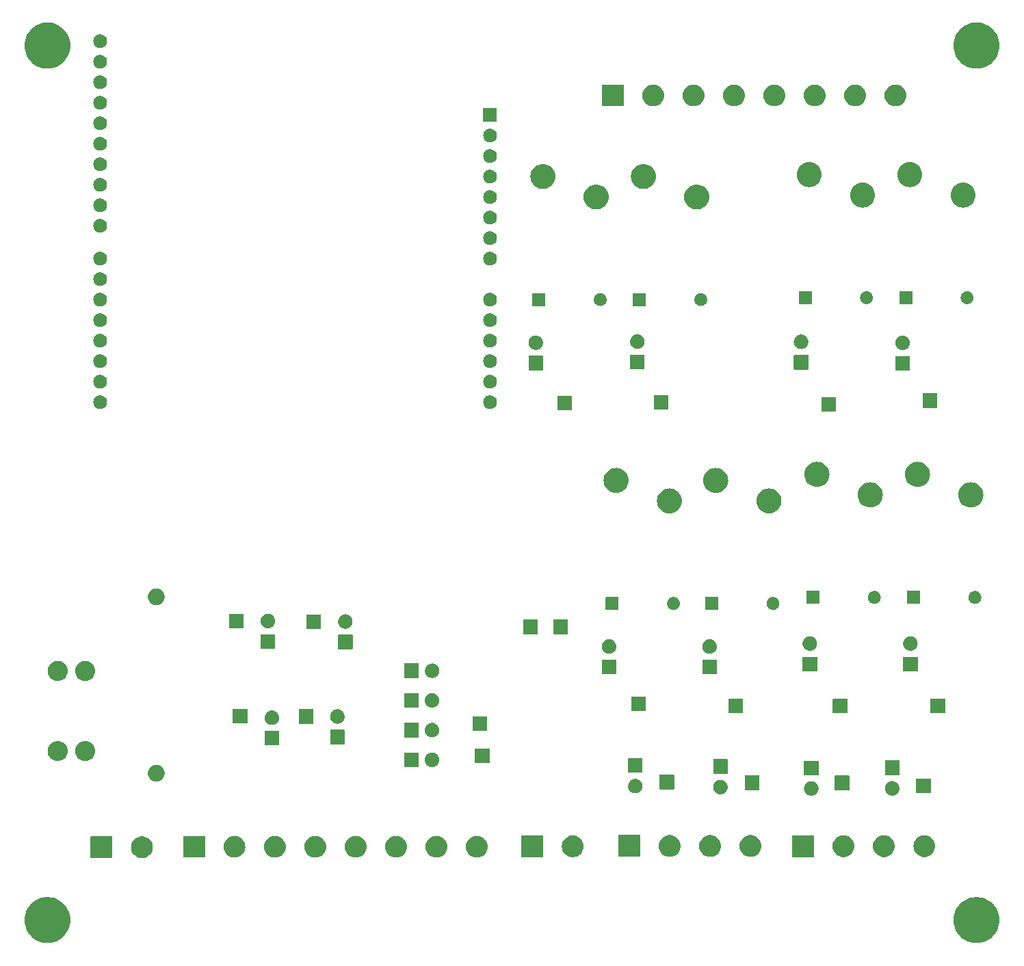
<source format=gbs>
G04 #@! TF.GenerationSoftware,KiCad,Pcbnew,7.0.8*
G04 #@! TF.CreationDate,2024-02-03T20:12:02-05:00*
G04 #@! TF.ProjectId,Control Box,436f6e74-726f-46c2-9042-6f782e6b6963,rev?*
G04 #@! TF.SameCoordinates,Original*
G04 #@! TF.FileFunction,Soldermask,Bot*
G04 #@! TF.FilePolarity,Negative*
%FSLAX46Y46*%
G04 Gerber Fmt 4.6, Leading zero omitted, Abs format (unit mm)*
G04 Created by KiCad (PCBNEW 7.0.8) date 2024-02-03 20:12:02*
%MOMM*%
%LPD*%
G01*
G04 APERTURE LIST*
G04 APERTURE END LIST*
G36*
X30495071Y-97192313D02*
G01*
X30817676Y-97268772D01*
X31129223Y-97382166D01*
X31425500Y-97530962D01*
X31702499Y-97713147D01*
X31956475Y-97926258D01*
X32183993Y-98167413D01*
X32381976Y-98433350D01*
X32547747Y-98720474D01*
X32679064Y-99024901D01*
X32774151Y-99342514D01*
X32831723Y-99669019D01*
X32851000Y-100000000D01*
X32831723Y-100330981D01*
X32774151Y-100657486D01*
X32679064Y-100975099D01*
X32547747Y-101279526D01*
X32381976Y-101566650D01*
X32183993Y-101832587D01*
X31956475Y-102073742D01*
X31702499Y-102286853D01*
X31425500Y-102469038D01*
X31129223Y-102617834D01*
X30817676Y-102731228D01*
X30495071Y-102807687D01*
X30165771Y-102846177D01*
X29834229Y-102846177D01*
X29504929Y-102807687D01*
X29182324Y-102731228D01*
X28870777Y-102617834D01*
X28574500Y-102469038D01*
X28297501Y-102286853D01*
X28043525Y-102073742D01*
X27816007Y-101832587D01*
X27618024Y-101566650D01*
X27452253Y-101279526D01*
X27320936Y-100975099D01*
X27225849Y-100657486D01*
X27168277Y-100330981D01*
X27149000Y-100000000D01*
X27168277Y-99669019D01*
X27225849Y-99342514D01*
X27320936Y-99024901D01*
X27452253Y-98720474D01*
X27618024Y-98433350D01*
X27816007Y-98167413D01*
X28043525Y-97926258D01*
X28297501Y-97713147D01*
X28574500Y-97530962D01*
X28870777Y-97382166D01*
X29182324Y-97268772D01*
X29504929Y-97192313D01*
X29834229Y-97153823D01*
X30165771Y-97153823D01*
X30495071Y-97192313D01*
G37*
G36*
X145495071Y-97192313D02*
G01*
X145817676Y-97268772D01*
X146129223Y-97382166D01*
X146425500Y-97530962D01*
X146702499Y-97713147D01*
X146956475Y-97926258D01*
X147183993Y-98167413D01*
X147381976Y-98433350D01*
X147547747Y-98720474D01*
X147679064Y-99024901D01*
X147774151Y-99342514D01*
X147831723Y-99669019D01*
X147851000Y-100000000D01*
X147831723Y-100330981D01*
X147774151Y-100657486D01*
X147679064Y-100975099D01*
X147547747Y-101279526D01*
X147381976Y-101566650D01*
X147183993Y-101832587D01*
X146956475Y-102073742D01*
X146702499Y-102286853D01*
X146425500Y-102469038D01*
X146129223Y-102617834D01*
X145817676Y-102731228D01*
X145495071Y-102807687D01*
X145165771Y-102846177D01*
X144834229Y-102846177D01*
X144504929Y-102807687D01*
X144182324Y-102731228D01*
X143870777Y-102617834D01*
X143574500Y-102469038D01*
X143297501Y-102286853D01*
X143043525Y-102073742D01*
X142816007Y-101832587D01*
X142618024Y-101566650D01*
X142452253Y-101279526D01*
X142320936Y-100975099D01*
X142225849Y-100657486D01*
X142168277Y-100330981D01*
X142149000Y-100000000D01*
X142168277Y-99669019D01*
X142225849Y-99342514D01*
X142320936Y-99024901D01*
X142452253Y-98720474D01*
X142618024Y-98433350D01*
X142816007Y-98167413D01*
X143043525Y-97926258D01*
X143297501Y-97713147D01*
X143574500Y-97530962D01*
X143870777Y-97382166D01*
X144182324Y-97268772D01*
X144504929Y-97192313D01*
X144834229Y-97153823D01*
X145165771Y-97153823D01*
X145495071Y-97192313D01*
G37*
G36*
X38019517Y-89627882D02*
G01*
X38036062Y-89638938D01*
X38047118Y-89655483D01*
X38051000Y-89675000D01*
X38051000Y-92275000D01*
X38047118Y-92294517D01*
X38036062Y-92311062D01*
X38019517Y-92322118D01*
X38000000Y-92326000D01*
X35400000Y-92326000D01*
X35380483Y-92322118D01*
X35363938Y-92311062D01*
X35352882Y-92294517D01*
X35349000Y-92275000D01*
X35349000Y-89675000D01*
X35352882Y-89655483D01*
X35363938Y-89638938D01*
X35380483Y-89627882D01*
X35400000Y-89624000D01*
X38000000Y-89624000D01*
X38019517Y-89627882D01*
G37*
G36*
X42031651Y-89665340D02*
G01*
X42242691Y-89737790D01*
X42438927Y-89843988D01*
X42615007Y-89981037D01*
X42766129Y-90145199D01*
X42888169Y-90331995D01*
X42977799Y-90536331D01*
X43032574Y-90752633D01*
X43051000Y-90975000D01*
X43032574Y-91197367D01*
X42977799Y-91413669D01*
X42888169Y-91618005D01*
X42766129Y-91804801D01*
X42615007Y-91968963D01*
X42438927Y-92106012D01*
X42242691Y-92212210D01*
X42031651Y-92284660D01*
X41811565Y-92321386D01*
X41588435Y-92321386D01*
X41368349Y-92284660D01*
X41157309Y-92212210D01*
X40961073Y-92106012D01*
X40784993Y-91968963D01*
X40633871Y-91804801D01*
X40511831Y-91618005D01*
X40422201Y-91413669D01*
X40367426Y-91197367D01*
X40349000Y-90975000D01*
X40367426Y-90752633D01*
X40422201Y-90536331D01*
X40511831Y-90331995D01*
X40633871Y-90145199D01*
X40784993Y-89981037D01*
X40961073Y-89843988D01*
X41157309Y-89737790D01*
X41368349Y-89665340D01*
X41588435Y-89628614D01*
X41811565Y-89628614D01*
X42031651Y-89665340D01*
G37*
G36*
X49469517Y-89577882D02*
G01*
X49486062Y-89588938D01*
X49497118Y-89605483D01*
X49501000Y-89625000D01*
X49501000Y-92225000D01*
X49497118Y-92244517D01*
X49486062Y-92261062D01*
X49469517Y-92272118D01*
X49450000Y-92276000D01*
X46850000Y-92276000D01*
X46830483Y-92272118D01*
X46813938Y-92261062D01*
X46802882Y-92244517D01*
X46799000Y-92225000D01*
X46799000Y-89625000D01*
X46802882Y-89605483D01*
X46813938Y-89588938D01*
X46830483Y-89577882D01*
X46850000Y-89574000D01*
X49450000Y-89574000D01*
X49469517Y-89577882D01*
G37*
G36*
X53481651Y-89615340D02*
G01*
X53692691Y-89687790D01*
X53888927Y-89793988D01*
X54065007Y-89931037D01*
X54216129Y-90095199D01*
X54338169Y-90281995D01*
X54427799Y-90486331D01*
X54482574Y-90702633D01*
X54501000Y-90925000D01*
X54482574Y-91147367D01*
X54427799Y-91363669D01*
X54338169Y-91568005D01*
X54216129Y-91754801D01*
X54065007Y-91918963D01*
X53888927Y-92056012D01*
X53692691Y-92162210D01*
X53481651Y-92234660D01*
X53261565Y-92271386D01*
X53038435Y-92271386D01*
X52818349Y-92234660D01*
X52607309Y-92162210D01*
X52411073Y-92056012D01*
X52234993Y-91918963D01*
X52083871Y-91754801D01*
X51961831Y-91568005D01*
X51872201Y-91363669D01*
X51817426Y-91147367D01*
X51799000Y-90925000D01*
X51817426Y-90702633D01*
X51872201Y-90486331D01*
X51961831Y-90281995D01*
X52083871Y-90095199D01*
X52234993Y-89931037D01*
X52411073Y-89793988D01*
X52607309Y-89687790D01*
X52818349Y-89615340D01*
X53038435Y-89578614D01*
X53261565Y-89578614D01*
X53481651Y-89615340D01*
G37*
G36*
X58481651Y-89615340D02*
G01*
X58692691Y-89687790D01*
X58888927Y-89793988D01*
X59065007Y-89931037D01*
X59216129Y-90095199D01*
X59338169Y-90281995D01*
X59427799Y-90486331D01*
X59482574Y-90702633D01*
X59501000Y-90925000D01*
X59482574Y-91147367D01*
X59427799Y-91363669D01*
X59338169Y-91568005D01*
X59216129Y-91754801D01*
X59065007Y-91918963D01*
X58888927Y-92056012D01*
X58692691Y-92162210D01*
X58481651Y-92234660D01*
X58261565Y-92271386D01*
X58038435Y-92271386D01*
X57818349Y-92234660D01*
X57607309Y-92162210D01*
X57411073Y-92056012D01*
X57234993Y-91918963D01*
X57083871Y-91754801D01*
X56961831Y-91568005D01*
X56872201Y-91363669D01*
X56817426Y-91147367D01*
X56799000Y-90925000D01*
X56817426Y-90702633D01*
X56872201Y-90486331D01*
X56961831Y-90281995D01*
X57083871Y-90095199D01*
X57234993Y-89931037D01*
X57411073Y-89793988D01*
X57607309Y-89687790D01*
X57818349Y-89615340D01*
X58038435Y-89578614D01*
X58261565Y-89578614D01*
X58481651Y-89615340D01*
G37*
G36*
X63481651Y-89615340D02*
G01*
X63692691Y-89687790D01*
X63888927Y-89793988D01*
X64065007Y-89931037D01*
X64216129Y-90095199D01*
X64338169Y-90281995D01*
X64427799Y-90486331D01*
X64482574Y-90702633D01*
X64501000Y-90925000D01*
X64482574Y-91147367D01*
X64427799Y-91363669D01*
X64338169Y-91568005D01*
X64216129Y-91754801D01*
X64065007Y-91918963D01*
X63888927Y-92056012D01*
X63692691Y-92162210D01*
X63481651Y-92234660D01*
X63261565Y-92271386D01*
X63038435Y-92271386D01*
X62818349Y-92234660D01*
X62607309Y-92162210D01*
X62411073Y-92056012D01*
X62234993Y-91918963D01*
X62083871Y-91754801D01*
X61961831Y-91568005D01*
X61872201Y-91363669D01*
X61817426Y-91147367D01*
X61799000Y-90925000D01*
X61817426Y-90702633D01*
X61872201Y-90486331D01*
X61961831Y-90281995D01*
X62083871Y-90095199D01*
X62234993Y-89931037D01*
X62411073Y-89793988D01*
X62607309Y-89687790D01*
X62818349Y-89615340D01*
X63038435Y-89578614D01*
X63261565Y-89578614D01*
X63481651Y-89615340D01*
G37*
G36*
X68481651Y-89615340D02*
G01*
X68692691Y-89687790D01*
X68888927Y-89793988D01*
X69065007Y-89931037D01*
X69216129Y-90095199D01*
X69338169Y-90281995D01*
X69427799Y-90486331D01*
X69482574Y-90702633D01*
X69501000Y-90925000D01*
X69482574Y-91147367D01*
X69427799Y-91363669D01*
X69338169Y-91568005D01*
X69216129Y-91754801D01*
X69065007Y-91918963D01*
X68888927Y-92056012D01*
X68692691Y-92162210D01*
X68481651Y-92234660D01*
X68261565Y-92271386D01*
X68038435Y-92271386D01*
X67818349Y-92234660D01*
X67607309Y-92162210D01*
X67411073Y-92056012D01*
X67234993Y-91918963D01*
X67083871Y-91754801D01*
X66961831Y-91568005D01*
X66872201Y-91363669D01*
X66817426Y-91147367D01*
X66799000Y-90925000D01*
X66817426Y-90702633D01*
X66872201Y-90486331D01*
X66961831Y-90281995D01*
X67083871Y-90095199D01*
X67234993Y-89931037D01*
X67411073Y-89793988D01*
X67607309Y-89687790D01*
X67818349Y-89615340D01*
X68038435Y-89578614D01*
X68261565Y-89578614D01*
X68481651Y-89615340D01*
G37*
G36*
X73481651Y-89615340D02*
G01*
X73692691Y-89687790D01*
X73888927Y-89793988D01*
X74065007Y-89931037D01*
X74216129Y-90095199D01*
X74338169Y-90281995D01*
X74427799Y-90486331D01*
X74482574Y-90702633D01*
X74501000Y-90925000D01*
X74482574Y-91147367D01*
X74427799Y-91363669D01*
X74338169Y-91568005D01*
X74216129Y-91754801D01*
X74065007Y-91918963D01*
X73888927Y-92056012D01*
X73692691Y-92162210D01*
X73481651Y-92234660D01*
X73261565Y-92271386D01*
X73038435Y-92271386D01*
X72818349Y-92234660D01*
X72607309Y-92162210D01*
X72411073Y-92056012D01*
X72234993Y-91918963D01*
X72083871Y-91754801D01*
X71961831Y-91568005D01*
X71872201Y-91363669D01*
X71817426Y-91147367D01*
X71799000Y-90925000D01*
X71817426Y-90702633D01*
X71872201Y-90486331D01*
X71961831Y-90281995D01*
X72083871Y-90095199D01*
X72234993Y-89931037D01*
X72411073Y-89793988D01*
X72607309Y-89687790D01*
X72818349Y-89615340D01*
X73038435Y-89578614D01*
X73261565Y-89578614D01*
X73481651Y-89615340D01*
G37*
G36*
X78481651Y-89615340D02*
G01*
X78692691Y-89687790D01*
X78888927Y-89793988D01*
X79065007Y-89931037D01*
X79216129Y-90095199D01*
X79338169Y-90281995D01*
X79427799Y-90486331D01*
X79482574Y-90702633D01*
X79501000Y-90925000D01*
X79482574Y-91147367D01*
X79427799Y-91363669D01*
X79338169Y-91568005D01*
X79216129Y-91754801D01*
X79065007Y-91918963D01*
X78888927Y-92056012D01*
X78692691Y-92162210D01*
X78481651Y-92234660D01*
X78261565Y-92271386D01*
X78038435Y-92271386D01*
X77818349Y-92234660D01*
X77607309Y-92162210D01*
X77411073Y-92056012D01*
X77234993Y-91918963D01*
X77083871Y-91754801D01*
X76961831Y-91568005D01*
X76872201Y-91363669D01*
X76817426Y-91147367D01*
X76799000Y-90925000D01*
X76817426Y-90702633D01*
X76872201Y-90486331D01*
X76961831Y-90281995D01*
X77083871Y-90095199D01*
X77234993Y-89931037D01*
X77411073Y-89793988D01*
X77607309Y-89687790D01*
X77818349Y-89615340D01*
X78038435Y-89578614D01*
X78261565Y-89578614D01*
X78481651Y-89615340D01*
G37*
G36*
X83481651Y-89615340D02*
G01*
X83692691Y-89687790D01*
X83888927Y-89793988D01*
X84065007Y-89931037D01*
X84216129Y-90095199D01*
X84338169Y-90281995D01*
X84427799Y-90486331D01*
X84482574Y-90702633D01*
X84501000Y-90925000D01*
X84482574Y-91147367D01*
X84427799Y-91363669D01*
X84338169Y-91568005D01*
X84216129Y-91754801D01*
X84065007Y-91918963D01*
X83888927Y-92056012D01*
X83692691Y-92162210D01*
X83481651Y-92234660D01*
X83261565Y-92271386D01*
X83038435Y-92271386D01*
X82818349Y-92234660D01*
X82607309Y-92162210D01*
X82411073Y-92056012D01*
X82234993Y-91918963D01*
X82083871Y-91754801D01*
X81961831Y-91568005D01*
X81872201Y-91363669D01*
X81817426Y-91147367D01*
X81799000Y-90925000D01*
X81817426Y-90702633D01*
X81872201Y-90486331D01*
X81961831Y-90281995D01*
X82083871Y-90095199D01*
X82234993Y-89931037D01*
X82411073Y-89793988D01*
X82607309Y-89687790D01*
X82818349Y-89615340D01*
X83038435Y-89578614D01*
X83261565Y-89578614D01*
X83481651Y-89615340D01*
G37*
G36*
X91344517Y-89527882D02*
G01*
X91361062Y-89538938D01*
X91372118Y-89555483D01*
X91376000Y-89575000D01*
X91376000Y-92175000D01*
X91372118Y-92194517D01*
X91361062Y-92211062D01*
X91344517Y-92222118D01*
X91325000Y-92226000D01*
X88725000Y-92226000D01*
X88705483Y-92222118D01*
X88688938Y-92211062D01*
X88677882Y-92194517D01*
X88674000Y-92175000D01*
X88674000Y-89575000D01*
X88677882Y-89555483D01*
X88688938Y-89538938D01*
X88705483Y-89527882D01*
X88725000Y-89524000D01*
X91325000Y-89524000D01*
X91344517Y-89527882D01*
G37*
G36*
X95356651Y-89565340D02*
G01*
X95567691Y-89637790D01*
X95763927Y-89743988D01*
X95940007Y-89881037D01*
X96091129Y-90045199D01*
X96213169Y-90231995D01*
X96302799Y-90436331D01*
X96357574Y-90652633D01*
X96376000Y-90875000D01*
X96357574Y-91097367D01*
X96302799Y-91313669D01*
X96213169Y-91518005D01*
X96091129Y-91704801D01*
X95940007Y-91868963D01*
X95763927Y-92006012D01*
X95567691Y-92112210D01*
X95356651Y-92184660D01*
X95136565Y-92221386D01*
X94913435Y-92221386D01*
X94693349Y-92184660D01*
X94482309Y-92112210D01*
X94286073Y-92006012D01*
X94109993Y-91868963D01*
X93958871Y-91704801D01*
X93836831Y-91518005D01*
X93747201Y-91313669D01*
X93692426Y-91097367D01*
X93674000Y-90875000D01*
X93692426Y-90652633D01*
X93747201Y-90436331D01*
X93836831Y-90231995D01*
X93958871Y-90045199D01*
X94109993Y-89881037D01*
X94286073Y-89743988D01*
X94482309Y-89637790D01*
X94693349Y-89565340D01*
X94913435Y-89528614D01*
X95136565Y-89528614D01*
X95356651Y-89565340D01*
G37*
G36*
X124859517Y-89502882D02*
G01*
X124876062Y-89513938D01*
X124887118Y-89530483D01*
X124891000Y-89550000D01*
X124891000Y-92150000D01*
X124887118Y-92169517D01*
X124876062Y-92186062D01*
X124859517Y-92197118D01*
X124840000Y-92201000D01*
X122240000Y-92201000D01*
X122220483Y-92197118D01*
X122203938Y-92186062D01*
X122192882Y-92169517D01*
X122189000Y-92150000D01*
X122189000Y-89550000D01*
X122192882Y-89530483D01*
X122203938Y-89513938D01*
X122220483Y-89502882D01*
X122240000Y-89499000D01*
X124840000Y-89499000D01*
X124859517Y-89502882D01*
G37*
G36*
X128871651Y-89540340D02*
G01*
X129082691Y-89612790D01*
X129278927Y-89718988D01*
X129455007Y-89856037D01*
X129606129Y-90020199D01*
X129728169Y-90206995D01*
X129817799Y-90411331D01*
X129872574Y-90627633D01*
X129891000Y-90850000D01*
X129872574Y-91072367D01*
X129817799Y-91288669D01*
X129728169Y-91493005D01*
X129606129Y-91679801D01*
X129455007Y-91843963D01*
X129278927Y-91981012D01*
X129082691Y-92087210D01*
X128871651Y-92159660D01*
X128651565Y-92196386D01*
X128428435Y-92196386D01*
X128208349Y-92159660D01*
X127997309Y-92087210D01*
X127801073Y-91981012D01*
X127624993Y-91843963D01*
X127473871Y-91679801D01*
X127351831Y-91493005D01*
X127262201Y-91288669D01*
X127207426Y-91072367D01*
X127189000Y-90850000D01*
X127207426Y-90627633D01*
X127262201Y-90411331D01*
X127351831Y-90206995D01*
X127473871Y-90020199D01*
X127624993Y-89856037D01*
X127801073Y-89718988D01*
X127997309Y-89612790D01*
X128208349Y-89540340D01*
X128428435Y-89503614D01*
X128651565Y-89503614D01*
X128871651Y-89540340D01*
G37*
G36*
X133871651Y-89540340D02*
G01*
X134082691Y-89612790D01*
X134278927Y-89718988D01*
X134455007Y-89856037D01*
X134606129Y-90020199D01*
X134728169Y-90206995D01*
X134817799Y-90411331D01*
X134872574Y-90627633D01*
X134891000Y-90850000D01*
X134872574Y-91072367D01*
X134817799Y-91288669D01*
X134728169Y-91493005D01*
X134606129Y-91679801D01*
X134455007Y-91843963D01*
X134278927Y-91981012D01*
X134082691Y-92087210D01*
X133871651Y-92159660D01*
X133651565Y-92196386D01*
X133428435Y-92196386D01*
X133208349Y-92159660D01*
X132997309Y-92087210D01*
X132801073Y-91981012D01*
X132624993Y-91843963D01*
X132473871Y-91679801D01*
X132351831Y-91493005D01*
X132262201Y-91288669D01*
X132207426Y-91072367D01*
X132189000Y-90850000D01*
X132207426Y-90627633D01*
X132262201Y-90411331D01*
X132351831Y-90206995D01*
X132473871Y-90020199D01*
X132624993Y-89856037D01*
X132801073Y-89718988D01*
X132997309Y-89612790D01*
X133208349Y-89540340D01*
X133428435Y-89503614D01*
X133651565Y-89503614D01*
X133871651Y-89540340D01*
G37*
G36*
X138871651Y-89540340D02*
G01*
X139082691Y-89612790D01*
X139278927Y-89718988D01*
X139455007Y-89856037D01*
X139606129Y-90020199D01*
X139728169Y-90206995D01*
X139817799Y-90411331D01*
X139872574Y-90627633D01*
X139891000Y-90850000D01*
X139872574Y-91072367D01*
X139817799Y-91288669D01*
X139728169Y-91493005D01*
X139606129Y-91679801D01*
X139455007Y-91843963D01*
X139278927Y-91981012D01*
X139082691Y-92087210D01*
X138871651Y-92159660D01*
X138651565Y-92196386D01*
X138428435Y-92196386D01*
X138208349Y-92159660D01*
X137997309Y-92087210D01*
X137801073Y-91981012D01*
X137624993Y-91843963D01*
X137473871Y-91679801D01*
X137351831Y-91493005D01*
X137262201Y-91288669D01*
X137207426Y-91072367D01*
X137189000Y-90850000D01*
X137207426Y-90627633D01*
X137262201Y-90411331D01*
X137351831Y-90206995D01*
X137473871Y-90020199D01*
X137624993Y-89856037D01*
X137801073Y-89718988D01*
X137997309Y-89612790D01*
X138208349Y-89540340D01*
X138428435Y-89503614D01*
X138651565Y-89503614D01*
X138871651Y-89540340D01*
G37*
G36*
X103344517Y-89477882D02*
G01*
X103361062Y-89488938D01*
X103372118Y-89505483D01*
X103376000Y-89525000D01*
X103376000Y-92125000D01*
X103372118Y-92144517D01*
X103361062Y-92161062D01*
X103344517Y-92172118D01*
X103325000Y-92176000D01*
X100725000Y-92176000D01*
X100705483Y-92172118D01*
X100688938Y-92161062D01*
X100677882Y-92144517D01*
X100674000Y-92125000D01*
X100674000Y-89525000D01*
X100677882Y-89505483D01*
X100688938Y-89488938D01*
X100705483Y-89477882D01*
X100725000Y-89474000D01*
X103325000Y-89474000D01*
X103344517Y-89477882D01*
G37*
G36*
X107356651Y-89515340D02*
G01*
X107567691Y-89587790D01*
X107763927Y-89693988D01*
X107940007Y-89831037D01*
X108091129Y-89995199D01*
X108213169Y-90181995D01*
X108302799Y-90386331D01*
X108357574Y-90602633D01*
X108376000Y-90825000D01*
X108357574Y-91047367D01*
X108302799Y-91263669D01*
X108213169Y-91468005D01*
X108091129Y-91654801D01*
X107940007Y-91818963D01*
X107763927Y-91956012D01*
X107567691Y-92062210D01*
X107356651Y-92134660D01*
X107136565Y-92171386D01*
X106913435Y-92171386D01*
X106693349Y-92134660D01*
X106482309Y-92062210D01*
X106286073Y-91956012D01*
X106109993Y-91818963D01*
X105958871Y-91654801D01*
X105836831Y-91468005D01*
X105747201Y-91263669D01*
X105692426Y-91047367D01*
X105674000Y-90825000D01*
X105692426Y-90602633D01*
X105747201Y-90386331D01*
X105836831Y-90181995D01*
X105958871Y-89995199D01*
X106109993Y-89831037D01*
X106286073Y-89693988D01*
X106482309Y-89587790D01*
X106693349Y-89515340D01*
X106913435Y-89478614D01*
X107136565Y-89478614D01*
X107356651Y-89515340D01*
G37*
G36*
X112356651Y-89515340D02*
G01*
X112567691Y-89587790D01*
X112763927Y-89693988D01*
X112940007Y-89831037D01*
X113091129Y-89995199D01*
X113213169Y-90181995D01*
X113302799Y-90386331D01*
X113357574Y-90602633D01*
X113376000Y-90825000D01*
X113357574Y-91047367D01*
X113302799Y-91263669D01*
X113213169Y-91468005D01*
X113091129Y-91654801D01*
X112940007Y-91818963D01*
X112763927Y-91956012D01*
X112567691Y-92062210D01*
X112356651Y-92134660D01*
X112136565Y-92171386D01*
X111913435Y-92171386D01*
X111693349Y-92134660D01*
X111482309Y-92062210D01*
X111286073Y-91956012D01*
X111109993Y-91818963D01*
X110958871Y-91654801D01*
X110836831Y-91468005D01*
X110747201Y-91263669D01*
X110692426Y-91047367D01*
X110674000Y-90825000D01*
X110692426Y-90602633D01*
X110747201Y-90386331D01*
X110836831Y-90181995D01*
X110958871Y-89995199D01*
X111109993Y-89831037D01*
X111286073Y-89693988D01*
X111482309Y-89587790D01*
X111693349Y-89515340D01*
X111913435Y-89478614D01*
X112136565Y-89478614D01*
X112356651Y-89515340D01*
G37*
G36*
X117356651Y-89515340D02*
G01*
X117567691Y-89587790D01*
X117763927Y-89693988D01*
X117940007Y-89831037D01*
X118091129Y-89995199D01*
X118213169Y-90181995D01*
X118302799Y-90386331D01*
X118357574Y-90602633D01*
X118376000Y-90825000D01*
X118357574Y-91047367D01*
X118302799Y-91263669D01*
X118213169Y-91468005D01*
X118091129Y-91654801D01*
X117940007Y-91818963D01*
X117763927Y-91956012D01*
X117567691Y-92062210D01*
X117356651Y-92134660D01*
X117136565Y-92171386D01*
X116913435Y-92171386D01*
X116693349Y-92134660D01*
X116482309Y-92062210D01*
X116286073Y-91956012D01*
X116109993Y-91818963D01*
X115958871Y-91654801D01*
X115836831Y-91468005D01*
X115747201Y-91263669D01*
X115692426Y-91047367D01*
X115674000Y-90825000D01*
X115692426Y-90602633D01*
X115747201Y-90386331D01*
X115836831Y-90181995D01*
X115958871Y-89995199D01*
X116109993Y-89831037D01*
X116286073Y-89693988D01*
X116482309Y-89587790D01*
X116693349Y-89515340D01*
X116913435Y-89478614D01*
X117136565Y-89478614D01*
X117356651Y-89515340D01*
G37*
G36*
X124587668Y-82813936D02*
G01*
X124634180Y-82813936D01*
X124674343Y-82822472D01*
X124715728Y-82826549D01*
X124767724Y-82842321D01*
X124818424Y-82853098D01*
X124850863Y-82867540D01*
X124884707Y-82877807D01*
X124938486Y-82906553D01*
X124990500Y-82929711D01*
X125014686Y-82947283D01*
X125040432Y-82961045D01*
X125092953Y-83004148D01*
X125142887Y-83040427D01*
X125159097Y-83058431D01*
X125176932Y-83073067D01*
X125224853Y-83131459D01*
X125268924Y-83180405D01*
X125278183Y-83196443D01*
X125288954Y-83209567D01*
X125328807Y-83284126D01*
X125363104Y-83343530D01*
X125367048Y-83355668D01*
X125372192Y-83365292D01*
X125400542Y-83458754D01*
X125421311Y-83522672D01*
X125422042Y-83529630D01*
X125423450Y-83534271D01*
X125437153Y-83673399D01*
X125441000Y-83710000D01*
X125437152Y-83746604D01*
X125423450Y-83885728D01*
X125422042Y-83890367D01*
X125421311Y-83897328D01*
X125400538Y-83961259D01*
X125372192Y-84054707D01*
X125367048Y-84064328D01*
X125363104Y-84076470D01*
X125328800Y-84135885D01*
X125288954Y-84210432D01*
X125278185Y-84223553D01*
X125268924Y-84239595D01*
X125224844Y-84288550D01*
X125176932Y-84346932D01*
X125159101Y-84361565D01*
X125142887Y-84379573D01*
X125092943Y-84415859D01*
X125040432Y-84458954D01*
X125014691Y-84472712D01*
X124990500Y-84490289D01*
X124938475Y-84513451D01*
X124884707Y-84542192D01*
X124850870Y-84552456D01*
X124818424Y-84566902D01*
X124767713Y-84577680D01*
X124715728Y-84593450D01*
X124674351Y-84597525D01*
X124634180Y-84606064D01*
X124587658Y-84606064D01*
X124540000Y-84610758D01*
X124492342Y-84606064D01*
X124445820Y-84606064D01*
X124405648Y-84597525D01*
X124364271Y-84593450D01*
X124312283Y-84577680D01*
X124261576Y-84566902D01*
X124229131Y-84552456D01*
X124195292Y-84542192D01*
X124141518Y-84513449D01*
X124089500Y-84490289D01*
X124065311Y-84472714D01*
X124039567Y-84458954D01*
X123987047Y-84415853D01*
X123937113Y-84379573D01*
X123920901Y-84361568D01*
X123903067Y-84346932D01*
X123855144Y-84288538D01*
X123811076Y-84239595D01*
X123801816Y-84223557D01*
X123791045Y-84210432D01*
X123751186Y-84135862D01*
X123716896Y-84076470D01*
X123712952Y-84064333D01*
X123707807Y-84054707D01*
X123679446Y-83961213D01*
X123658689Y-83897328D01*
X123657957Y-83890372D01*
X123656549Y-83885728D01*
X123642831Y-83746452D01*
X123639000Y-83710000D01*
X123642831Y-83673550D01*
X123656549Y-83534271D01*
X123657958Y-83529625D01*
X123658689Y-83522672D01*
X123679442Y-83458801D01*
X123707807Y-83365292D01*
X123712953Y-83355663D01*
X123716896Y-83343530D01*
X123751178Y-83284150D01*
X123791045Y-83209567D01*
X123801818Y-83196439D01*
X123811076Y-83180405D01*
X123855135Y-83131472D01*
X123903067Y-83073067D01*
X123920904Y-83058427D01*
X123937113Y-83040427D01*
X123987037Y-83004154D01*
X124039567Y-82961045D01*
X124065316Y-82947281D01*
X124089500Y-82929711D01*
X124141507Y-82906555D01*
X124195292Y-82877807D01*
X124229138Y-82867539D01*
X124261576Y-82853098D01*
X124312272Y-82842322D01*
X124364271Y-82826549D01*
X124405657Y-82822472D01*
X124445820Y-82813936D01*
X124492331Y-82813936D01*
X124540000Y-82809241D01*
X124587668Y-82813936D01*
G37*
G36*
X134607668Y-82793936D02*
G01*
X134654180Y-82793936D01*
X134694343Y-82802472D01*
X134735728Y-82806549D01*
X134787724Y-82822321D01*
X134838424Y-82833098D01*
X134870863Y-82847540D01*
X134904707Y-82857807D01*
X134958486Y-82886553D01*
X135010500Y-82909711D01*
X135034686Y-82927283D01*
X135060432Y-82941045D01*
X135112953Y-82984148D01*
X135162887Y-83020427D01*
X135179097Y-83038431D01*
X135196932Y-83053067D01*
X135244853Y-83111459D01*
X135288924Y-83160405D01*
X135298183Y-83176443D01*
X135308954Y-83189567D01*
X135348807Y-83264126D01*
X135383104Y-83323530D01*
X135387048Y-83335668D01*
X135392192Y-83345292D01*
X135420542Y-83438754D01*
X135441311Y-83502672D01*
X135442042Y-83509630D01*
X135443450Y-83514271D01*
X135457153Y-83653399D01*
X135461000Y-83690000D01*
X135457152Y-83726604D01*
X135443450Y-83865728D01*
X135442042Y-83870367D01*
X135441311Y-83877328D01*
X135420538Y-83941259D01*
X135392192Y-84034707D01*
X135387048Y-84044328D01*
X135383104Y-84056470D01*
X135348800Y-84115885D01*
X135308954Y-84190432D01*
X135298185Y-84203553D01*
X135288924Y-84219595D01*
X135244844Y-84268550D01*
X135196932Y-84326932D01*
X135179101Y-84341565D01*
X135162887Y-84359573D01*
X135112943Y-84395859D01*
X135060432Y-84438954D01*
X135034691Y-84452712D01*
X135010500Y-84470289D01*
X134958475Y-84493451D01*
X134904707Y-84522192D01*
X134870870Y-84532456D01*
X134838424Y-84546902D01*
X134787713Y-84557680D01*
X134735728Y-84573450D01*
X134694351Y-84577525D01*
X134654180Y-84586064D01*
X134607658Y-84586064D01*
X134560000Y-84590758D01*
X134512342Y-84586064D01*
X134465820Y-84586064D01*
X134425648Y-84577525D01*
X134384271Y-84573450D01*
X134332283Y-84557680D01*
X134281576Y-84546902D01*
X134249131Y-84532456D01*
X134215292Y-84522192D01*
X134161518Y-84493449D01*
X134109500Y-84470289D01*
X134085311Y-84452714D01*
X134059567Y-84438954D01*
X134007047Y-84395853D01*
X133957113Y-84359573D01*
X133940901Y-84341568D01*
X133923067Y-84326932D01*
X133875144Y-84268538D01*
X133831076Y-84219595D01*
X133821816Y-84203557D01*
X133811045Y-84190432D01*
X133771186Y-84115862D01*
X133736896Y-84056470D01*
X133732952Y-84044333D01*
X133727807Y-84034707D01*
X133699446Y-83941213D01*
X133678689Y-83877328D01*
X133677957Y-83870372D01*
X133676549Y-83865728D01*
X133662831Y-83726452D01*
X133659000Y-83690000D01*
X133662831Y-83653550D01*
X133676549Y-83514271D01*
X133677958Y-83509625D01*
X133678689Y-83502672D01*
X133699442Y-83438801D01*
X133727807Y-83345292D01*
X133732953Y-83335663D01*
X133736896Y-83323530D01*
X133771178Y-83264150D01*
X133811045Y-83189567D01*
X133821818Y-83176439D01*
X133831076Y-83160405D01*
X133875135Y-83111472D01*
X133923067Y-83053067D01*
X133940904Y-83038427D01*
X133957113Y-83020427D01*
X134007037Y-82984154D01*
X134059567Y-82941045D01*
X134085316Y-82927281D01*
X134109500Y-82909711D01*
X134161507Y-82886555D01*
X134215292Y-82857807D01*
X134249138Y-82847539D01*
X134281576Y-82833098D01*
X134332272Y-82822322D01*
X134384271Y-82806549D01*
X134425657Y-82802472D01*
X134465820Y-82793936D01*
X134512331Y-82793936D01*
X134560000Y-82789241D01*
X134607668Y-82793936D01*
G37*
G36*
X113347668Y-82628936D02*
G01*
X113394180Y-82628936D01*
X113434343Y-82637472D01*
X113475728Y-82641549D01*
X113527724Y-82657321D01*
X113578424Y-82668098D01*
X113610863Y-82682540D01*
X113644707Y-82692807D01*
X113698486Y-82721553D01*
X113750500Y-82744711D01*
X113774686Y-82762283D01*
X113800432Y-82776045D01*
X113852953Y-82819148D01*
X113902887Y-82855427D01*
X113919097Y-82873431D01*
X113936932Y-82888067D01*
X113984853Y-82946459D01*
X114028924Y-82995405D01*
X114038183Y-83011443D01*
X114048954Y-83024567D01*
X114088807Y-83099126D01*
X114123104Y-83158530D01*
X114127048Y-83170668D01*
X114132192Y-83180292D01*
X114160542Y-83273754D01*
X114181311Y-83337672D01*
X114182042Y-83344630D01*
X114183450Y-83349271D01*
X114197153Y-83488399D01*
X114201000Y-83525000D01*
X114197152Y-83561604D01*
X114183450Y-83700728D01*
X114182042Y-83705367D01*
X114181311Y-83712328D01*
X114160538Y-83776259D01*
X114132192Y-83869707D01*
X114127048Y-83879328D01*
X114123104Y-83891470D01*
X114088800Y-83950885D01*
X114048954Y-84025432D01*
X114038185Y-84038553D01*
X114028924Y-84054595D01*
X113984844Y-84103550D01*
X113936932Y-84161932D01*
X113919101Y-84176565D01*
X113902887Y-84194573D01*
X113852943Y-84230859D01*
X113800432Y-84273954D01*
X113774691Y-84287712D01*
X113750500Y-84305289D01*
X113698475Y-84328451D01*
X113644707Y-84357192D01*
X113610870Y-84367456D01*
X113578424Y-84381902D01*
X113527713Y-84392680D01*
X113475728Y-84408450D01*
X113434351Y-84412525D01*
X113394180Y-84421064D01*
X113347658Y-84421064D01*
X113300000Y-84425758D01*
X113252342Y-84421064D01*
X113205820Y-84421064D01*
X113165648Y-84412525D01*
X113124271Y-84408450D01*
X113072283Y-84392680D01*
X113021576Y-84381902D01*
X112989131Y-84367456D01*
X112955292Y-84357192D01*
X112901518Y-84328449D01*
X112849500Y-84305289D01*
X112825311Y-84287714D01*
X112799567Y-84273954D01*
X112747047Y-84230853D01*
X112697113Y-84194573D01*
X112680901Y-84176568D01*
X112663067Y-84161932D01*
X112615144Y-84103538D01*
X112571076Y-84054595D01*
X112561816Y-84038557D01*
X112551045Y-84025432D01*
X112511186Y-83950862D01*
X112476896Y-83891470D01*
X112472952Y-83879333D01*
X112467807Y-83869707D01*
X112439446Y-83776213D01*
X112418689Y-83712328D01*
X112417957Y-83705372D01*
X112416549Y-83700728D01*
X112402831Y-83561452D01*
X112399000Y-83525000D01*
X112402831Y-83488550D01*
X112416549Y-83349271D01*
X112417958Y-83344625D01*
X112418689Y-83337672D01*
X112439442Y-83273801D01*
X112467807Y-83180292D01*
X112472953Y-83170663D01*
X112476896Y-83158530D01*
X112511178Y-83099150D01*
X112551045Y-83024567D01*
X112561818Y-83011439D01*
X112571076Y-82995405D01*
X112615135Y-82946472D01*
X112663067Y-82888067D01*
X112680904Y-82873427D01*
X112697113Y-82855427D01*
X112747037Y-82819154D01*
X112799567Y-82776045D01*
X112825316Y-82762281D01*
X112849500Y-82744711D01*
X112901507Y-82721555D01*
X112955292Y-82692807D01*
X112989138Y-82682539D01*
X113021576Y-82668098D01*
X113072272Y-82657322D01*
X113124271Y-82641549D01*
X113165657Y-82637472D01*
X113205820Y-82628936D01*
X113252331Y-82628936D01*
X113300000Y-82624241D01*
X113347668Y-82628936D01*
G37*
G36*
X102807668Y-82513936D02*
G01*
X102854180Y-82513936D01*
X102894343Y-82522472D01*
X102935728Y-82526549D01*
X102987724Y-82542321D01*
X103038424Y-82553098D01*
X103070863Y-82567540D01*
X103104707Y-82577807D01*
X103158486Y-82606553D01*
X103210500Y-82629711D01*
X103234686Y-82647283D01*
X103260432Y-82661045D01*
X103312953Y-82704148D01*
X103362887Y-82740427D01*
X103379097Y-82758431D01*
X103396932Y-82773067D01*
X103444853Y-82831459D01*
X103488924Y-82880405D01*
X103498183Y-82896443D01*
X103508954Y-82909567D01*
X103548807Y-82984126D01*
X103583104Y-83043530D01*
X103587048Y-83055668D01*
X103592192Y-83065292D01*
X103620542Y-83158754D01*
X103641311Y-83222672D01*
X103642042Y-83229630D01*
X103643450Y-83234271D01*
X103657153Y-83373399D01*
X103661000Y-83410000D01*
X103657152Y-83446604D01*
X103643450Y-83585728D01*
X103642042Y-83590367D01*
X103641311Y-83597328D01*
X103620538Y-83661259D01*
X103592192Y-83754707D01*
X103587048Y-83764328D01*
X103583104Y-83776470D01*
X103548800Y-83835885D01*
X103508954Y-83910432D01*
X103498185Y-83923553D01*
X103488924Y-83939595D01*
X103444844Y-83988550D01*
X103396932Y-84046932D01*
X103379101Y-84061565D01*
X103362887Y-84079573D01*
X103312943Y-84115859D01*
X103260432Y-84158954D01*
X103234691Y-84172712D01*
X103210500Y-84190289D01*
X103158475Y-84213451D01*
X103104707Y-84242192D01*
X103070870Y-84252456D01*
X103038424Y-84266902D01*
X102987713Y-84277680D01*
X102935728Y-84293450D01*
X102894351Y-84297525D01*
X102854180Y-84306064D01*
X102807658Y-84306064D01*
X102760000Y-84310758D01*
X102712342Y-84306064D01*
X102665820Y-84306064D01*
X102625648Y-84297525D01*
X102584271Y-84293450D01*
X102532283Y-84277680D01*
X102481576Y-84266902D01*
X102449131Y-84252456D01*
X102415292Y-84242192D01*
X102361518Y-84213449D01*
X102309500Y-84190289D01*
X102285311Y-84172714D01*
X102259567Y-84158954D01*
X102207047Y-84115853D01*
X102157113Y-84079573D01*
X102140901Y-84061568D01*
X102123067Y-84046932D01*
X102075144Y-83988538D01*
X102031076Y-83939595D01*
X102021816Y-83923557D01*
X102011045Y-83910432D01*
X101971186Y-83835862D01*
X101936896Y-83776470D01*
X101932952Y-83764333D01*
X101927807Y-83754707D01*
X101899446Y-83661213D01*
X101878689Y-83597328D01*
X101877957Y-83590372D01*
X101876549Y-83585728D01*
X101862831Y-83446452D01*
X101859000Y-83410000D01*
X101862831Y-83373550D01*
X101876549Y-83234271D01*
X101877958Y-83229625D01*
X101878689Y-83222672D01*
X101899442Y-83158801D01*
X101927807Y-83065292D01*
X101932953Y-83055663D01*
X101936896Y-83043530D01*
X101971178Y-82984150D01*
X102011045Y-82909567D01*
X102021818Y-82896439D01*
X102031076Y-82880405D01*
X102075135Y-82831472D01*
X102123067Y-82773067D01*
X102140904Y-82758427D01*
X102157113Y-82740427D01*
X102207037Y-82704154D01*
X102259567Y-82661045D01*
X102285316Y-82647281D01*
X102309500Y-82629711D01*
X102361507Y-82606555D01*
X102415292Y-82577807D01*
X102449138Y-82567539D01*
X102481576Y-82553098D01*
X102532272Y-82542322D01*
X102584271Y-82526549D01*
X102625657Y-82522472D01*
X102665820Y-82513936D01*
X102712331Y-82513936D01*
X102760000Y-82509241D01*
X102807668Y-82513936D01*
G37*
G36*
X139303017Y-82475382D02*
G01*
X139319562Y-82486438D01*
X139330618Y-82502983D01*
X139334500Y-82522500D01*
X139334500Y-84222500D01*
X139330618Y-84242017D01*
X139319562Y-84258562D01*
X139303017Y-84269618D01*
X139283500Y-84273500D01*
X137583500Y-84273500D01*
X137563983Y-84269618D01*
X137547438Y-84258562D01*
X137536382Y-84242017D01*
X137532500Y-84222500D01*
X137532500Y-82522500D01*
X137536382Y-82502983D01*
X137547438Y-82486438D01*
X137563983Y-82475382D01*
X137583500Y-82471500D01*
X139283500Y-82471500D01*
X139303017Y-82475382D01*
G37*
G36*
X129219517Y-82114382D02*
G01*
X129236062Y-82125438D01*
X129247118Y-82141983D01*
X129251000Y-82161500D01*
X129251000Y-83861500D01*
X129247118Y-83881017D01*
X129236062Y-83897562D01*
X129219517Y-83908618D01*
X129200000Y-83912500D01*
X127500000Y-83912500D01*
X127480483Y-83908618D01*
X127463938Y-83897562D01*
X127452882Y-83881017D01*
X127449000Y-83861500D01*
X127449000Y-82161500D01*
X127452882Y-82141983D01*
X127463938Y-82125438D01*
X127480483Y-82114382D01*
X127500000Y-82110500D01*
X129200000Y-82110500D01*
X129219517Y-82114382D01*
G37*
G36*
X118069517Y-82112882D02*
G01*
X118086062Y-82123938D01*
X118097118Y-82140483D01*
X118101000Y-82160000D01*
X118101000Y-83860000D01*
X118097118Y-83879517D01*
X118086062Y-83896062D01*
X118069517Y-83907118D01*
X118050000Y-83911000D01*
X116350000Y-83911000D01*
X116330483Y-83907118D01*
X116313938Y-83896062D01*
X116302882Y-83879517D01*
X116299000Y-83860000D01*
X116299000Y-82160000D01*
X116302882Y-82140483D01*
X116313938Y-82123938D01*
X116330483Y-82112882D01*
X116350000Y-82109000D01*
X118050000Y-82109000D01*
X118069517Y-82112882D01*
G37*
G36*
X107539517Y-82012882D02*
G01*
X107556062Y-82023938D01*
X107567118Y-82040483D01*
X107571000Y-82060000D01*
X107571000Y-83760000D01*
X107567118Y-83779517D01*
X107556062Y-83796062D01*
X107539517Y-83807118D01*
X107520000Y-83811000D01*
X105820000Y-83811000D01*
X105800483Y-83807118D01*
X105783938Y-83796062D01*
X105772882Y-83779517D01*
X105769000Y-83760000D01*
X105769000Y-82060000D01*
X105772882Y-82040483D01*
X105783938Y-82023938D01*
X105800483Y-82012882D01*
X105820000Y-82009000D01*
X107520000Y-82009000D01*
X107539517Y-82012882D01*
G37*
G36*
X43522041Y-80768633D02*
G01*
X43570569Y-80768633D01*
X43624612Y-80778735D01*
X43677114Y-80783906D01*
X43716995Y-80796004D01*
X43758455Y-80803754D01*
X43815878Y-80826000D01*
X43871460Y-80842861D01*
X43903221Y-80859837D01*
X43936691Y-80872804D01*
X43994843Y-80908810D01*
X44050571Y-80938597D01*
X44073984Y-80957811D01*
X44099199Y-80973424D01*
X44155068Y-81024356D01*
X44207563Y-81067437D01*
X44223119Y-81086392D01*
X44240455Y-81102196D01*
X44290785Y-81168843D01*
X44336403Y-81224429D01*
X44345223Y-81240931D01*
X44355644Y-81254730D01*
X44397103Y-81337993D01*
X44432139Y-81403540D01*
X44435875Y-81415858D01*
X44440841Y-81425830D01*
X44470171Y-81528916D01*
X44491094Y-81597886D01*
X44491781Y-81604863D01*
X44493149Y-81609671D01*
X44507366Y-81763111D01*
X44511000Y-81800000D01*
X44507366Y-81836891D01*
X44493149Y-81990328D01*
X44491781Y-81995134D01*
X44491094Y-82002114D01*
X44470167Y-82071098D01*
X44440841Y-82174169D01*
X44435876Y-82184138D01*
X44432139Y-82196460D01*
X44397096Y-82262020D01*
X44355644Y-82345269D01*
X44345225Y-82359065D01*
X44336403Y-82375571D01*
X44290775Y-82431168D01*
X44240455Y-82497803D01*
X44223122Y-82513603D01*
X44207563Y-82532563D01*
X44155057Y-82575652D01*
X44099199Y-82626575D01*
X44073989Y-82642184D01*
X44050571Y-82661403D01*
X43994832Y-82691195D01*
X43936691Y-82727195D01*
X43903227Y-82740158D01*
X43871460Y-82757139D01*
X43815866Y-82774003D01*
X43758455Y-82796245D01*
X43717002Y-82803993D01*
X43677114Y-82816094D01*
X43624609Y-82821265D01*
X43570569Y-82831367D01*
X43522041Y-82831367D01*
X43475000Y-82836000D01*
X43427959Y-82831367D01*
X43379431Y-82831367D01*
X43325390Y-82821265D01*
X43272886Y-82816094D01*
X43232998Y-82803994D01*
X43191544Y-82796245D01*
X43134128Y-82774001D01*
X43078540Y-82757139D01*
X43046774Y-82740160D01*
X43013308Y-82727195D01*
X42955160Y-82691191D01*
X42899429Y-82661403D01*
X42876013Y-82642186D01*
X42850800Y-82626575D01*
X42794931Y-82575644D01*
X42742437Y-82532563D01*
X42726880Y-82513607D01*
X42709544Y-82497803D01*
X42659211Y-82431152D01*
X42613597Y-82375571D01*
X42604777Y-82359070D01*
X42594355Y-82345269D01*
X42552888Y-82261992D01*
X42517861Y-82196460D01*
X42514124Y-82184144D01*
X42509158Y-82174169D01*
X42479803Y-82071000D01*
X42458906Y-82002114D01*
X42458219Y-81995139D01*
X42456850Y-81990328D01*
X42442616Y-81836720D01*
X42439000Y-81800000D01*
X42442616Y-81763283D01*
X42456850Y-81609671D01*
X42458219Y-81604858D01*
X42458906Y-81597886D01*
X42479811Y-81528969D01*
X42509158Y-81425830D01*
X42514125Y-81415853D01*
X42517861Y-81403540D01*
X42552881Y-81338020D01*
X42594355Y-81254730D01*
X42604778Y-81240926D01*
X42613597Y-81224429D01*
X42659202Y-81168858D01*
X42709544Y-81102196D01*
X42726883Y-81086388D01*
X42742437Y-81067437D01*
X42794920Y-81024364D01*
X42850800Y-80973424D01*
X42876018Y-80957809D01*
X42899429Y-80938597D01*
X42955148Y-80908814D01*
X43013308Y-80872804D01*
X43046781Y-80859836D01*
X43078540Y-80842861D01*
X43134116Y-80826001D01*
X43191544Y-80803754D01*
X43233005Y-80796003D01*
X43272886Y-80783906D01*
X43325387Y-80778735D01*
X43379431Y-80768633D01*
X43427959Y-80768633D01*
X43475000Y-80764000D01*
X43522041Y-80768633D01*
G37*
G36*
X125409517Y-80272882D02*
G01*
X125426062Y-80283938D01*
X125437118Y-80300483D01*
X125441000Y-80320000D01*
X125441000Y-82020000D01*
X125437118Y-82039517D01*
X125426062Y-82056062D01*
X125409517Y-82067118D01*
X125390000Y-82071000D01*
X123690000Y-82071000D01*
X123670483Y-82067118D01*
X123653938Y-82056062D01*
X123642882Y-82039517D01*
X123639000Y-82020000D01*
X123639000Y-80320000D01*
X123642882Y-80300483D01*
X123653938Y-80283938D01*
X123670483Y-80272882D01*
X123690000Y-80269000D01*
X125390000Y-80269000D01*
X125409517Y-80272882D01*
G37*
G36*
X135429517Y-80252882D02*
G01*
X135446062Y-80263938D01*
X135457118Y-80280483D01*
X135461000Y-80300000D01*
X135461000Y-82000000D01*
X135457118Y-82019517D01*
X135446062Y-82036062D01*
X135429517Y-82047118D01*
X135410000Y-82051000D01*
X133710000Y-82051000D01*
X133690483Y-82047118D01*
X133673938Y-82036062D01*
X133662882Y-82019517D01*
X133659000Y-82000000D01*
X133659000Y-80300000D01*
X133662882Y-80280483D01*
X133673938Y-80263938D01*
X133690483Y-80252882D01*
X133710000Y-80249000D01*
X135410000Y-80249000D01*
X135429517Y-80252882D01*
G37*
G36*
X114169517Y-80087882D02*
G01*
X114186062Y-80098938D01*
X114197118Y-80115483D01*
X114201000Y-80135000D01*
X114201000Y-81835000D01*
X114197118Y-81854517D01*
X114186062Y-81871062D01*
X114169517Y-81882118D01*
X114150000Y-81886000D01*
X112450000Y-81886000D01*
X112430483Y-81882118D01*
X112413938Y-81871062D01*
X112402882Y-81854517D01*
X112399000Y-81835000D01*
X112399000Y-80135000D01*
X112402882Y-80115483D01*
X112413938Y-80098938D01*
X112430483Y-80087882D01*
X112450000Y-80084000D01*
X114150000Y-80084000D01*
X114169517Y-80087882D01*
G37*
G36*
X103629517Y-79972882D02*
G01*
X103646062Y-79983938D01*
X103657118Y-80000483D01*
X103661000Y-80020000D01*
X103661000Y-81720000D01*
X103657118Y-81739517D01*
X103646062Y-81756062D01*
X103629517Y-81767118D01*
X103610000Y-81771000D01*
X101910000Y-81771000D01*
X101890483Y-81767118D01*
X101873938Y-81756062D01*
X101862882Y-81739517D01*
X101859000Y-81720000D01*
X101859000Y-80020000D01*
X101862882Y-80000483D01*
X101873938Y-79983938D01*
X101890483Y-79972882D01*
X101910000Y-79969000D01*
X103610000Y-79969000D01*
X103629517Y-79972882D01*
G37*
G36*
X75934517Y-79252882D02*
G01*
X75951062Y-79263938D01*
X75962118Y-79280483D01*
X75966000Y-79300000D01*
X75966000Y-81000000D01*
X75962118Y-81019517D01*
X75951062Y-81036062D01*
X75934517Y-81047118D01*
X75915000Y-81051000D01*
X74215000Y-81051000D01*
X74195483Y-81047118D01*
X74178938Y-81036062D01*
X74167882Y-81019517D01*
X74164000Y-81000000D01*
X74164000Y-79300000D01*
X74167882Y-79280483D01*
X74178938Y-79263938D01*
X74195483Y-79252882D01*
X74215000Y-79249000D01*
X75915000Y-79249000D01*
X75934517Y-79252882D01*
G37*
G36*
X77652668Y-79253936D02*
G01*
X77699180Y-79253936D01*
X77739343Y-79262472D01*
X77780728Y-79266549D01*
X77832724Y-79282321D01*
X77883424Y-79293098D01*
X77915863Y-79307540D01*
X77949707Y-79317807D01*
X78003486Y-79346553D01*
X78055500Y-79369711D01*
X78079686Y-79387283D01*
X78105432Y-79401045D01*
X78157953Y-79444148D01*
X78207887Y-79480427D01*
X78224097Y-79498431D01*
X78241932Y-79513067D01*
X78289853Y-79571459D01*
X78333924Y-79620405D01*
X78343183Y-79636443D01*
X78353954Y-79649567D01*
X78393807Y-79724126D01*
X78428104Y-79783530D01*
X78432048Y-79795668D01*
X78437192Y-79805292D01*
X78465542Y-79898754D01*
X78486311Y-79962672D01*
X78487042Y-79969630D01*
X78488450Y-79974271D01*
X78502153Y-80113399D01*
X78506000Y-80150000D01*
X78502152Y-80186604D01*
X78488450Y-80325728D01*
X78487042Y-80330367D01*
X78486311Y-80337328D01*
X78465538Y-80401259D01*
X78437192Y-80494707D01*
X78432048Y-80504328D01*
X78428104Y-80516470D01*
X78393800Y-80575885D01*
X78353954Y-80650432D01*
X78343185Y-80663553D01*
X78333924Y-80679595D01*
X78289844Y-80728550D01*
X78241932Y-80786932D01*
X78224101Y-80801565D01*
X78207887Y-80819573D01*
X78157943Y-80855859D01*
X78105432Y-80898954D01*
X78079691Y-80912712D01*
X78055500Y-80930289D01*
X78003475Y-80953451D01*
X77949707Y-80982192D01*
X77915870Y-80992456D01*
X77883424Y-81006902D01*
X77832713Y-81017680D01*
X77780728Y-81033450D01*
X77739351Y-81037525D01*
X77699180Y-81046064D01*
X77652658Y-81046064D01*
X77605000Y-81050758D01*
X77557342Y-81046064D01*
X77510820Y-81046064D01*
X77470648Y-81037525D01*
X77429271Y-81033450D01*
X77377283Y-81017680D01*
X77326576Y-81006902D01*
X77294131Y-80992456D01*
X77260292Y-80982192D01*
X77206518Y-80953449D01*
X77154500Y-80930289D01*
X77130311Y-80912714D01*
X77104567Y-80898954D01*
X77052047Y-80855853D01*
X77002113Y-80819573D01*
X76985901Y-80801568D01*
X76968067Y-80786932D01*
X76920144Y-80728538D01*
X76876076Y-80679595D01*
X76866816Y-80663557D01*
X76856045Y-80650432D01*
X76816186Y-80575862D01*
X76781896Y-80516470D01*
X76777952Y-80504333D01*
X76772807Y-80494707D01*
X76744446Y-80401213D01*
X76723689Y-80337328D01*
X76722957Y-80330372D01*
X76721549Y-80325728D01*
X76707831Y-80186452D01*
X76704000Y-80150000D01*
X76707831Y-80113550D01*
X76721549Y-79974271D01*
X76722958Y-79969625D01*
X76723689Y-79962672D01*
X76744442Y-79898801D01*
X76772807Y-79805292D01*
X76777953Y-79795663D01*
X76781896Y-79783530D01*
X76816178Y-79724150D01*
X76856045Y-79649567D01*
X76866818Y-79636439D01*
X76876076Y-79620405D01*
X76920135Y-79571472D01*
X76968067Y-79513067D01*
X76985904Y-79498427D01*
X77002113Y-79480427D01*
X77052037Y-79444154D01*
X77104567Y-79401045D01*
X77130316Y-79387281D01*
X77154500Y-79369711D01*
X77206507Y-79346555D01*
X77260292Y-79317807D01*
X77294138Y-79307539D01*
X77326576Y-79293098D01*
X77377272Y-79282322D01*
X77429271Y-79266549D01*
X77470657Y-79262472D01*
X77510820Y-79253936D01*
X77557331Y-79253936D01*
X77605000Y-79249241D01*
X77652668Y-79253936D01*
G37*
G36*
X84694517Y-78777882D02*
G01*
X84711062Y-78788938D01*
X84722118Y-78805483D01*
X84726000Y-78825000D01*
X84726000Y-80525000D01*
X84722118Y-80544517D01*
X84711062Y-80561062D01*
X84694517Y-80572118D01*
X84675000Y-80576000D01*
X82975000Y-80576000D01*
X82955483Y-80572118D01*
X82938938Y-80561062D01*
X82927882Y-80544517D01*
X82924000Y-80525000D01*
X82924000Y-78825000D01*
X82927882Y-78805483D01*
X82938938Y-78788938D01*
X82955483Y-78777882D01*
X82975000Y-78774000D01*
X84675000Y-78774000D01*
X84694517Y-78777882D01*
G37*
G36*
X31492234Y-77838006D02*
G01*
X31702867Y-77894445D01*
X31900500Y-77986602D01*
X32079127Y-78111678D01*
X32233322Y-78265873D01*
X32358398Y-78444500D01*
X32450555Y-78642133D01*
X32506994Y-78852766D01*
X32526000Y-79070000D01*
X32506994Y-79287234D01*
X32450555Y-79497867D01*
X32358398Y-79695500D01*
X32233322Y-79874127D01*
X32079127Y-80028322D01*
X31900500Y-80153398D01*
X31702867Y-80245555D01*
X31492234Y-80301994D01*
X31275000Y-80321000D01*
X31057766Y-80301994D01*
X30847133Y-80245555D01*
X30649500Y-80153398D01*
X30470873Y-80028322D01*
X30316678Y-79874127D01*
X30191602Y-79695500D01*
X30099445Y-79497867D01*
X30043006Y-79287234D01*
X30024000Y-79070000D01*
X30043006Y-78852766D01*
X30099445Y-78642133D01*
X30191602Y-78444500D01*
X30316678Y-78265873D01*
X30470873Y-78111678D01*
X30649500Y-77986602D01*
X30847133Y-77894445D01*
X31057766Y-77838006D01*
X31275000Y-77819000D01*
X31492234Y-77838006D01*
G37*
G36*
X34892234Y-77838006D02*
G01*
X35102867Y-77894445D01*
X35300500Y-77986602D01*
X35479127Y-78111678D01*
X35633322Y-78265873D01*
X35758398Y-78444500D01*
X35850555Y-78642133D01*
X35906994Y-78852766D01*
X35926000Y-79070000D01*
X35906994Y-79287234D01*
X35850555Y-79497867D01*
X35758398Y-79695500D01*
X35633322Y-79874127D01*
X35479127Y-80028322D01*
X35300500Y-80153398D01*
X35102867Y-80245555D01*
X34892234Y-80301994D01*
X34675000Y-80321000D01*
X34457766Y-80301994D01*
X34247133Y-80245555D01*
X34049500Y-80153398D01*
X33870873Y-80028322D01*
X33716678Y-79874127D01*
X33591602Y-79695500D01*
X33499445Y-79497867D01*
X33443006Y-79287234D01*
X33424000Y-79070000D01*
X33443006Y-78852766D01*
X33499445Y-78642133D01*
X33591602Y-78444500D01*
X33716678Y-78265873D01*
X33870873Y-78111678D01*
X34049500Y-77986602D01*
X34247133Y-77894445D01*
X34457766Y-77838006D01*
X34675000Y-77819000D01*
X34892234Y-77838006D01*
G37*
G36*
X58654016Y-76589131D02*
G01*
X58670561Y-76600187D01*
X58681617Y-76616732D01*
X58685499Y-76636249D01*
X58685499Y-78336249D01*
X58681617Y-78355766D01*
X58670561Y-78372311D01*
X58654016Y-78383367D01*
X58634499Y-78387249D01*
X56934499Y-78387249D01*
X56914982Y-78383367D01*
X56898437Y-78372311D01*
X56887381Y-78355766D01*
X56883499Y-78336249D01*
X56883499Y-76636249D01*
X56887381Y-76616732D01*
X56898437Y-76600187D01*
X56914982Y-76589131D01*
X56934499Y-76585249D01*
X58634499Y-76585249D01*
X58654016Y-76589131D01*
G37*
G36*
X66758016Y-76433381D02*
G01*
X66774561Y-76444437D01*
X66785617Y-76460982D01*
X66789499Y-76480499D01*
X66789499Y-78180499D01*
X66785617Y-78200016D01*
X66774561Y-78216561D01*
X66758016Y-78227617D01*
X66738499Y-78231499D01*
X65038499Y-78231499D01*
X65018982Y-78227617D01*
X65002437Y-78216561D01*
X64991381Y-78200016D01*
X64987499Y-78180499D01*
X64987499Y-76480499D01*
X64991381Y-76460982D01*
X65002437Y-76444437D01*
X65018982Y-76433381D01*
X65038499Y-76429499D01*
X66738499Y-76429499D01*
X66758016Y-76433381D01*
G37*
G36*
X75934517Y-75577882D02*
G01*
X75951062Y-75588938D01*
X75962118Y-75605483D01*
X75966000Y-75625000D01*
X75966000Y-77325000D01*
X75962118Y-77344517D01*
X75951062Y-77361062D01*
X75934517Y-77372118D01*
X75915000Y-77376000D01*
X74215000Y-77376000D01*
X74195483Y-77372118D01*
X74178938Y-77361062D01*
X74167882Y-77344517D01*
X74164000Y-77325000D01*
X74164000Y-75625000D01*
X74167882Y-75605483D01*
X74178938Y-75588938D01*
X74195483Y-75577882D01*
X74215000Y-75574000D01*
X75915000Y-75574000D01*
X75934517Y-75577882D01*
G37*
G36*
X77652668Y-75578936D02*
G01*
X77699180Y-75578936D01*
X77739343Y-75587472D01*
X77780728Y-75591549D01*
X77832724Y-75607321D01*
X77883424Y-75618098D01*
X77915863Y-75632540D01*
X77949707Y-75642807D01*
X78003486Y-75671553D01*
X78055500Y-75694711D01*
X78079686Y-75712283D01*
X78105432Y-75726045D01*
X78157953Y-75769148D01*
X78207887Y-75805427D01*
X78224097Y-75823431D01*
X78241932Y-75838067D01*
X78289853Y-75896459D01*
X78333924Y-75945405D01*
X78343183Y-75961443D01*
X78353954Y-75974567D01*
X78393807Y-76049126D01*
X78428104Y-76108530D01*
X78432048Y-76120668D01*
X78437192Y-76130292D01*
X78465542Y-76223754D01*
X78486311Y-76287672D01*
X78487042Y-76294630D01*
X78488450Y-76299271D01*
X78502153Y-76438399D01*
X78506000Y-76475000D01*
X78502152Y-76511604D01*
X78488450Y-76650728D01*
X78487042Y-76655367D01*
X78486311Y-76662328D01*
X78465538Y-76726259D01*
X78437192Y-76819707D01*
X78432048Y-76829328D01*
X78428104Y-76841470D01*
X78393800Y-76900885D01*
X78353954Y-76975432D01*
X78343185Y-76988553D01*
X78333924Y-77004595D01*
X78289844Y-77053550D01*
X78241932Y-77111932D01*
X78224101Y-77126565D01*
X78207887Y-77144573D01*
X78157943Y-77180859D01*
X78105432Y-77223954D01*
X78079691Y-77237712D01*
X78055500Y-77255289D01*
X78003475Y-77278451D01*
X77949707Y-77307192D01*
X77915870Y-77317456D01*
X77883424Y-77331902D01*
X77832713Y-77342680D01*
X77780728Y-77358450D01*
X77739351Y-77362525D01*
X77699180Y-77371064D01*
X77652658Y-77371064D01*
X77605000Y-77375758D01*
X77557342Y-77371064D01*
X77510820Y-77371064D01*
X77470648Y-77362525D01*
X77429271Y-77358450D01*
X77377283Y-77342680D01*
X77326576Y-77331902D01*
X77294131Y-77317456D01*
X77260292Y-77307192D01*
X77206518Y-77278449D01*
X77154500Y-77255289D01*
X77130311Y-77237714D01*
X77104567Y-77223954D01*
X77052047Y-77180853D01*
X77002113Y-77144573D01*
X76985901Y-77126568D01*
X76968067Y-77111932D01*
X76920144Y-77053538D01*
X76876076Y-77004595D01*
X76866816Y-76988557D01*
X76856045Y-76975432D01*
X76816186Y-76900862D01*
X76781896Y-76841470D01*
X76777952Y-76829333D01*
X76772807Y-76819707D01*
X76744446Y-76726213D01*
X76723689Y-76662328D01*
X76722957Y-76655372D01*
X76721549Y-76650728D01*
X76707831Y-76511452D01*
X76704000Y-76475000D01*
X76707831Y-76438550D01*
X76721549Y-76299271D01*
X76722958Y-76294625D01*
X76723689Y-76287672D01*
X76744442Y-76223801D01*
X76772807Y-76130292D01*
X76777953Y-76120663D01*
X76781896Y-76108530D01*
X76816178Y-76049150D01*
X76856045Y-75974567D01*
X76866818Y-75961439D01*
X76876076Y-75945405D01*
X76920135Y-75896472D01*
X76968067Y-75838067D01*
X76985904Y-75823427D01*
X77002113Y-75805427D01*
X77052037Y-75769154D01*
X77104567Y-75726045D01*
X77130316Y-75712281D01*
X77154500Y-75694711D01*
X77206507Y-75671555D01*
X77260292Y-75642807D01*
X77294138Y-75632539D01*
X77326576Y-75618098D01*
X77377272Y-75607322D01*
X77429271Y-75591549D01*
X77470657Y-75587472D01*
X77510820Y-75578936D01*
X77557331Y-75578936D01*
X77605000Y-75574241D01*
X77652668Y-75578936D01*
G37*
G36*
X84419517Y-74802882D02*
G01*
X84436062Y-74813938D01*
X84447118Y-74830483D01*
X84451000Y-74850000D01*
X84451000Y-76550000D01*
X84447118Y-76569517D01*
X84436062Y-76586062D01*
X84419517Y-76597118D01*
X84400000Y-76601000D01*
X82700000Y-76601000D01*
X82680483Y-76597118D01*
X82663938Y-76586062D01*
X82652882Y-76569517D01*
X82649000Y-76550000D01*
X82649000Y-74850000D01*
X82652882Y-74830483D01*
X82663938Y-74813938D01*
X82680483Y-74802882D01*
X82700000Y-74799000D01*
X84400000Y-74799000D01*
X84419517Y-74802882D01*
G37*
G36*
X57832167Y-74050185D02*
G01*
X57878679Y-74050185D01*
X57918842Y-74058721D01*
X57960227Y-74062798D01*
X58012223Y-74078570D01*
X58062923Y-74089347D01*
X58095362Y-74103789D01*
X58129206Y-74114056D01*
X58182985Y-74142802D01*
X58234999Y-74165960D01*
X58259185Y-74183532D01*
X58284931Y-74197294D01*
X58337452Y-74240397D01*
X58387386Y-74276676D01*
X58403596Y-74294680D01*
X58421431Y-74309316D01*
X58469352Y-74367708D01*
X58513423Y-74416654D01*
X58522682Y-74432692D01*
X58533453Y-74445816D01*
X58573306Y-74520375D01*
X58607603Y-74579779D01*
X58611547Y-74591917D01*
X58616691Y-74601541D01*
X58645041Y-74695003D01*
X58665810Y-74758921D01*
X58666541Y-74765879D01*
X58667949Y-74770520D01*
X58681652Y-74909648D01*
X58685499Y-74946249D01*
X58681651Y-74982853D01*
X58667949Y-75121977D01*
X58666541Y-75126616D01*
X58665810Y-75133577D01*
X58645037Y-75197508D01*
X58616691Y-75290956D01*
X58611547Y-75300577D01*
X58607603Y-75312719D01*
X58573299Y-75372134D01*
X58533453Y-75446681D01*
X58522684Y-75459802D01*
X58513423Y-75475844D01*
X58469343Y-75524799D01*
X58421431Y-75583181D01*
X58403600Y-75597814D01*
X58387386Y-75615822D01*
X58337442Y-75652108D01*
X58284931Y-75695203D01*
X58259190Y-75708961D01*
X58234999Y-75726538D01*
X58182974Y-75749700D01*
X58129206Y-75778441D01*
X58095369Y-75788705D01*
X58062923Y-75803151D01*
X58012212Y-75813929D01*
X57960227Y-75829699D01*
X57918850Y-75833774D01*
X57878679Y-75842313D01*
X57832157Y-75842313D01*
X57784499Y-75847007D01*
X57736841Y-75842313D01*
X57690319Y-75842313D01*
X57650147Y-75833774D01*
X57608770Y-75829699D01*
X57556782Y-75813929D01*
X57506075Y-75803151D01*
X57473630Y-75788705D01*
X57439791Y-75778441D01*
X57386017Y-75749698D01*
X57333999Y-75726538D01*
X57309810Y-75708963D01*
X57284066Y-75695203D01*
X57231546Y-75652102D01*
X57181612Y-75615822D01*
X57165400Y-75597817D01*
X57147566Y-75583181D01*
X57099643Y-75524787D01*
X57055575Y-75475844D01*
X57046315Y-75459806D01*
X57035544Y-75446681D01*
X56995685Y-75372111D01*
X56961395Y-75312719D01*
X56957451Y-75300582D01*
X56952306Y-75290956D01*
X56923945Y-75197462D01*
X56903188Y-75133577D01*
X56902456Y-75126621D01*
X56901048Y-75121977D01*
X56887330Y-74982701D01*
X56883499Y-74946249D01*
X56887330Y-74909799D01*
X56901048Y-74770520D01*
X56902457Y-74765874D01*
X56903188Y-74758921D01*
X56923941Y-74695050D01*
X56952306Y-74601541D01*
X56957452Y-74591912D01*
X56961395Y-74579779D01*
X56995677Y-74520399D01*
X57035544Y-74445816D01*
X57046317Y-74432688D01*
X57055575Y-74416654D01*
X57099634Y-74367721D01*
X57147566Y-74309316D01*
X57165403Y-74294676D01*
X57181612Y-74276676D01*
X57231536Y-74240403D01*
X57284066Y-74197294D01*
X57309815Y-74183530D01*
X57333999Y-74165960D01*
X57386006Y-74142804D01*
X57439791Y-74114056D01*
X57473637Y-74103788D01*
X57506075Y-74089347D01*
X57556771Y-74078571D01*
X57608770Y-74062798D01*
X57650156Y-74058721D01*
X57690319Y-74050185D01*
X57736830Y-74050185D01*
X57784499Y-74045490D01*
X57832167Y-74050185D01*
G37*
G36*
X62871015Y-73895380D02*
G01*
X62887560Y-73906436D01*
X62898616Y-73922981D01*
X62902498Y-73942498D01*
X62902498Y-75642498D01*
X62898616Y-75662015D01*
X62887560Y-75678560D01*
X62871015Y-75689616D01*
X62851498Y-75693498D01*
X61151498Y-75693498D01*
X61131981Y-75689616D01*
X61115436Y-75678560D01*
X61104380Y-75662015D01*
X61100498Y-75642498D01*
X61100498Y-73942498D01*
X61104380Y-73922981D01*
X61115436Y-73906436D01*
X61131981Y-73895380D01*
X61151498Y-73891498D01*
X62851498Y-73891498D01*
X62871015Y-73895380D01*
G37*
G36*
X65936167Y-73894435D02*
G01*
X65982679Y-73894435D01*
X66022842Y-73902971D01*
X66064227Y-73907048D01*
X66116223Y-73922820D01*
X66166923Y-73933597D01*
X66199362Y-73948039D01*
X66233206Y-73958306D01*
X66286985Y-73987052D01*
X66338999Y-74010210D01*
X66363185Y-74027782D01*
X66388931Y-74041544D01*
X66441452Y-74084647D01*
X66491386Y-74120926D01*
X66507596Y-74138930D01*
X66525431Y-74153566D01*
X66573352Y-74211958D01*
X66617423Y-74260904D01*
X66626682Y-74276942D01*
X66637453Y-74290066D01*
X66677306Y-74364625D01*
X66711603Y-74424029D01*
X66715547Y-74436167D01*
X66720691Y-74445791D01*
X66749041Y-74539253D01*
X66769810Y-74603171D01*
X66770541Y-74610129D01*
X66771949Y-74614770D01*
X66785652Y-74753898D01*
X66789499Y-74790499D01*
X66785651Y-74827103D01*
X66771949Y-74966227D01*
X66770541Y-74970866D01*
X66769810Y-74977827D01*
X66749037Y-75041758D01*
X66720691Y-75135206D01*
X66715547Y-75144827D01*
X66711603Y-75156969D01*
X66677299Y-75216384D01*
X66637453Y-75290931D01*
X66626684Y-75304052D01*
X66617423Y-75320094D01*
X66573343Y-75369049D01*
X66525431Y-75427431D01*
X66507600Y-75442064D01*
X66491386Y-75460072D01*
X66441442Y-75496358D01*
X66388931Y-75539453D01*
X66363190Y-75553211D01*
X66338999Y-75570788D01*
X66286974Y-75593950D01*
X66233206Y-75622691D01*
X66199369Y-75632955D01*
X66166923Y-75647401D01*
X66116212Y-75658179D01*
X66064227Y-75673949D01*
X66022850Y-75678024D01*
X65982679Y-75686563D01*
X65936157Y-75686563D01*
X65888499Y-75691257D01*
X65840841Y-75686563D01*
X65794319Y-75686563D01*
X65754147Y-75678024D01*
X65712770Y-75673949D01*
X65660782Y-75658179D01*
X65610075Y-75647401D01*
X65577630Y-75632955D01*
X65543791Y-75622691D01*
X65490017Y-75593948D01*
X65437999Y-75570788D01*
X65413810Y-75553213D01*
X65388066Y-75539453D01*
X65335546Y-75496352D01*
X65285612Y-75460072D01*
X65269400Y-75442067D01*
X65251566Y-75427431D01*
X65203643Y-75369037D01*
X65159575Y-75320094D01*
X65150315Y-75304056D01*
X65139544Y-75290931D01*
X65099685Y-75216361D01*
X65065395Y-75156969D01*
X65061451Y-75144832D01*
X65056306Y-75135206D01*
X65027945Y-75041712D01*
X65007188Y-74977827D01*
X65006456Y-74970871D01*
X65005048Y-74966227D01*
X64991330Y-74826951D01*
X64987499Y-74790499D01*
X64991330Y-74754049D01*
X65005048Y-74614770D01*
X65006457Y-74610124D01*
X65007188Y-74603171D01*
X65027941Y-74539300D01*
X65056306Y-74445791D01*
X65061452Y-74436162D01*
X65065395Y-74424029D01*
X65099677Y-74364649D01*
X65139544Y-74290066D01*
X65150317Y-74276938D01*
X65159575Y-74260904D01*
X65203634Y-74211971D01*
X65251566Y-74153566D01*
X65269403Y-74138926D01*
X65285612Y-74120926D01*
X65335536Y-74084653D01*
X65388066Y-74041544D01*
X65413815Y-74027780D01*
X65437999Y-74010210D01*
X65490006Y-73987054D01*
X65543791Y-73958306D01*
X65577637Y-73948038D01*
X65610075Y-73933597D01*
X65660771Y-73922821D01*
X65712770Y-73907048D01*
X65754156Y-73902971D01*
X65794319Y-73894435D01*
X65840830Y-73894435D01*
X65888499Y-73889740D01*
X65936167Y-73894435D01*
G37*
G36*
X54717016Y-73858631D02*
G01*
X54733561Y-73869687D01*
X54744617Y-73886232D01*
X54748499Y-73905749D01*
X54748499Y-75605749D01*
X54744617Y-75625266D01*
X54733561Y-75641811D01*
X54717016Y-75652867D01*
X54697499Y-75656749D01*
X52997499Y-75656749D01*
X52977982Y-75652867D01*
X52961437Y-75641811D01*
X52950381Y-75625266D01*
X52946499Y-75605749D01*
X52946499Y-73905749D01*
X52950381Y-73886232D01*
X52961437Y-73869687D01*
X52977982Y-73858631D01*
X52997499Y-73854749D01*
X54697499Y-73854749D01*
X54717016Y-73858631D01*
G37*
G36*
X128982017Y-72604882D02*
G01*
X128998562Y-72615938D01*
X129009618Y-72632483D01*
X129013500Y-72652000D01*
X129013500Y-74352000D01*
X129009618Y-74371517D01*
X128998562Y-74388062D01*
X128982017Y-74399118D01*
X128962500Y-74403000D01*
X127262500Y-74403000D01*
X127242983Y-74399118D01*
X127226438Y-74388062D01*
X127215382Y-74371517D01*
X127211500Y-74352000D01*
X127211500Y-72652000D01*
X127215382Y-72632483D01*
X127226438Y-72615938D01*
X127242983Y-72604882D01*
X127262500Y-72601000D01*
X128962500Y-72601000D01*
X128982017Y-72604882D01*
G37*
G36*
X116086017Y-72603282D02*
G01*
X116102562Y-72614338D01*
X116113618Y-72630883D01*
X116117500Y-72650400D01*
X116117500Y-74350400D01*
X116113618Y-74369917D01*
X116102562Y-74386462D01*
X116086017Y-74397518D01*
X116066500Y-74401400D01*
X114366500Y-74401400D01*
X114346983Y-74397518D01*
X114330438Y-74386462D01*
X114319382Y-74369917D01*
X114315500Y-74350400D01*
X114315500Y-72650400D01*
X114319382Y-72630883D01*
X114330438Y-72614338D01*
X114346983Y-72603282D01*
X114366500Y-72599400D01*
X116066500Y-72599400D01*
X116086017Y-72603282D01*
G37*
G36*
X141069517Y-72577882D02*
G01*
X141086062Y-72588938D01*
X141097118Y-72605483D01*
X141101000Y-72625000D01*
X141101000Y-74325000D01*
X141097118Y-74344517D01*
X141086062Y-74361062D01*
X141069517Y-74372118D01*
X141050000Y-74376000D01*
X139350000Y-74376000D01*
X139330483Y-74372118D01*
X139313938Y-74361062D01*
X139302882Y-74344517D01*
X139299000Y-74325000D01*
X139299000Y-72625000D01*
X139302882Y-72605483D01*
X139313938Y-72588938D01*
X139330483Y-72577882D01*
X139350000Y-72574000D01*
X141050000Y-72574000D01*
X141069517Y-72577882D01*
G37*
G36*
X104063017Y-72339282D02*
G01*
X104079562Y-72350338D01*
X104090618Y-72366883D01*
X104094500Y-72386400D01*
X104094500Y-74086400D01*
X104090618Y-74105917D01*
X104079562Y-74122462D01*
X104063017Y-74133518D01*
X104043500Y-74137400D01*
X102343500Y-74137400D01*
X102323983Y-74133518D01*
X102307438Y-74122462D01*
X102296382Y-74105917D01*
X102292500Y-74086400D01*
X102292500Y-72386400D01*
X102296382Y-72366883D01*
X102307438Y-72350338D01*
X102323983Y-72339282D01*
X102343500Y-72335400D01*
X104043500Y-72335400D01*
X104063017Y-72339282D01*
G37*
G36*
X75934517Y-71902882D02*
G01*
X75951062Y-71913938D01*
X75962118Y-71930483D01*
X75966000Y-71950000D01*
X75966000Y-73650000D01*
X75962118Y-73669517D01*
X75951062Y-73686062D01*
X75934517Y-73697118D01*
X75915000Y-73701000D01*
X74215000Y-73701000D01*
X74195483Y-73697118D01*
X74178938Y-73686062D01*
X74167882Y-73669517D01*
X74164000Y-73650000D01*
X74164000Y-71950000D01*
X74167882Y-71930483D01*
X74178938Y-71913938D01*
X74195483Y-71902882D01*
X74215000Y-71899000D01*
X75915000Y-71899000D01*
X75934517Y-71902882D01*
G37*
G36*
X77652668Y-71903936D02*
G01*
X77699180Y-71903936D01*
X77739343Y-71912472D01*
X77780728Y-71916549D01*
X77832724Y-71932321D01*
X77883424Y-71943098D01*
X77915863Y-71957540D01*
X77949707Y-71967807D01*
X78003486Y-71996553D01*
X78055500Y-72019711D01*
X78079686Y-72037283D01*
X78105432Y-72051045D01*
X78157953Y-72094148D01*
X78207887Y-72130427D01*
X78224097Y-72148431D01*
X78241932Y-72163067D01*
X78289853Y-72221459D01*
X78333924Y-72270405D01*
X78343183Y-72286443D01*
X78353954Y-72299567D01*
X78393807Y-72374126D01*
X78428104Y-72433530D01*
X78432048Y-72445668D01*
X78437192Y-72455292D01*
X78465542Y-72548754D01*
X78486311Y-72612672D01*
X78487042Y-72619630D01*
X78488450Y-72624271D01*
X78502153Y-72763399D01*
X78506000Y-72800000D01*
X78502152Y-72836604D01*
X78488450Y-72975728D01*
X78487042Y-72980367D01*
X78486311Y-72987328D01*
X78465538Y-73051259D01*
X78437192Y-73144707D01*
X78432048Y-73154328D01*
X78428104Y-73166470D01*
X78393800Y-73225885D01*
X78353954Y-73300432D01*
X78343185Y-73313553D01*
X78333924Y-73329595D01*
X78289844Y-73378550D01*
X78241932Y-73436932D01*
X78224101Y-73451565D01*
X78207887Y-73469573D01*
X78157943Y-73505859D01*
X78105432Y-73548954D01*
X78079691Y-73562712D01*
X78055500Y-73580289D01*
X78003475Y-73603451D01*
X77949707Y-73632192D01*
X77915870Y-73642456D01*
X77883424Y-73656902D01*
X77832713Y-73667680D01*
X77780728Y-73683450D01*
X77739351Y-73687525D01*
X77699180Y-73696064D01*
X77652658Y-73696064D01*
X77605000Y-73700758D01*
X77557342Y-73696064D01*
X77510820Y-73696064D01*
X77470648Y-73687525D01*
X77429271Y-73683450D01*
X77377283Y-73667680D01*
X77326576Y-73656902D01*
X77294131Y-73642456D01*
X77260292Y-73632192D01*
X77206518Y-73603449D01*
X77154500Y-73580289D01*
X77130311Y-73562714D01*
X77104567Y-73548954D01*
X77052047Y-73505853D01*
X77002113Y-73469573D01*
X76985901Y-73451568D01*
X76968067Y-73436932D01*
X76920144Y-73378538D01*
X76876076Y-73329595D01*
X76866816Y-73313557D01*
X76856045Y-73300432D01*
X76816186Y-73225862D01*
X76781896Y-73166470D01*
X76777952Y-73154333D01*
X76772807Y-73144707D01*
X76744446Y-73051213D01*
X76723689Y-72987328D01*
X76722957Y-72980372D01*
X76721549Y-72975728D01*
X76707831Y-72836452D01*
X76704000Y-72800000D01*
X76707831Y-72763550D01*
X76721549Y-72624271D01*
X76722958Y-72619625D01*
X76723689Y-72612672D01*
X76744442Y-72548801D01*
X76772807Y-72455292D01*
X76777953Y-72445663D01*
X76781896Y-72433530D01*
X76816178Y-72374150D01*
X76856045Y-72299567D01*
X76866818Y-72286439D01*
X76876076Y-72270405D01*
X76920135Y-72221472D01*
X76968067Y-72163067D01*
X76985904Y-72148427D01*
X77002113Y-72130427D01*
X77052037Y-72094154D01*
X77104567Y-72051045D01*
X77130316Y-72037281D01*
X77154500Y-72019711D01*
X77206507Y-71996555D01*
X77260292Y-71967807D01*
X77294138Y-71957539D01*
X77326576Y-71943098D01*
X77377272Y-71932322D01*
X77429271Y-71916549D01*
X77470657Y-71912472D01*
X77510820Y-71903936D01*
X77557331Y-71903936D01*
X77605000Y-71899241D01*
X77652668Y-71903936D01*
G37*
G36*
X31492234Y-67918006D02*
G01*
X31702867Y-67974445D01*
X31900500Y-68066602D01*
X32079127Y-68191678D01*
X32233322Y-68345873D01*
X32358398Y-68524500D01*
X32450555Y-68722133D01*
X32506994Y-68932766D01*
X32526000Y-69150000D01*
X32506994Y-69367234D01*
X32450555Y-69577867D01*
X32358398Y-69775500D01*
X32233322Y-69954127D01*
X32079127Y-70108322D01*
X31900500Y-70233398D01*
X31702867Y-70325555D01*
X31492234Y-70381994D01*
X31275000Y-70401000D01*
X31057766Y-70381994D01*
X30847133Y-70325555D01*
X30649500Y-70233398D01*
X30470873Y-70108322D01*
X30316678Y-69954127D01*
X30191602Y-69775500D01*
X30099445Y-69577867D01*
X30043006Y-69367234D01*
X30024000Y-69150000D01*
X30043006Y-68932766D01*
X30099445Y-68722133D01*
X30191602Y-68524500D01*
X30316678Y-68345873D01*
X30470873Y-68191678D01*
X30649500Y-68066602D01*
X30847133Y-67974445D01*
X31057766Y-67918006D01*
X31275000Y-67899000D01*
X31492234Y-67918006D01*
G37*
G36*
X34892234Y-67918006D02*
G01*
X35102867Y-67974445D01*
X35300500Y-68066602D01*
X35479127Y-68191678D01*
X35633322Y-68345873D01*
X35758398Y-68524500D01*
X35850555Y-68722133D01*
X35906994Y-68932766D01*
X35926000Y-69150000D01*
X35906994Y-69367234D01*
X35850555Y-69577867D01*
X35758398Y-69775500D01*
X35633322Y-69954127D01*
X35479127Y-70108322D01*
X35300500Y-70233398D01*
X35102867Y-70325555D01*
X34892234Y-70381994D01*
X34675000Y-70401000D01*
X34457766Y-70381994D01*
X34247133Y-70325555D01*
X34049500Y-70233398D01*
X33870873Y-70108322D01*
X33716678Y-69954127D01*
X33591602Y-69775500D01*
X33499445Y-69577867D01*
X33443006Y-69367234D01*
X33424000Y-69150000D01*
X33443006Y-68932766D01*
X33499445Y-68722133D01*
X33591602Y-68524500D01*
X33716678Y-68345873D01*
X33870873Y-68191678D01*
X34049500Y-68066602D01*
X34247133Y-67974445D01*
X34457766Y-67918006D01*
X34675000Y-67899000D01*
X34892234Y-67918006D01*
G37*
G36*
X75944517Y-68227882D02*
G01*
X75961062Y-68238938D01*
X75972118Y-68255483D01*
X75976000Y-68275000D01*
X75976000Y-69975000D01*
X75972118Y-69994517D01*
X75961062Y-70011062D01*
X75944517Y-70022118D01*
X75925000Y-70026000D01*
X74225000Y-70026000D01*
X74205483Y-70022118D01*
X74188938Y-70011062D01*
X74177882Y-69994517D01*
X74174000Y-69975000D01*
X74174000Y-68275000D01*
X74177882Y-68255483D01*
X74188938Y-68238938D01*
X74205483Y-68227882D01*
X74225000Y-68224000D01*
X75925000Y-68224000D01*
X75944517Y-68227882D01*
G37*
G36*
X77662668Y-68228936D02*
G01*
X77709180Y-68228936D01*
X77749343Y-68237472D01*
X77790728Y-68241549D01*
X77842724Y-68257321D01*
X77893424Y-68268098D01*
X77925863Y-68282540D01*
X77959707Y-68292807D01*
X78013486Y-68321553D01*
X78065500Y-68344711D01*
X78089686Y-68362283D01*
X78115432Y-68376045D01*
X78167953Y-68419148D01*
X78217887Y-68455427D01*
X78234097Y-68473431D01*
X78251932Y-68488067D01*
X78299853Y-68546459D01*
X78343924Y-68595405D01*
X78353183Y-68611443D01*
X78363954Y-68624567D01*
X78403807Y-68699126D01*
X78438104Y-68758530D01*
X78442048Y-68770668D01*
X78447192Y-68780292D01*
X78475542Y-68873754D01*
X78496311Y-68937672D01*
X78497042Y-68944630D01*
X78498450Y-68949271D01*
X78512153Y-69088399D01*
X78516000Y-69125000D01*
X78512152Y-69161604D01*
X78498450Y-69300728D01*
X78497042Y-69305367D01*
X78496311Y-69312328D01*
X78475538Y-69376259D01*
X78447192Y-69469707D01*
X78442048Y-69479328D01*
X78438104Y-69491470D01*
X78403800Y-69550885D01*
X78363954Y-69625432D01*
X78353185Y-69638553D01*
X78343924Y-69654595D01*
X78299844Y-69703550D01*
X78251932Y-69761932D01*
X78234101Y-69776565D01*
X78217887Y-69794573D01*
X78167943Y-69830859D01*
X78115432Y-69873954D01*
X78089691Y-69887712D01*
X78065500Y-69905289D01*
X78013475Y-69928451D01*
X77959707Y-69957192D01*
X77925870Y-69967456D01*
X77893424Y-69981902D01*
X77842713Y-69992680D01*
X77790728Y-70008450D01*
X77749351Y-70012525D01*
X77709180Y-70021064D01*
X77662658Y-70021064D01*
X77615000Y-70025758D01*
X77567342Y-70021064D01*
X77520820Y-70021064D01*
X77480648Y-70012525D01*
X77439271Y-70008450D01*
X77387283Y-69992680D01*
X77336576Y-69981902D01*
X77304131Y-69967456D01*
X77270292Y-69957192D01*
X77216518Y-69928449D01*
X77164500Y-69905289D01*
X77140311Y-69887714D01*
X77114567Y-69873954D01*
X77062047Y-69830853D01*
X77012113Y-69794573D01*
X76995901Y-69776568D01*
X76978067Y-69761932D01*
X76930144Y-69703538D01*
X76886076Y-69654595D01*
X76876816Y-69638557D01*
X76866045Y-69625432D01*
X76826186Y-69550862D01*
X76791896Y-69491470D01*
X76787952Y-69479333D01*
X76782807Y-69469707D01*
X76754446Y-69376213D01*
X76733689Y-69312328D01*
X76732957Y-69305372D01*
X76731549Y-69300728D01*
X76717831Y-69161452D01*
X76714000Y-69125000D01*
X76717831Y-69088550D01*
X76731549Y-68949271D01*
X76732958Y-68944625D01*
X76733689Y-68937672D01*
X76754442Y-68873801D01*
X76782807Y-68780292D01*
X76787953Y-68770663D01*
X76791896Y-68758530D01*
X76826178Y-68699150D01*
X76866045Y-68624567D01*
X76876818Y-68611439D01*
X76886076Y-68595405D01*
X76930135Y-68546472D01*
X76978067Y-68488067D01*
X76995904Y-68473427D01*
X77012113Y-68455427D01*
X77062037Y-68419154D01*
X77114567Y-68376045D01*
X77140316Y-68362281D01*
X77164500Y-68344711D01*
X77216507Y-68321555D01*
X77270292Y-68292807D01*
X77304138Y-68282539D01*
X77336576Y-68268098D01*
X77387272Y-68257322D01*
X77439271Y-68241549D01*
X77480657Y-68237472D01*
X77520820Y-68228936D01*
X77567331Y-68228936D01*
X77615000Y-68224241D01*
X77662668Y-68228936D01*
G37*
G36*
X100380017Y-67767282D02*
G01*
X100396562Y-67778338D01*
X100407618Y-67794883D01*
X100411500Y-67814400D01*
X100411500Y-69514400D01*
X100407618Y-69533917D01*
X100396562Y-69550462D01*
X100380017Y-69561518D01*
X100360500Y-69565400D01*
X98660500Y-69565400D01*
X98640983Y-69561518D01*
X98624438Y-69550462D01*
X98613382Y-69533917D01*
X98609500Y-69514400D01*
X98609500Y-67814400D01*
X98613382Y-67794883D01*
X98624438Y-67778338D01*
X98640983Y-67767282D01*
X98660500Y-67763400D01*
X100360500Y-67763400D01*
X100380017Y-67767282D01*
G37*
G36*
X112826017Y-67767282D02*
G01*
X112842562Y-67778338D01*
X112853618Y-67794883D01*
X112857500Y-67814400D01*
X112857500Y-69514400D01*
X112853618Y-69533917D01*
X112842562Y-69550462D01*
X112826017Y-69561518D01*
X112806500Y-69565400D01*
X111106500Y-69565400D01*
X111086983Y-69561518D01*
X111070438Y-69550462D01*
X111059382Y-69533917D01*
X111055500Y-69514400D01*
X111055500Y-67814400D01*
X111059382Y-67794883D01*
X111070438Y-67778338D01*
X111086983Y-67767282D01*
X111106500Y-67763400D01*
X112806500Y-67763400D01*
X112826017Y-67767282D01*
G37*
G36*
X125235517Y-67397882D02*
G01*
X125252062Y-67408938D01*
X125263118Y-67425483D01*
X125267000Y-67445000D01*
X125267000Y-69145000D01*
X125263118Y-69164517D01*
X125252062Y-69181062D01*
X125235517Y-69192118D01*
X125216000Y-69196000D01*
X123516000Y-69196000D01*
X123496483Y-69192118D01*
X123479938Y-69181062D01*
X123468882Y-69164517D01*
X123465000Y-69145000D01*
X123465000Y-67445000D01*
X123468882Y-67425483D01*
X123479938Y-67408938D01*
X123496483Y-67397882D01*
X123516000Y-67394000D01*
X125216000Y-67394000D01*
X125235517Y-67397882D01*
G37*
G36*
X137681517Y-67397882D02*
G01*
X137698062Y-67408938D01*
X137709118Y-67425483D01*
X137713000Y-67445000D01*
X137713000Y-69145000D01*
X137709118Y-69164517D01*
X137698062Y-69181062D01*
X137681517Y-69192118D01*
X137662000Y-69196000D01*
X135962000Y-69196000D01*
X135942483Y-69192118D01*
X135925938Y-69181062D01*
X135914882Y-69164517D01*
X135911000Y-69145000D01*
X135911000Y-67445000D01*
X135914882Y-67425483D01*
X135925938Y-67408938D01*
X135942483Y-67397882D01*
X135962000Y-67394000D01*
X137662000Y-67394000D01*
X137681517Y-67397882D01*
G37*
G36*
X99558168Y-65228336D02*
G01*
X99604680Y-65228336D01*
X99644843Y-65236872D01*
X99686228Y-65240949D01*
X99738224Y-65256721D01*
X99788924Y-65267498D01*
X99821363Y-65281940D01*
X99855207Y-65292207D01*
X99908986Y-65320953D01*
X99961000Y-65344111D01*
X99985186Y-65361683D01*
X100010932Y-65375445D01*
X100063453Y-65418548D01*
X100113387Y-65454827D01*
X100129597Y-65472831D01*
X100147432Y-65487467D01*
X100195353Y-65545859D01*
X100239424Y-65594805D01*
X100248683Y-65610843D01*
X100259454Y-65623967D01*
X100299307Y-65698526D01*
X100333604Y-65757930D01*
X100337548Y-65770068D01*
X100342692Y-65779692D01*
X100371042Y-65873154D01*
X100391811Y-65937072D01*
X100392542Y-65944030D01*
X100393950Y-65948671D01*
X100407653Y-66087799D01*
X100411500Y-66124400D01*
X100407652Y-66161004D01*
X100393950Y-66300128D01*
X100392542Y-66304767D01*
X100391811Y-66311728D01*
X100371044Y-66375642D01*
X100342692Y-66469107D01*
X100337548Y-66478728D01*
X100333604Y-66490870D01*
X100299300Y-66550285D01*
X100259454Y-66624832D01*
X100248685Y-66637953D01*
X100239424Y-66653995D01*
X100195344Y-66702950D01*
X100147432Y-66761332D01*
X100129601Y-66775965D01*
X100113387Y-66793973D01*
X100063443Y-66830259D01*
X100010932Y-66873354D01*
X99985191Y-66887112D01*
X99961000Y-66904689D01*
X99908975Y-66927851D01*
X99855207Y-66956592D01*
X99821370Y-66966856D01*
X99788924Y-66981302D01*
X99738213Y-66992080D01*
X99686228Y-67007850D01*
X99644851Y-67011925D01*
X99604680Y-67020464D01*
X99558158Y-67020464D01*
X99510500Y-67025158D01*
X99462842Y-67020464D01*
X99416320Y-67020464D01*
X99376148Y-67011925D01*
X99334771Y-67007850D01*
X99282783Y-66992080D01*
X99232076Y-66981302D01*
X99199631Y-66966856D01*
X99165792Y-66956592D01*
X99112018Y-66927849D01*
X99060000Y-66904689D01*
X99035811Y-66887114D01*
X99010067Y-66873354D01*
X98957547Y-66830253D01*
X98907613Y-66793973D01*
X98891401Y-66775968D01*
X98873567Y-66761332D01*
X98825644Y-66702938D01*
X98781576Y-66653995D01*
X98772316Y-66637957D01*
X98761545Y-66624832D01*
X98721686Y-66550262D01*
X98687396Y-66490870D01*
X98683452Y-66478733D01*
X98678307Y-66469107D01*
X98649946Y-66375613D01*
X98629189Y-66311728D01*
X98628457Y-66304772D01*
X98627049Y-66300128D01*
X98613331Y-66160852D01*
X98609500Y-66124400D01*
X98613331Y-66087950D01*
X98627049Y-65948671D01*
X98628458Y-65944025D01*
X98629189Y-65937072D01*
X98649942Y-65873201D01*
X98678307Y-65779692D01*
X98683453Y-65770063D01*
X98687396Y-65757930D01*
X98721678Y-65698550D01*
X98761545Y-65623967D01*
X98772318Y-65610839D01*
X98781576Y-65594805D01*
X98825635Y-65545872D01*
X98873567Y-65487467D01*
X98891404Y-65472827D01*
X98907613Y-65454827D01*
X98957537Y-65418554D01*
X99010067Y-65375445D01*
X99035816Y-65361681D01*
X99060000Y-65344111D01*
X99112007Y-65320955D01*
X99165792Y-65292207D01*
X99199638Y-65281939D01*
X99232076Y-65267498D01*
X99282772Y-65256722D01*
X99334771Y-65240949D01*
X99376157Y-65236872D01*
X99416320Y-65228336D01*
X99462831Y-65228336D01*
X99510500Y-65223641D01*
X99558168Y-65228336D01*
G37*
G36*
X112004168Y-65228336D02*
G01*
X112050680Y-65228336D01*
X112090843Y-65236872D01*
X112132228Y-65240949D01*
X112184224Y-65256721D01*
X112234924Y-65267498D01*
X112267363Y-65281940D01*
X112301207Y-65292207D01*
X112354986Y-65320953D01*
X112407000Y-65344111D01*
X112431186Y-65361683D01*
X112456932Y-65375445D01*
X112509453Y-65418548D01*
X112559387Y-65454827D01*
X112575597Y-65472831D01*
X112593432Y-65487467D01*
X112641353Y-65545859D01*
X112685424Y-65594805D01*
X112694683Y-65610843D01*
X112705454Y-65623967D01*
X112745307Y-65698526D01*
X112779604Y-65757930D01*
X112783548Y-65770068D01*
X112788692Y-65779692D01*
X112817042Y-65873154D01*
X112837811Y-65937072D01*
X112838542Y-65944030D01*
X112839950Y-65948671D01*
X112853653Y-66087799D01*
X112857500Y-66124400D01*
X112853652Y-66161004D01*
X112839950Y-66300128D01*
X112838542Y-66304767D01*
X112837811Y-66311728D01*
X112817044Y-66375642D01*
X112788692Y-66469107D01*
X112783548Y-66478728D01*
X112779604Y-66490870D01*
X112745300Y-66550285D01*
X112705454Y-66624832D01*
X112694685Y-66637953D01*
X112685424Y-66653995D01*
X112641344Y-66702950D01*
X112593432Y-66761332D01*
X112575601Y-66775965D01*
X112559387Y-66793973D01*
X112509443Y-66830259D01*
X112456932Y-66873354D01*
X112431191Y-66887112D01*
X112407000Y-66904689D01*
X112354975Y-66927851D01*
X112301207Y-66956592D01*
X112267370Y-66966856D01*
X112234924Y-66981302D01*
X112184213Y-66992080D01*
X112132228Y-67007850D01*
X112090851Y-67011925D01*
X112050680Y-67020464D01*
X112004158Y-67020464D01*
X111956500Y-67025158D01*
X111908842Y-67020464D01*
X111862320Y-67020464D01*
X111822148Y-67011925D01*
X111780771Y-67007850D01*
X111728783Y-66992080D01*
X111678076Y-66981302D01*
X111645631Y-66966856D01*
X111611792Y-66956592D01*
X111558018Y-66927849D01*
X111506000Y-66904689D01*
X111481811Y-66887114D01*
X111456067Y-66873354D01*
X111403547Y-66830253D01*
X111353613Y-66793973D01*
X111337401Y-66775968D01*
X111319567Y-66761332D01*
X111271644Y-66702938D01*
X111227576Y-66653995D01*
X111218316Y-66637957D01*
X111207545Y-66624832D01*
X111167686Y-66550262D01*
X111133396Y-66490870D01*
X111129452Y-66478733D01*
X111124307Y-66469107D01*
X111095946Y-66375613D01*
X111075189Y-66311728D01*
X111074457Y-66304772D01*
X111073049Y-66300128D01*
X111059331Y-66160852D01*
X111055500Y-66124400D01*
X111059331Y-66087950D01*
X111073049Y-65948671D01*
X111074458Y-65944025D01*
X111075189Y-65937072D01*
X111095942Y-65873201D01*
X111124307Y-65779692D01*
X111129453Y-65770063D01*
X111133396Y-65757930D01*
X111167678Y-65698550D01*
X111207545Y-65623967D01*
X111218318Y-65610839D01*
X111227576Y-65594805D01*
X111271635Y-65545872D01*
X111319567Y-65487467D01*
X111337404Y-65472827D01*
X111353613Y-65454827D01*
X111403537Y-65418554D01*
X111456067Y-65375445D01*
X111481816Y-65361681D01*
X111506000Y-65344111D01*
X111558007Y-65320955D01*
X111611792Y-65292207D01*
X111645638Y-65281939D01*
X111678076Y-65267498D01*
X111728772Y-65256722D01*
X111780771Y-65240949D01*
X111822157Y-65236872D01*
X111862320Y-65228336D01*
X111908831Y-65228336D01*
X111956500Y-65223641D01*
X112004168Y-65228336D01*
G37*
G36*
X124413668Y-64858936D02*
G01*
X124460180Y-64858936D01*
X124500343Y-64867472D01*
X124541728Y-64871549D01*
X124593724Y-64887321D01*
X124644424Y-64898098D01*
X124676863Y-64912540D01*
X124710707Y-64922807D01*
X124764486Y-64951553D01*
X124816500Y-64974711D01*
X124840686Y-64992283D01*
X124866432Y-65006045D01*
X124918953Y-65049148D01*
X124968887Y-65085427D01*
X124985097Y-65103431D01*
X125002932Y-65118067D01*
X125050853Y-65176459D01*
X125094924Y-65225405D01*
X125104183Y-65241443D01*
X125114954Y-65254567D01*
X125154807Y-65329126D01*
X125189104Y-65388530D01*
X125193048Y-65400668D01*
X125198192Y-65410292D01*
X125226542Y-65503754D01*
X125247311Y-65567672D01*
X125248042Y-65574630D01*
X125249450Y-65579271D01*
X125263153Y-65718399D01*
X125267000Y-65755000D01*
X125263152Y-65791604D01*
X125249450Y-65930728D01*
X125248042Y-65935367D01*
X125247311Y-65942328D01*
X125226538Y-66006259D01*
X125198192Y-66099707D01*
X125193048Y-66109328D01*
X125189104Y-66121470D01*
X125154800Y-66180885D01*
X125114954Y-66255432D01*
X125104185Y-66268553D01*
X125094924Y-66284595D01*
X125050844Y-66333550D01*
X125002932Y-66391932D01*
X124985101Y-66406565D01*
X124968887Y-66424573D01*
X124918943Y-66460859D01*
X124866432Y-66503954D01*
X124840691Y-66517712D01*
X124816500Y-66535289D01*
X124764475Y-66558451D01*
X124710707Y-66587192D01*
X124676870Y-66597456D01*
X124644424Y-66611902D01*
X124593713Y-66622680D01*
X124541728Y-66638450D01*
X124500351Y-66642525D01*
X124460180Y-66651064D01*
X124413658Y-66651064D01*
X124366000Y-66655758D01*
X124318342Y-66651064D01*
X124271820Y-66651064D01*
X124231648Y-66642525D01*
X124190271Y-66638450D01*
X124138283Y-66622680D01*
X124087576Y-66611902D01*
X124055131Y-66597456D01*
X124021292Y-66587192D01*
X123967518Y-66558449D01*
X123915500Y-66535289D01*
X123891311Y-66517714D01*
X123865567Y-66503954D01*
X123813047Y-66460853D01*
X123763113Y-66424573D01*
X123746901Y-66406568D01*
X123729067Y-66391932D01*
X123681144Y-66333538D01*
X123637076Y-66284595D01*
X123627816Y-66268557D01*
X123617045Y-66255432D01*
X123577186Y-66180862D01*
X123542896Y-66121470D01*
X123538952Y-66109333D01*
X123533807Y-66099707D01*
X123505446Y-66006213D01*
X123484689Y-65942328D01*
X123483957Y-65935372D01*
X123482549Y-65930728D01*
X123468831Y-65791452D01*
X123465000Y-65755000D01*
X123468831Y-65718550D01*
X123482549Y-65579271D01*
X123483958Y-65574625D01*
X123484689Y-65567672D01*
X123505442Y-65503801D01*
X123533807Y-65410292D01*
X123538953Y-65400663D01*
X123542896Y-65388530D01*
X123577178Y-65329150D01*
X123617045Y-65254567D01*
X123627818Y-65241439D01*
X123637076Y-65225405D01*
X123681135Y-65176472D01*
X123729067Y-65118067D01*
X123746904Y-65103427D01*
X123763113Y-65085427D01*
X123813037Y-65049154D01*
X123865567Y-65006045D01*
X123891316Y-64992281D01*
X123915500Y-64974711D01*
X123967507Y-64951555D01*
X124021292Y-64922807D01*
X124055138Y-64912539D01*
X124087576Y-64898098D01*
X124138272Y-64887322D01*
X124190271Y-64871549D01*
X124231657Y-64867472D01*
X124271820Y-64858936D01*
X124318331Y-64858936D01*
X124366000Y-64854241D01*
X124413668Y-64858936D01*
G37*
G36*
X136859668Y-64858936D02*
G01*
X136906180Y-64858936D01*
X136946343Y-64867472D01*
X136987728Y-64871549D01*
X137039724Y-64887321D01*
X137090424Y-64898098D01*
X137122863Y-64912540D01*
X137156707Y-64922807D01*
X137210486Y-64951553D01*
X137262500Y-64974711D01*
X137286686Y-64992283D01*
X137312432Y-65006045D01*
X137364953Y-65049148D01*
X137414887Y-65085427D01*
X137431097Y-65103431D01*
X137448932Y-65118067D01*
X137496853Y-65176459D01*
X137540924Y-65225405D01*
X137550183Y-65241443D01*
X137560954Y-65254567D01*
X137600807Y-65329126D01*
X137635104Y-65388530D01*
X137639048Y-65400668D01*
X137644192Y-65410292D01*
X137672542Y-65503754D01*
X137693311Y-65567672D01*
X137694042Y-65574630D01*
X137695450Y-65579271D01*
X137709153Y-65718399D01*
X137713000Y-65755000D01*
X137709152Y-65791604D01*
X137695450Y-65930728D01*
X137694042Y-65935367D01*
X137693311Y-65942328D01*
X137672538Y-66006259D01*
X137644192Y-66099707D01*
X137639048Y-66109328D01*
X137635104Y-66121470D01*
X137600800Y-66180885D01*
X137560954Y-66255432D01*
X137550185Y-66268553D01*
X137540924Y-66284595D01*
X137496844Y-66333550D01*
X137448932Y-66391932D01*
X137431101Y-66406565D01*
X137414887Y-66424573D01*
X137364943Y-66460859D01*
X137312432Y-66503954D01*
X137286691Y-66517712D01*
X137262500Y-66535289D01*
X137210475Y-66558451D01*
X137156707Y-66587192D01*
X137122870Y-66597456D01*
X137090424Y-66611902D01*
X137039713Y-66622680D01*
X136987728Y-66638450D01*
X136946351Y-66642525D01*
X136906180Y-66651064D01*
X136859658Y-66651064D01*
X136812000Y-66655758D01*
X136764342Y-66651064D01*
X136717820Y-66651064D01*
X136677648Y-66642525D01*
X136636271Y-66638450D01*
X136584283Y-66622680D01*
X136533576Y-66611902D01*
X136501131Y-66597456D01*
X136467292Y-66587192D01*
X136413518Y-66558449D01*
X136361500Y-66535289D01*
X136337311Y-66517714D01*
X136311567Y-66503954D01*
X136259047Y-66460853D01*
X136209113Y-66424573D01*
X136192901Y-66406568D01*
X136175067Y-66391932D01*
X136127144Y-66333538D01*
X136083076Y-66284595D01*
X136073816Y-66268557D01*
X136063045Y-66255432D01*
X136023186Y-66180862D01*
X135988896Y-66121470D01*
X135984952Y-66109333D01*
X135979807Y-66099707D01*
X135951446Y-66006213D01*
X135930689Y-65942328D01*
X135929957Y-65935372D01*
X135928549Y-65930728D01*
X135914831Y-65791452D01*
X135911000Y-65755000D01*
X135914831Y-65718550D01*
X135928549Y-65579271D01*
X135929958Y-65574625D01*
X135930689Y-65567672D01*
X135951442Y-65503801D01*
X135979807Y-65410292D01*
X135984953Y-65400663D01*
X135988896Y-65388530D01*
X136023178Y-65329150D01*
X136063045Y-65254567D01*
X136073818Y-65241439D01*
X136083076Y-65225405D01*
X136127135Y-65176472D01*
X136175067Y-65118067D01*
X136192904Y-65103427D01*
X136209113Y-65085427D01*
X136259037Y-65049154D01*
X136311567Y-65006045D01*
X136337316Y-64992281D01*
X136361500Y-64974711D01*
X136413507Y-64951555D01*
X136467292Y-64922807D01*
X136501138Y-64912539D01*
X136533576Y-64898098D01*
X136584272Y-64887322D01*
X136636271Y-64871549D01*
X136677657Y-64867472D01*
X136717820Y-64858936D01*
X136764331Y-64858936D01*
X136812000Y-64854241D01*
X136859668Y-64858936D01*
G37*
G36*
X67746517Y-64672882D02*
G01*
X67763062Y-64683938D01*
X67774118Y-64700483D01*
X67778000Y-64720000D01*
X67778000Y-66420000D01*
X67774118Y-66439517D01*
X67763062Y-66456062D01*
X67746517Y-66467118D01*
X67727000Y-66471000D01*
X66027000Y-66471000D01*
X66007483Y-66467118D01*
X65990938Y-66456062D01*
X65979882Y-66439517D01*
X65976000Y-66420000D01*
X65976000Y-64720000D01*
X65979882Y-64700483D01*
X65990938Y-64683938D01*
X66007483Y-64672882D01*
X66027000Y-64669000D01*
X67727000Y-64669000D01*
X67746517Y-64672882D01*
G37*
G36*
X58158017Y-64609382D02*
G01*
X58174562Y-64620438D01*
X58185618Y-64636983D01*
X58189500Y-64656500D01*
X58189500Y-66356500D01*
X58185618Y-66376017D01*
X58174562Y-66392562D01*
X58158017Y-66403618D01*
X58138500Y-66407500D01*
X56438500Y-66407500D01*
X56418983Y-66403618D01*
X56402438Y-66392562D01*
X56391382Y-66376017D01*
X56387500Y-66356500D01*
X56387500Y-64656500D01*
X56391382Y-64636983D01*
X56402438Y-64620438D01*
X56418983Y-64609382D01*
X56438500Y-64605500D01*
X58138500Y-64605500D01*
X58158017Y-64609382D01*
G37*
G36*
X90669517Y-62802882D02*
G01*
X90686062Y-62813938D01*
X90697118Y-62830483D01*
X90701000Y-62850000D01*
X90701000Y-64550000D01*
X90697118Y-64569517D01*
X90686062Y-64586062D01*
X90669517Y-64597118D01*
X90650000Y-64601000D01*
X88950000Y-64601000D01*
X88930483Y-64597118D01*
X88913938Y-64586062D01*
X88902882Y-64569517D01*
X88899000Y-64550000D01*
X88899000Y-62850000D01*
X88902882Y-62830483D01*
X88913938Y-62813938D01*
X88930483Y-62802882D01*
X88950000Y-62799000D01*
X90650000Y-62799000D01*
X90669517Y-62802882D01*
G37*
G36*
X94369517Y-62802882D02*
G01*
X94386062Y-62813938D01*
X94397118Y-62830483D01*
X94401000Y-62850000D01*
X94401000Y-64550000D01*
X94397118Y-64569517D01*
X94386062Y-64586062D01*
X94369517Y-64597118D01*
X94350000Y-64601000D01*
X92650000Y-64601000D01*
X92630483Y-64597118D01*
X92613938Y-64586062D01*
X92602882Y-64569517D01*
X92599000Y-64550000D01*
X92599000Y-62850000D01*
X92602882Y-62830483D01*
X92613938Y-62813938D01*
X92630483Y-62802882D01*
X92650000Y-62799000D01*
X94350000Y-62799000D01*
X94369517Y-62802882D01*
G37*
G36*
X63844016Y-62198381D02*
G01*
X63860561Y-62209437D01*
X63871617Y-62225982D01*
X63875499Y-62245499D01*
X63875499Y-63945499D01*
X63871617Y-63965016D01*
X63860561Y-63981561D01*
X63844016Y-63992617D01*
X63824499Y-63996499D01*
X62124499Y-63996499D01*
X62104982Y-63992617D01*
X62088437Y-63981561D01*
X62077381Y-63965016D01*
X62073499Y-63945499D01*
X62073499Y-62245499D01*
X62077381Y-62225982D01*
X62088437Y-62209437D01*
X62104982Y-62198381D01*
X62124499Y-62194499D01*
X63824499Y-62194499D01*
X63844016Y-62198381D01*
G37*
G36*
X66924668Y-62133936D02*
G01*
X66971180Y-62133936D01*
X67011343Y-62142472D01*
X67052728Y-62146549D01*
X67104724Y-62162321D01*
X67155424Y-62173098D01*
X67187863Y-62187540D01*
X67221707Y-62197807D01*
X67275486Y-62226553D01*
X67327500Y-62249711D01*
X67351686Y-62267283D01*
X67377432Y-62281045D01*
X67429953Y-62324148D01*
X67479887Y-62360427D01*
X67496097Y-62378431D01*
X67513932Y-62393067D01*
X67561853Y-62451459D01*
X67605924Y-62500405D01*
X67615183Y-62516443D01*
X67625954Y-62529567D01*
X67665807Y-62604126D01*
X67700104Y-62663530D01*
X67704048Y-62675668D01*
X67709192Y-62685292D01*
X67737542Y-62778754D01*
X67758311Y-62842672D01*
X67759042Y-62849630D01*
X67760450Y-62854271D01*
X67774153Y-62993399D01*
X67778000Y-63030000D01*
X67774152Y-63066604D01*
X67760450Y-63205728D01*
X67759042Y-63210367D01*
X67758311Y-63217328D01*
X67737538Y-63281259D01*
X67709192Y-63374707D01*
X67704048Y-63384328D01*
X67700104Y-63396470D01*
X67665800Y-63455885D01*
X67625954Y-63530432D01*
X67615185Y-63543553D01*
X67605924Y-63559595D01*
X67561844Y-63608550D01*
X67513932Y-63666932D01*
X67496101Y-63681565D01*
X67479887Y-63699573D01*
X67429943Y-63735859D01*
X67377432Y-63778954D01*
X67351691Y-63792712D01*
X67327500Y-63810289D01*
X67275475Y-63833451D01*
X67221707Y-63862192D01*
X67187870Y-63872456D01*
X67155424Y-63886902D01*
X67104713Y-63897680D01*
X67052728Y-63913450D01*
X67011351Y-63917525D01*
X66971180Y-63926064D01*
X66924658Y-63926064D01*
X66877000Y-63930758D01*
X66829342Y-63926064D01*
X66782820Y-63926064D01*
X66742648Y-63917525D01*
X66701271Y-63913450D01*
X66649283Y-63897680D01*
X66598576Y-63886902D01*
X66566131Y-63872456D01*
X66532292Y-63862192D01*
X66478518Y-63833449D01*
X66426500Y-63810289D01*
X66402311Y-63792714D01*
X66376567Y-63778954D01*
X66324047Y-63735853D01*
X66274113Y-63699573D01*
X66257901Y-63681568D01*
X66240067Y-63666932D01*
X66192144Y-63608538D01*
X66148076Y-63559595D01*
X66138816Y-63543557D01*
X66128045Y-63530432D01*
X66088186Y-63455862D01*
X66053896Y-63396470D01*
X66049952Y-63384333D01*
X66044807Y-63374707D01*
X66016446Y-63281213D01*
X65995689Y-63217328D01*
X65994957Y-63210372D01*
X65993549Y-63205728D01*
X65979831Y-63066452D01*
X65976000Y-63030000D01*
X65979831Y-62993550D01*
X65993549Y-62854271D01*
X65994958Y-62849625D01*
X65995689Y-62842672D01*
X66016442Y-62778801D01*
X66044807Y-62685292D01*
X66049953Y-62675663D01*
X66053896Y-62663530D01*
X66088178Y-62604150D01*
X66128045Y-62529567D01*
X66138818Y-62516439D01*
X66148076Y-62500405D01*
X66192135Y-62451472D01*
X66240067Y-62393067D01*
X66257904Y-62378427D01*
X66274113Y-62360427D01*
X66324037Y-62324154D01*
X66376567Y-62281045D01*
X66402316Y-62267281D01*
X66426500Y-62249711D01*
X66478507Y-62226555D01*
X66532292Y-62197807D01*
X66566138Y-62187539D01*
X66598576Y-62173098D01*
X66649272Y-62162322D01*
X66701271Y-62146549D01*
X66742657Y-62142472D01*
X66782820Y-62133936D01*
X66829331Y-62133936D01*
X66877000Y-62129241D01*
X66924668Y-62133936D01*
G37*
G36*
X54255516Y-62072881D02*
G01*
X54272061Y-62083937D01*
X54283117Y-62100482D01*
X54286999Y-62119999D01*
X54286999Y-63819999D01*
X54283117Y-63839516D01*
X54272061Y-63856061D01*
X54255516Y-63867117D01*
X54235999Y-63870999D01*
X52535999Y-63870999D01*
X52516482Y-63867117D01*
X52499937Y-63856061D01*
X52488881Y-63839516D01*
X52484999Y-63819999D01*
X52484999Y-62119999D01*
X52488881Y-62100482D01*
X52499937Y-62083937D01*
X52516482Y-62072881D01*
X52535999Y-62068999D01*
X54235999Y-62068999D01*
X54255516Y-62072881D01*
G37*
G36*
X57336168Y-62070436D02*
G01*
X57382680Y-62070436D01*
X57422843Y-62078972D01*
X57464228Y-62083049D01*
X57516224Y-62098821D01*
X57566924Y-62109598D01*
X57599363Y-62124040D01*
X57633207Y-62134307D01*
X57686986Y-62163053D01*
X57739000Y-62186211D01*
X57763186Y-62203783D01*
X57788932Y-62217545D01*
X57841453Y-62260648D01*
X57891387Y-62296927D01*
X57907597Y-62314931D01*
X57925432Y-62329567D01*
X57973353Y-62387959D01*
X58017424Y-62436905D01*
X58026683Y-62452943D01*
X58037454Y-62466067D01*
X58077307Y-62540626D01*
X58111604Y-62600030D01*
X58115548Y-62612168D01*
X58120692Y-62621792D01*
X58149042Y-62715254D01*
X58169811Y-62779172D01*
X58170542Y-62786130D01*
X58171950Y-62790771D01*
X58185653Y-62929899D01*
X58189500Y-62966500D01*
X58185652Y-63003104D01*
X58171950Y-63142228D01*
X58170542Y-63146867D01*
X58169811Y-63153828D01*
X58149038Y-63217759D01*
X58120692Y-63311207D01*
X58115548Y-63320828D01*
X58111604Y-63332970D01*
X58077300Y-63392385D01*
X58037454Y-63466932D01*
X58026685Y-63480053D01*
X58017424Y-63496095D01*
X57973344Y-63545050D01*
X57925432Y-63603432D01*
X57907601Y-63618065D01*
X57891387Y-63636073D01*
X57841443Y-63672359D01*
X57788932Y-63715454D01*
X57763191Y-63729212D01*
X57739000Y-63746789D01*
X57686975Y-63769951D01*
X57633207Y-63798692D01*
X57599370Y-63808956D01*
X57566924Y-63823402D01*
X57516213Y-63834180D01*
X57464228Y-63849950D01*
X57422851Y-63854025D01*
X57382680Y-63862564D01*
X57336158Y-63862564D01*
X57288500Y-63867258D01*
X57240842Y-63862564D01*
X57194320Y-63862564D01*
X57154148Y-63854025D01*
X57112771Y-63849950D01*
X57060783Y-63834180D01*
X57010076Y-63823402D01*
X56977631Y-63808956D01*
X56943792Y-63798692D01*
X56890018Y-63769949D01*
X56838000Y-63746789D01*
X56813811Y-63729214D01*
X56788067Y-63715454D01*
X56735547Y-63672353D01*
X56685613Y-63636073D01*
X56669401Y-63618068D01*
X56651567Y-63603432D01*
X56603644Y-63545038D01*
X56559576Y-63496095D01*
X56550316Y-63480057D01*
X56539545Y-63466932D01*
X56499686Y-63392362D01*
X56465396Y-63332970D01*
X56461452Y-63320833D01*
X56456307Y-63311207D01*
X56427946Y-63217713D01*
X56407189Y-63153828D01*
X56406457Y-63146872D01*
X56405049Y-63142228D01*
X56391331Y-63002952D01*
X56387500Y-62966500D01*
X56391331Y-62930050D01*
X56405049Y-62790771D01*
X56406458Y-62786125D01*
X56407189Y-62779172D01*
X56427942Y-62715301D01*
X56456307Y-62621792D01*
X56461453Y-62612163D01*
X56465396Y-62600030D01*
X56499678Y-62540650D01*
X56539545Y-62466067D01*
X56550318Y-62452939D01*
X56559576Y-62436905D01*
X56603635Y-62387972D01*
X56651567Y-62329567D01*
X56669404Y-62314927D01*
X56685613Y-62296927D01*
X56735537Y-62260654D01*
X56788067Y-62217545D01*
X56813816Y-62203781D01*
X56838000Y-62186211D01*
X56890007Y-62163055D01*
X56943792Y-62134307D01*
X56977638Y-62124039D01*
X57010076Y-62109598D01*
X57060772Y-62098822D01*
X57112771Y-62083049D01*
X57154157Y-62078972D01*
X57194320Y-62070436D01*
X57240831Y-62070436D01*
X57288500Y-62065741D01*
X57336168Y-62070436D01*
G37*
G36*
X100661017Y-59993282D02*
G01*
X100677562Y-60004338D01*
X100688618Y-60020883D01*
X100692500Y-60040400D01*
X100692500Y-61540400D01*
X100688618Y-61559917D01*
X100677562Y-61576462D01*
X100661017Y-61587518D01*
X100641500Y-61591400D01*
X99141500Y-61591400D01*
X99121983Y-61587518D01*
X99105438Y-61576462D01*
X99094382Y-61559917D01*
X99090500Y-61540400D01*
X99090500Y-60040400D01*
X99094382Y-60020883D01*
X99105438Y-60004338D01*
X99121983Y-59993282D01*
X99141500Y-59989400D01*
X100641500Y-59989400D01*
X100661017Y-59993282D01*
G37*
G36*
X107532876Y-59994062D02*
G01*
X107575201Y-59994062D01*
X107622947Y-60004210D01*
X107669739Y-60009483D01*
X107703763Y-60021388D01*
X107738937Y-60028865D01*
X107789626Y-60051433D01*
X107839041Y-60068724D01*
X107864760Y-60084884D01*
X107891860Y-60096950D01*
X107942393Y-60133664D01*
X107990915Y-60164153D01*
X108008339Y-60181577D01*
X108027290Y-60195346D01*
X108074140Y-60247378D01*
X108117747Y-60290985D01*
X108127777Y-60306947D01*
X108139298Y-60319743D01*
X108178704Y-60387998D01*
X108213176Y-60442859D01*
X108217480Y-60455161D01*
X108222997Y-60464716D01*
X108251254Y-60551681D01*
X108272417Y-60612161D01*
X108273219Y-60619280D01*
X108274727Y-60623921D01*
X108288394Y-60753960D01*
X108292500Y-60790400D01*
X108288393Y-60826842D01*
X108274727Y-60956878D01*
X108273219Y-60961517D01*
X108272417Y-60968639D01*
X108251250Y-61029131D01*
X108222997Y-61116083D01*
X108217481Y-61125635D01*
X108213176Y-61137941D01*
X108178697Y-61192813D01*
X108139298Y-61261056D01*
X108127779Y-61273848D01*
X108117747Y-61289815D01*
X108074131Y-61333430D01*
X108027290Y-61385453D01*
X108008343Y-61399218D01*
X107990915Y-61416647D01*
X107942383Y-61447141D01*
X107891860Y-61483849D01*
X107864765Y-61495911D01*
X107839041Y-61512076D01*
X107789616Y-61529370D01*
X107738937Y-61551934D01*
X107703769Y-61559409D01*
X107669739Y-61571317D01*
X107622944Y-61576589D01*
X107575201Y-61586738D01*
X107532876Y-61586738D01*
X107491500Y-61591400D01*
X107450124Y-61586738D01*
X107407799Y-61586738D01*
X107360054Y-61576589D01*
X107313261Y-61571317D01*
X107279231Y-61559409D01*
X107244062Y-61551934D01*
X107193379Y-61529368D01*
X107143959Y-61512076D01*
X107118236Y-61495913D01*
X107091139Y-61483849D01*
X107040609Y-61447137D01*
X106992085Y-61416647D01*
X106974659Y-61399221D01*
X106955709Y-61385453D01*
X106908858Y-61333420D01*
X106865253Y-61289815D01*
X106855223Y-61273852D01*
X106843701Y-61261056D01*
X106804290Y-61192793D01*
X106769824Y-61137941D01*
X106765519Y-61125640D01*
X106760002Y-61116083D01*
X106731735Y-61029091D01*
X106710583Y-60968639D01*
X106709781Y-60961522D01*
X106708272Y-60956878D01*
X106694591Y-60826710D01*
X106690500Y-60790400D01*
X106694590Y-60754092D01*
X106708272Y-60623921D01*
X106709781Y-60619275D01*
X106710583Y-60612161D01*
X106731731Y-60551721D01*
X106760002Y-60464716D01*
X106765520Y-60455157D01*
X106769824Y-60442859D01*
X106804283Y-60388017D01*
X106843701Y-60319743D01*
X106855225Y-60306944D01*
X106865253Y-60290985D01*
X106908849Y-60247388D01*
X106955709Y-60195346D01*
X106974662Y-60181575D01*
X106992085Y-60164153D01*
X107040603Y-60133666D01*
X107091140Y-60096950D01*
X107118240Y-60084884D01*
X107143959Y-60068724D01*
X107193370Y-60051434D01*
X107244062Y-60028865D01*
X107279237Y-60021388D01*
X107313261Y-60009483D01*
X107360051Y-60004210D01*
X107407799Y-59994062D01*
X107450124Y-59994062D01*
X107491500Y-59989400D01*
X107532876Y-59994062D01*
G37*
G36*
X112980017Y-59993282D02*
G01*
X112996562Y-60004338D01*
X113007618Y-60020883D01*
X113011500Y-60040400D01*
X113011500Y-61540400D01*
X113007618Y-61559917D01*
X112996562Y-61576462D01*
X112980017Y-61587518D01*
X112960500Y-61591400D01*
X111460500Y-61591400D01*
X111440983Y-61587518D01*
X111424438Y-61576462D01*
X111413382Y-61559917D01*
X111409500Y-61540400D01*
X111409500Y-60040400D01*
X111413382Y-60020883D01*
X111424438Y-60004338D01*
X111440983Y-59993282D01*
X111460500Y-59989400D01*
X112960500Y-59989400D01*
X112980017Y-59993282D01*
G37*
G36*
X119851876Y-59994062D02*
G01*
X119894201Y-59994062D01*
X119941947Y-60004210D01*
X119988739Y-60009483D01*
X120022763Y-60021388D01*
X120057937Y-60028865D01*
X120108626Y-60051433D01*
X120158041Y-60068724D01*
X120183760Y-60084884D01*
X120210860Y-60096950D01*
X120261393Y-60133664D01*
X120309915Y-60164153D01*
X120327339Y-60181577D01*
X120346290Y-60195346D01*
X120393140Y-60247378D01*
X120436747Y-60290985D01*
X120446777Y-60306947D01*
X120458298Y-60319743D01*
X120497704Y-60387998D01*
X120532176Y-60442859D01*
X120536480Y-60455161D01*
X120541997Y-60464716D01*
X120570254Y-60551681D01*
X120591417Y-60612161D01*
X120592219Y-60619280D01*
X120593727Y-60623921D01*
X120607394Y-60753960D01*
X120611500Y-60790400D01*
X120607393Y-60826842D01*
X120593727Y-60956878D01*
X120592219Y-60961517D01*
X120591417Y-60968639D01*
X120570250Y-61029131D01*
X120541997Y-61116083D01*
X120536481Y-61125635D01*
X120532176Y-61137941D01*
X120497697Y-61192813D01*
X120458298Y-61261056D01*
X120446779Y-61273848D01*
X120436747Y-61289815D01*
X120393131Y-61333430D01*
X120346290Y-61385453D01*
X120327343Y-61399218D01*
X120309915Y-61416647D01*
X120261383Y-61447141D01*
X120210860Y-61483849D01*
X120183765Y-61495911D01*
X120158041Y-61512076D01*
X120108616Y-61529370D01*
X120057937Y-61551934D01*
X120022769Y-61559409D01*
X119988739Y-61571317D01*
X119941944Y-61576589D01*
X119894201Y-61586738D01*
X119851876Y-61586738D01*
X119810500Y-61591400D01*
X119769124Y-61586738D01*
X119726799Y-61586738D01*
X119679054Y-61576589D01*
X119632261Y-61571317D01*
X119598231Y-61559409D01*
X119563062Y-61551934D01*
X119512379Y-61529368D01*
X119462959Y-61512076D01*
X119437236Y-61495913D01*
X119410139Y-61483849D01*
X119359609Y-61447137D01*
X119311085Y-61416647D01*
X119293659Y-61399221D01*
X119274709Y-61385453D01*
X119227858Y-61333420D01*
X119184253Y-61289815D01*
X119174223Y-61273852D01*
X119162701Y-61261056D01*
X119123290Y-61192793D01*
X119088824Y-61137941D01*
X119084519Y-61125640D01*
X119079002Y-61116083D01*
X119050735Y-61029091D01*
X119029583Y-60968639D01*
X119028781Y-60961522D01*
X119027272Y-60956878D01*
X119013591Y-60826710D01*
X119009500Y-60790400D01*
X119013590Y-60754092D01*
X119027272Y-60623921D01*
X119028781Y-60619275D01*
X119029583Y-60612161D01*
X119050731Y-60551721D01*
X119079002Y-60464716D01*
X119084520Y-60455157D01*
X119088824Y-60442859D01*
X119123283Y-60388017D01*
X119162701Y-60319743D01*
X119174225Y-60306944D01*
X119184253Y-60290985D01*
X119227849Y-60247388D01*
X119274709Y-60195346D01*
X119293662Y-60181575D01*
X119311085Y-60164153D01*
X119359603Y-60133666D01*
X119410140Y-60096950D01*
X119437240Y-60084884D01*
X119462959Y-60068724D01*
X119512370Y-60051434D01*
X119563062Y-60028865D01*
X119598237Y-60021388D01*
X119632261Y-60009483D01*
X119679051Y-60004210D01*
X119726799Y-59994062D01*
X119769124Y-59994062D01*
X119810500Y-59989400D01*
X119851876Y-59994062D01*
G37*
G36*
X43522041Y-58928633D02*
G01*
X43570569Y-58928633D01*
X43624612Y-58938735D01*
X43677114Y-58943906D01*
X43716995Y-58956004D01*
X43758455Y-58963754D01*
X43815878Y-58986000D01*
X43871460Y-59002861D01*
X43903221Y-59019837D01*
X43936691Y-59032804D01*
X43994843Y-59068810D01*
X44050571Y-59098597D01*
X44073984Y-59117811D01*
X44099199Y-59133424D01*
X44155068Y-59184356D01*
X44207563Y-59227437D01*
X44223119Y-59246392D01*
X44240455Y-59262196D01*
X44290785Y-59328843D01*
X44336403Y-59384429D01*
X44345223Y-59400931D01*
X44355644Y-59414730D01*
X44397103Y-59497993D01*
X44432139Y-59563540D01*
X44435875Y-59575858D01*
X44440841Y-59585830D01*
X44470171Y-59688916D01*
X44491094Y-59757886D01*
X44491781Y-59764863D01*
X44493149Y-59769671D01*
X44507366Y-59923111D01*
X44511000Y-59960000D01*
X44507366Y-59996891D01*
X44493149Y-60150328D01*
X44491781Y-60155134D01*
X44491094Y-60162114D01*
X44470167Y-60231098D01*
X44440841Y-60334169D01*
X44435876Y-60344138D01*
X44432139Y-60356460D01*
X44397096Y-60422020D01*
X44355644Y-60505269D01*
X44345225Y-60519065D01*
X44336403Y-60535571D01*
X44290775Y-60591168D01*
X44240455Y-60657803D01*
X44223122Y-60673603D01*
X44207563Y-60692563D01*
X44155057Y-60735652D01*
X44099199Y-60786575D01*
X44073989Y-60802184D01*
X44050571Y-60821403D01*
X43994832Y-60851195D01*
X43936691Y-60887195D01*
X43903227Y-60900158D01*
X43871460Y-60917139D01*
X43815866Y-60934003D01*
X43758455Y-60956245D01*
X43717002Y-60963993D01*
X43677114Y-60976094D01*
X43624609Y-60981265D01*
X43570569Y-60991367D01*
X43522041Y-60991367D01*
X43475000Y-60996000D01*
X43427959Y-60991367D01*
X43379431Y-60991367D01*
X43325390Y-60981265D01*
X43272886Y-60976094D01*
X43232998Y-60963994D01*
X43191544Y-60956245D01*
X43134128Y-60934001D01*
X43078540Y-60917139D01*
X43046774Y-60900160D01*
X43013308Y-60887195D01*
X42955160Y-60851191D01*
X42899429Y-60821403D01*
X42876013Y-60802186D01*
X42850800Y-60786575D01*
X42794931Y-60735644D01*
X42742437Y-60692563D01*
X42726880Y-60673607D01*
X42709544Y-60657803D01*
X42659211Y-60591152D01*
X42613597Y-60535571D01*
X42604777Y-60519070D01*
X42594355Y-60505269D01*
X42552888Y-60421992D01*
X42517861Y-60356460D01*
X42514124Y-60344144D01*
X42509158Y-60334169D01*
X42479816Y-60231045D01*
X42458906Y-60162114D01*
X42458219Y-60155139D01*
X42456850Y-60150328D01*
X42442616Y-59996720D01*
X42439000Y-59960000D01*
X42442616Y-59923283D01*
X42456850Y-59769671D01*
X42458219Y-59764858D01*
X42458906Y-59757886D01*
X42479811Y-59688969D01*
X42509158Y-59585830D01*
X42514125Y-59575853D01*
X42517861Y-59563540D01*
X42552881Y-59498020D01*
X42594355Y-59414730D01*
X42604778Y-59400926D01*
X42613597Y-59384429D01*
X42659202Y-59328858D01*
X42709544Y-59262196D01*
X42726883Y-59246388D01*
X42742437Y-59227437D01*
X42794920Y-59184364D01*
X42850800Y-59133424D01*
X42876018Y-59117809D01*
X42899429Y-59098597D01*
X42955148Y-59068814D01*
X43013308Y-59032804D01*
X43046781Y-59019836D01*
X43078540Y-59002861D01*
X43134116Y-58986001D01*
X43191544Y-58963754D01*
X43233005Y-58956003D01*
X43272886Y-58943906D01*
X43325387Y-58938735D01*
X43379431Y-58928633D01*
X43427959Y-58928633D01*
X43475000Y-58924000D01*
X43522041Y-58928633D01*
G37*
G36*
X125516517Y-59242882D02*
G01*
X125533062Y-59253938D01*
X125544118Y-59270483D01*
X125548000Y-59290000D01*
X125548000Y-60790000D01*
X125544118Y-60809517D01*
X125533062Y-60826062D01*
X125516517Y-60837118D01*
X125497000Y-60841000D01*
X123997000Y-60841000D01*
X123977483Y-60837118D01*
X123960938Y-60826062D01*
X123949882Y-60809517D01*
X123946000Y-60790000D01*
X123946000Y-59290000D01*
X123949882Y-59270483D01*
X123960938Y-59253938D01*
X123977483Y-59242882D01*
X123997000Y-59239000D01*
X125497000Y-59239000D01*
X125516517Y-59242882D01*
G37*
G36*
X132388376Y-59243662D02*
G01*
X132430701Y-59243662D01*
X132478447Y-59253810D01*
X132525239Y-59259083D01*
X132559263Y-59270988D01*
X132594437Y-59278465D01*
X132645126Y-59301033D01*
X132694541Y-59318324D01*
X132720260Y-59334484D01*
X132747360Y-59346550D01*
X132797893Y-59383264D01*
X132846415Y-59413753D01*
X132863839Y-59431177D01*
X132882790Y-59444946D01*
X132929640Y-59496978D01*
X132973247Y-59540585D01*
X132983277Y-59556547D01*
X132994798Y-59569343D01*
X133034204Y-59637598D01*
X133068676Y-59692459D01*
X133072980Y-59704761D01*
X133078497Y-59714316D01*
X133106754Y-59801281D01*
X133127917Y-59861761D01*
X133128719Y-59868880D01*
X133130227Y-59873521D01*
X133143894Y-60003560D01*
X133148000Y-60040000D01*
X133143893Y-60076442D01*
X133130227Y-60206478D01*
X133128719Y-60211117D01*
X133127917Y-60218239D01*
X133106750Y-60278731D01*
X133078497Y-60365683D01*
X133072981Y-60375235D01*
X133068676Y-60387541D01*
X133034197Y-60442413D01*
X132994798Y-60510656D01*
X132983279Y-60523448D01*
X132973247Y-60539415D01*
X132929631Y-60583030D01*
X132882790Y-60635053D01*
X132863843Y-60648818D01*
X132846415Y-60666247D01*
X132797883Y-60696741D01*
X132747360Y-60733449D01*
X132720265Y-60745511D01*
X132694541Y-60761676D01*
X132645116Y-60778970D01*
X132594437Y-60801534D01*
X132559269Y-60809009D01*
X132525239Y-60820917D01*
X132478444Y-60826189D01*
X132430701Y-60836338D01*
X132388376Y-60836338D01*
X132347000Y-60841000D01*
X132305624Y-60836338D01*
X132263299Y-60836338D01*
X132215554Y-60826189D01*
X132168761Y-60820917D01*
X132134731Y-60809009D01*
X132099562Y-60801534D01*
X132048879Y-60778968D01*
X131999459Y-60761676D01*
X131973736Y-60745513D01*
X131946639Y-60733449D01*
X131896109Y-60696737D01*
X131847585Y-60666247D01*
X131830159Y-60648821D01*
X131811209Y-60635053D01*
X131764358Y-60583020D01*
X131720753Y-60539415D01*
X131710723Y-60523452D01*
X131699201Y-60510656D01*
X131659790Y-60442393D01*
X131625324Y-60387541D01*
X131621019Y-60375240D01*
X131615502Y-60365683D01*
X131587235Y-60278691D01*
X131566083Y-60218239D01*
X131565281Y-60211122D01*
X131563772Y-60206478D01*
X131550091Y-60076310D01*
X131546000Y-60040000D01*
X131550090Y-60003692D01*
X131563772Y-59873521D01*
X131565281Y-59868875D01*
X131566083Y-59861761D01*
X131587231Y-59801321D01*
X131615502Y-59714316D01*
X131621020Y-59704757D01*
X131625324Y-59692459D01*
X131659783Y-59637617D01*
X131699201Y-59569343D01*
X131710725Y-59556544D01*
X131720753Y-59540585D01*
X131764349Y-59496988D01*
X131811209Y-59444946D01*
X131830162Y-59431175D01*
X131847585Y-59413753D01*
X131896103Y-59383266D01*
X131946640Y-59346550D01*
X131973740Y-59334484D01*
X131999459Y-59318324D01*
X132048870Y-59301034D01*
X132099562Y-59278465D01*
X132134737Y-59270988D01*
X132168761Y-59259083D01*
X132215551Y-59253810D01*
X132263299Y-59243662D01*
X132305624Y-59243662D01*
X132347000Y-59239000D01*
X132388376Y-59243662D01*
G37*
G36*
X137962517Y-59242882D02*
G01*
X137979062Y-59253938D01*
X137990118Y-59270483D01*
X137994000Y-59290000D01*
X137994000Y-60790000D01*
X137990118Y-60809517D01*
X137979062Y-60826062D01*
X137962517Y-60837118D01*
X137943000Y-60841000D01*
X136443000Y-60841000D01*
X136423483Y-60837118D01*
X136406938Y-60826062D01*
X136395882Y-60809517D01*
X136392000Y-60790000D01*
X136392000Y-59290000D01*
X136395882Y-59270483D01*
X136406938Y-59253938D01*
X136423483Y-59242882D01*
X136443000Y-59239000D01*
X137943000Y-59239000D01*
X137962517Y-59242882D01*
G37*
G36*
X144834376Y-59243662D02*
G01*
X144876701Y-59243662D01*
X144924447Y-59253810D01*
X144971239Y-59259083D01*
X145005263Y-59270988D01*
X145040437Y-59278465D01*
X145091126Y-59301033D01*
X145140541Y-59318324D01*
X145166260Y-59334484D01*
X145193360Y-59346550D01*
X145243893Y-59383264D01*
X145292415Y-59413753D01*
X145309839Y-59431177D01*
X145328790Y-59444946D01*
X145375640Y-59496978D01*
X145419247Y-59540585D01*
X145429277Y-59556547D01*
X145440798Y-59569343D01*
X145480204Y-59637598D01*
X145514676Y-59692459D01*
X145518980Y-59704761D01*
X145524497Y-59714316D01*
X145552754Y-59801281D01*
X145573917Y-59861761D01*
X145574719Y-59868880D01*
X145576227Y-59873521D01*
X145589894Y-60003560D01*
X145594000Y-60040000D01*
X145589893Y-60076442D01*
X145576227Y-60206478D01*
X145574719Y-60211117D01*
X145573917Y-60218239D01*
X145552750Y-60278731D01*
X145524497Y-60365683D01*
X145518981Y-60375235D01*
X145514676Y-60387541D01*
X145480197Y-60442413D01*
X145440798Y-60510656D01*
X145429279Y-60523448D01*
X145419247Y-60539415D01*
X145375631Y-60583030D01*
X145328790Y-60635053D01*
X145309843Y-60648818D01*
X145292415Y-60666247D01*
X145243883Y-60696741D01*
X145193360Y-60733449D01*
X145166265Y-60745511D01*
X145140541Y-60761676D01*
X145091116Y-60778970D01*
X145040437Y-60801534D01*
X145005269Y-60809009D01*
X144971239Y-60820917D01*
X144924444Y-60826189D01*
X144876701Y-60836338D01*
X144834376Y-60836338D01*
X144793000Y-60841000D01*
X144751624Y-60836338D01*
X144709299Y-60836338D01*
X144661554Y-60826189D01*
X144614761Y-60820917D01*
X144580731Y-60809009D01*
X144545562Y-60801534D01*
X144494879Y-60778968D01*
X144445459Y-60761676D01*
X144419736Y-60745513D01*
X144392639Y-60733449D01*
X144342109Y-60696737D01*
X144293585Y-60666247D01*
X144276159Y-60648821D01*
X144257209Y-60635053D01*
X144210358Y-60583020D01*
X144166753Y-60539415D01*
X144156723Y-60523452D01*
X144145201Y-60510656D01*
X144105790Y-60442393D01*
X144071324Y-60387541D01*
X144067019Y-60375240D01*
X144061502Y-60365683D01*
X144033235Y-60278691D01*
X144012083Y-60218239D01*
X144011281Y-60211122D01*
X144009772Y-60206478D01*
X143996091Y-60076310D01*
X143992000Y-60040000D01*
X143996090Y-60003692D01*
X144009772Y-59873521D01*
X144011281Y-59868875D01*
X144012083Y-59861761D01*
X144033231Y-59801321D01*
X144061502Y-59714316D01*
X144067020Y-59704757D01*
X144071324Y-59692459D01*
X144105783Y-59637617D01*
X144145201Y-59569343D01*
X144156725Y-59556544D01*
X144166753Y-59540585D01*
X144210349Y-59496988D01*
X144257209Y-59444946D01*
X144276162Y-59431175D01*
X144293585Y-59413753D01*
X144342103Y-59383266D01*
X144392640Y-59346550D01*
X144419740Y-59334484D01*
X144445459Y-59318324D01*
X144494870Y-59301034D01*
X144545562Y-59278465D01*
X144580737Y-59270988D01*
X144614761Y-59259083D01*
X144661551Y-59253810D01*
X144709299Y-59243662D01*
X144751624Y-59243662D01*
X144793000Y-59239000D01*
X144834376Y-59243662D01*
G37*
G36*
X107234130Y-46558495D02*
G01*
X107470785Y-46615311D01*
X107695639Y-46708449D01*
X107903155Y-46835615D01*
X108088223Y-46993677D01*
X108246285Y-47178745D01*
X108373451Y-47386261D01*
X108466589Y-47611115D01*
X108523405Y-47847770D01*
X108542500Y-48090400D01*
X108523405Y-48333030D01*
X108466589Y-48569685D01*
X108373451Y-48794539D01*
X108246285Y-49002055D01*
X108088223Y-49187123D01*
X107903155Y-49345185D01*
X107695639Y-49472351D01*
X107470785Y-49565489D01*
X107234130Y-49622305D01*
X106991500Y-49641400D01*
X106748870Y-49622305D01*
X106512215Y-49565489D01*
X106287361Y-49472351D01*
X106079845Y-49345185D01*
X105894777Y-49187123D01*
X105736715Y-49002055D01*
X105609549Y-48794539D01*
X105516411Y-48569685D01*
X105459595Y-48333030D01*
X105440500Y-48090400D01*
X105459595Y-47847770D01*
X105516411Y-47611115D01*
X105609549Y-47386261D01*
X105736715Y-47178745D01*
X105894777Y-46993677D01*
X106079845Y-46835615D01*
X106287361Y-46708449D01*
X106512215Y-46615311D01*
X106748870Y-46558495D01*
X106991500Y-46539400D01*
X107234130Y-46558495D01*
G37*
G36*
X119553130Y-46558495D02*
G01*
X119789785Y-46615311D01*
X120014639Y-46708449D01*
X120222155Y-46835615D01*
X120407223Y-46993677D01*
X120565285Y-47178745D01*
X120692451Y-47386261D01*
X120785589Y-47611115D01*
X120842405Y-47847770D01*
X120861500Y-48090400D01*
X120842405Y-48333030D01*
X120785589Y-48569685D01*
X120692451Y-48794539D01*
X120565285Y-49002055D01*
X120407223Y-49187123D01*
X120222155Y-49345185D01*
X120014639Y-49472351D01*
X119789785Y-49565489D01*
X119553130Y-49622305D01*
X119310500Y-49641400D01*
X119067870Y-49622305D01*
X118831215Y-49565489D01*
X118606361Y-49472351D01*
X118398845Y-49345185D01*
X118213777Y-49187123D01*
X118055715Y-49002055D01*
X117928549Y-48794539D01*
X117835411Y-48569685D01*
X117778595Y-48333030D01*
X117759500Y-48090400D01*
X117778595Y-47847770D01*
X117835411Y-47611115D01*
X117928549Y-47386261D01*
X118055715Y-47178745D01*
X118213777Y-46993677D01*
X118398845Y-46835615D01*
X118606361Y-46708449D01*
X118831215Y-46615311D01*
X119067870Y-46558495D01*
X119310500Y-46539400D01*
X119553130Y-46558495D01*
G37*
G36*
X132089630Y-45808095D02*
G01*
X132326285Y-45864911D01*
X132551139Y-45958049D01*
X132758655Y-46085215D01*
X132943723Y-46243277D01*
X133101785Y-46428345D01*
X133228951Y-46635861D01*
X133322089Y-46860715D01*
X133378905Y-47097370D01*
X133398000Y-47340000D01*
X133378905Y-47582630D01*
X133322089Y-47819285D01*
X133228951Y-48044139D01*
X133101785Y-48251655D01*
X132943723Y-48436723D01*
X132758655Y-48594785D01*
X132551139Y-48721951D01*
X132326285Y-48815089D01*
X132089630Y-48871905D01*
X131847000Y-48891000D01*
X131604370Y-48871905D01*
X131367715Y-48815089D01*
X131142861Y-48721951D01*
X130935345Y-48594785D01*
X130750277Y-48436723D01*
X130592215Y-48251655D01*
X130465049Y-48044139D01*
X130371911Y-47819285D01*
X130315095Y-47582630D01*
X130296000Y-47340000D01*
X130315095Y-47097370D01*
X130371911Y-46860715D01*
X130465049Y-46635861D01*
X130592215Y-46428345D01*
X130750277Y-46243277D01*
X130935345Y-46085215D01*
X131142861Y-45958049D01*
X131367715Y-45864911D01*
X131604370Y-45808095D01*
X131847000Y-45789000D01*
X132089630Y-45808095D01*
G37*
G36*
X144535630Y-45808095D02*
G01*
X144772285Y-45864911D01*
X144997139Y-45958049D01*
X145204655Y-46085215D01*
X145389723Y-46243277D01*
X145547785Y-46428345D01*
X145674951Y-46635861D01*
X145768089Y-46860715D01*
X145824905Y-47097370D01*
X145844000Y-47340000D01*
X145824905Y-47582630D01*
X145768089Y-47819285D01*
X145674951Y-48044139D01*
X145547785Y-48251655D01*
X145389723Y-48436723D01*
X145204655Y-48594785D01*
X144997139Y-48721951D01*
X144772285Y-48815089D01*
X144535630Y-48871905D01*
X144293000Y-48891000D01*
X144050370Y-48871905D01*
X143813715Y-48815089D01*
X143588861Y-48721951D01*
X143381345Y-48594785D01*
X143196277Y-48436723D01*
X143038215Y-48251655D01*
X142911049Y-48044139D01*
X142817911Y-47819285D01*
X142761095Y-47582630D01*
X142742000Y-47340000D01*
X142761095Y-47097370D01*
X142817911Y-46860715D01*
X142911049Y-46635861D01*
X143038215Y-46428345D01*
X143196277Y-46243277D01*
X143381345Y-46085215D01*
X143588861Y-45958049D01*
X143813715Y-45864911D01*
X144050370Y-45808095D01*
X144293000Y-45789000D01*
X144535630Y-45808095D01*
G37*
G36*
X100634130Y-44018495D02*
G01*
X100870785Y-44075311D01*
X101095639Y-44168449D01*
X101303155Y-44295615D01*
X101488223Y-44453677D01*
X101646285Y-44638745D01*
X101773451Y-44846261D01*
X101866589Y-45071115D01*
X101923405Y-45307770D01*
X101942500Y-45550400D01*
X101923405Y-45793030D01*
X101866589Y-46029685D01*
X101773451Y-46254539D01*
X101646285Y-46462055D01*
X101488223Y-46647123D01*
X101303155Y-46805185D01*
X101095639Y-46932351D01*
X100870785Y-47025489D01*
X100634130Y-47082305D01*
X100391500Y-47101400D01*
X100148870Y-47082305D01*
X99912215Y-47025489D01*
X99687361Y-46932351D01*
X99479845Y-46805185D01*
X99294777Y-46647123D01*
X99136715Y-46462055D01*
X99009549Y-46254539D01*
X98916411Y-46029685D01*
X98859595Y-45793030D01*
X98840500Y-45550400D01*
X98859595Y-45307770D01*
X98916411Y-45071115D01*
X99009549Y-44846261D01*
X99136715Y-44638745D01*
X99294777Y-44453677D01*
X99479845Y-44295615D01*
X99687361Y-44168449D01*
X99912215Y-44075311D01*
X100148870Y-44018495D01*
X100391500Y-43999400D01*
X100634130Y-44018495D01*
G37*
G36*
X112953130Y-44018495D02*
G01*
X113189785Y-44075311D01*
X113414639Y-44168449D01*
X113622155Y-44295615D01*
X113807223Y-44453677D01*
X113965285Y-44638745D01*
X114092451Y-44846261D01*
X114185589Y-45071115D01*
X114242405Y-45307770D01*
X114261500Y-45550400D01*
X114242405Y-45793030D01*
X114185589Y-46029685D01*
X114092451Y-46254539D01*
X113965285Y-46462055D01*
X113807223Y-46647123D01*
X113622155Y-46805185D01*
X113414639Y-46932351D01*
X113189785Y-47025489D01*
X112953130Y-47082305D01*
X112710500Y-47101400D01*
X112467870Y-47082305D01*
X112231215Y-47025489D01*
X112006361Y-46932351D01*
X111798845Y-46805185D01*
X111613777Y-46647123D01*
X111455715Y-46462055D01*
X111328549Y-46254539D01*
X111235411Y-46029685D01*
X111178595Y-45793030D01*
X111159500Y-45550400D01*
X111178595Y-45307770D01*
X111235411Y-45071115D01*
X111328549Y-44846261D01*
X111455715Y-44638745D01*
X111613777Y-44453677D01*
X111798845Y-44295615D01*
X112006361Y-44168449D01*
X112231215Y-44075311D01*
X112467870Y-44018495D01*
X112710500Y-43999400D01*
X112953130Y-44018495D01*
G37*
G36*
X125489630Y-43268095D02*
G01*
X125726285Y-43324911D01*
X125951139Y-43418049D01*
X126158655Y-43545215D01*
X126343723Y-43703277D01*
X126501785Y-43888345D01*
X126628951Y-44095861D01*
X126722089Y-44320715D01*
X126778905Y-44557370D01*
X126798000Y-44800000D01*
X126778905Y-45042630D01*
X126722089Y-45279285D01*
X126628951Y-45504139D01*
X126501785Y-45711655D01*
X126343723Y-45896723D01*
X126158655Y-46054785D01*
X125951139Y-46181951D01*
X125726285Y-46275089D01*
X125489630Y-46331905D01*
X125247000Y-46351000D01*
X125004370Y-46331905D01*
X124767715Y-46275089D01*
X124542861Y-46181951D01*
X124335345Y-46054785D01*
X124150277Y-45896723D01*
X123992215Y-45711655D01*
X123865049Y-45504139D01*
X123771911Y-45279285D01*
X123715095Y-45042630D01*
X123696000Y-44800000D01*
X123715095Y-44557370D01*
X123771911Y-44320715D01*
X123865049Y-44095861D01*
X123992215Y-43888345D01*
X124150277Y-43703277D01*
X124335345Y-43545215D01*
X124542861Y-43418049D01*
X124767715Y-43324911D01*
X125004370Y-43268095D01*
X125247000Y-43249000D01*
X125489630Y-43268095D01*
G37*
G36*
X137935630Y-43268095D02*
G01*
X138172285Y-43324911D01*
X138397139Y-43418049D01*
X138604655Y-43545215D01*
X138789723Y-43703277D01*
X138947785Y-43888345D01*
X139074951Y-44095861D01*
X139168089Y-44320715D01*
X139224905Y-44557370D01*
X139244000Y-44800000D01*
X139224905Y-45042630D01*
X139168089Y-45279285D01*
X139074951Y-45504139D01*
X138947785Y-45711655D01*
X138789723Y-45896723D01*
X138604655Y-46054785D01*
X138397139Y-46181951D01*
X138172285Y-46275089D01*
X137935630Y-46331905D01*
X137693000Y-46351000D01*
X137450370Y-46331905D01*
X137213715Y-46275089D01*
X136988861Y-46181951D01*
X136781345Y-46054785D01*
X136596277Y-45896723D01*
X136438215Y-45711655D01*
X136311049Y-45504139D01*
X136217911Y-45279285D01*
X136161095Y-45042630D01*
X136142000Y-44800000D01*
X136161095Y-44557370D01*
X136217911Y-44320715D01*
X136311049Y-44095861D01*
X136438215Y-43888345D01*
X136596277Y-43703277D01*
X136781345Y-43545215D01*
X136988861Y-43418049D01*
X137213715Y-43324911D01*
X137450370Y-43268095D01*
X137693000Y-43249000D01*
X137935630Y-43268095D01*
G37*
G36*
X127567017Y-35236882D02*
G01*
X127583562Y-35247938D01*
X127594618Y-35264483D01*
X127598500Y-35284000D01*
X127598500Y-36984000D01*
X127594618Y-37003517D01*
X127583562Y-37020062D01*
X127567017Y-37031118D01*
X127547500Y-37035000D01*
X125847500Y-37035000D01*
X125827983Y-37031118D01*
X125811438Y-37020062D01*
X125800382Y-37003517D01*
X125796500Y-36984000D01*
X125796500Y-35284000D01*
X125800382Y-35264483D01*
X125811438Y-35247938D01*
X125827983Y-35236882D01*
X125847500Y-35233000D01*
X127547500Y-35233000D01*
X127567017Y-35236882D01*
G37*
G36*
X94869017Y-35084082D02*
G01*
X94885562Y-35095138D01*
X94896618Y-35111683D01*
X94900500Y-35131200D01*
X94900500Y-36831200D01*
X94896618Y-36850717D01*
X94885562Y-36867262D01*
X94869017Y-36878318D01*
X94849500Y-36882200D01*
X93149500Y-36882200D01*
X93129983Y-36878318D01*
X93113438Y-36867262D01*
X93102382Y-36850717D01*
X93098500Y-36831200D01*
X93098500Y-35131200D01*
X93102382Y-35111683D01*
X93113438Y-35095138D01*
X93129983Y-35084082D01*
X93149500Y-35080200D01*
X94849500Y-35080200D01*
X94869017Y-35084082D01*
G37*
G36*
X106829017Y-34992082D02*
G01*
X106845562Y-35003138D01*
X106856618Y-35019683D01*
X106860500Y-35039200D01*
X106860500Y-36739200D01*
X106856618Y-36758717D01*
X106845562Y-36775262D01*
X106829017Y-36786318D01*
X106809500Y-36790200D01*
X105109500Y-36790200D01*
X105089983Y-36786318D01*
X105073438Y-36775262D01*
X105062382Y-36758717D01*
X105058500Y-36739200D01*
X105058500Y-35039200D01*
X105062382Y-35019683D01*
X105073438Y-35003138D01*
X105089983Y-34992082D01*
X105109500Y-34988200D01*
X106809500Y-34988200D01*
X106829017Y-34992082D01*
G37*
G36*
X36787973Y-35045651D02*
G01*
X36950500Y-35118012D01*
X37094430Y-35222584D01*
X37213473Y-35354795D01*
X37302427Y-35508867D01*
X37357404Y-35678067D01*
X37376000Y-35855000D01*
X37357404Y-36031933D01*
X37302427Y-36201133D01*
X37213473Y-36355205D01*
X37094430Y-36487416D01*
X36950500Y-36591988D01*
X36787973Y-36664349D01*
X36613954Y-36701338D01*
X36436046Y-36701338D01*
X36262027Y-36664349D01*
X36099500Y-36591988D01*
X35955570Y-36487416D01*
X35836527Y-36355205D01*
X35747573Y-36201133D01*
X35692596Y-36031933D01*
X35674000Y-35855000D01*
X35692596Y-35678067D01*
X35747573Y-35508867D01*
X35836527Y-35354795D01*
X35955570Y-35222584D01*
X36099500Y-35118012D01*
X36262027Y-35045651D01*
X36436046Y-35008662D01*
X36613954Y-35008662D01*
X36787973Y-35045651D01*
G37*
G36*
X85047973Y-35045651D02*
G01*
X85210500Y-35118012D01*
X85354430Y-35222584D01*
X85473473Y-35354795D01*
X85562427Y-35508867D01*
X85617404Y-35678067D01*
X85636000Y-35855000D01*
X85617404Y-36031933D01*
X85562427Y-36201133D01*
X85473473Y-36355205D01*
X85354430Y-36487416D01*
X85210500Y-36591988D01*
X85047973Y-36664349D01*
X84873954Y-36701338D01*
X84696046Y-36701338D01*
X84522027Y-36664349D01*
X84359500Y-36591988D01*
X84215570Y-36487416D01*
X84096527Y-36355205D01*
X84007573Y-36201133D01*
X83952596Y-36031933D01*
X83934000Y-35855000D01*
X83952596Y-35678067D01*
X84007573Y-35508867D01*
X84096527Y-35354795D01*
X84215570Y-35222584D01*
X84359500Y-35118012D01*
X84522027Y-35045651D01*
X84696046Y-35008662D01*
X84873954Y-35008662D01*
X85047973Y-35045651D01*
G37*
G36*
X140117017Y-34786882D02*
G01*
X140133562Y-34797938D01*
X140144618Y-34814483D01*
X140148500Y-34834000D01*
X140148500Y-36534000D01*
X140144618Y-36553517D01*
X140133562Y-36570062D01*
X140117017Y-36581118D01*
X140097500Y-36585000D01*
X138397500Y-36585000D01*
X138377983Y-36581118D01*
X138361438Y-36570062D01*
X138350382Y-36553517D01*
X138346500Y-36534000D01*
X138346500Y-34834000D01*
X138350382Y-34814483D01*
X138361438Y-34797938D01*
X138377983Y-34786882D01*
X138397500Y-34783000D01*
X140097500Y-34783000D01*
X140117017Y-34786882D01*
G37*
G36*
X36787973Y-32505651D02*
G01*
X36950500Y-32578012D01*
X37094430Y-32682584D01*
X37213473Y-32814795D01*
X37302427Y-32968867D01*
X37357404Y-33138067D01*
X37376000Y-33315000D01*
X37357404Y-33491933D01*
X37302427Y-33661133D01*
X37213473Y-33815205D01*
X37094430Y-33947416D01*
X36950500Y-34051988D01*
X36787973Y-34124349D01*
X36613954Y-34161338D01*
X36436046Y-34161338D01*
X36262027Y-34124349D01*
X36099500Y-34051988D01*
X35955570Y-33947416D01*
X35836527Y-33815205D01*
X35747573Y-33661133D01*
X35692596Y-33491933D01*
X35674000Y-33315000D01*
X35692596Y-33138067D01*
X35747573Y-32968867D01*
X35836527Y-32814795D01*
X35955570Y-32682584D01*
X36099500Y-32578012D01*
X36262027Y-32505651D01*
X36436046Y-32468662D01*
X36613954Y-32468662D01*
X36787973Y-32505651D01*
G37*
G36*
X85047973Y-32505651D02*
G01*
X85210500Y-32578012D01*
X85354430Y-32682584D01*
X85473473Y-32814795D01*
X85562427Y-32968867D01*
X85617404Y-33138067D01*
X85636000Y-33315000D01*
X85617404Y-33491933D01*
X85562427Y-33661133D01*
X85473473Y-33815205D01*
X85354430Y-33947416D01*
X85210500Y-34051988D01*
X85047973Y-34124349D01*
X84873954Y-34161338D01*
X84696046Y-34161338D01*
X84522027Y-34124349D01*
X84359500Y-34051988D01*
X84215570Y-33947416D01*
X84096527Y-33815205D01*
X84007573Y-33661133D01*
X83952596Y-33491933D01*
X83934000Y-33315000D01*
X83952596Y-33138067D01*
X84007573Y-32968867D01*
X84096527Y-32814795D01*
X84215570Y-32682584D01*
X84359500Y-32578012D01*
X84522027Y-32505651D01*
X84696046Y-32468662D01*
X84873954Y-32468662D01*
X85047973Y-32505651D01*
G37*
G36*
X136725517Y-30154882D02*
G01*
X136742062Y-30165938D01*
X136753118Y-30182483D01*
X136757000Y-30202000D01*
X136757000Y-31902000D01*
X136753118Y-31921517D01*
X136742062Y-31938062D01*
X136725517Y-31949118D01*
X136706000Y-31953000D01*
X135006000Y-31953000D01*
X134986483Y-31949118D01*
X134969938Y-31938062D01*
X134958882Y-31921517D01*
X134955000Y-31902000D01*
X134955000Y-30202000D01*
X134958882Y-30182483D01*
X134969938Y-30165938D01*
X134986483Y-30154882D01*
X135006000Y-30151000D01*
X136706000Y-30151000D01*
X136725517Y-30154882D01*
G37*
G36*
X91313017Y-30131082D02*
G01*
X91329562Y-30142138D01*
X91340618Y-30158683D01*
X91344500Y-30178200D01*
X91344500Y-31878200D01*
X91340618Y-31897717D01*
X91329562Y-31914262D01*
X91313017Y-31925318D01*
X91293500Y-31929200D01*
X89593500Y-31929200D01*
X89573983Y-31925318D01*
X89557438Y-31914262D01*
X89546382Y-31897717D01*
X89542500Y-31878200D01*
X89542500Y-30178200D01*
X89546382Y-30158683D01*
X89557438Y-30142138D01*
X89573983Y-30131082D01*
X89593500Y-30127200D01*
X91293500Y-30127200D01*
X91313017Y-30131082D01*
G37*
G36*
X124152517Y-30027882D02*
G01*
X124169062Y-30038938D01*
X124180118Y-30055483D01*
X124184000Y-30075000D01*
X124184000Y-31775000D01*
X124180118Y-31794517D01*
X124169062Y-31811062D01*
X124152517Y-31822118D01*
X124133000Y-31826000D01*
X122433000Y-31826000D01*
X122413483Y-31822118D01*
X122396938Y-31811062D01*
X122385882Y-31794517D01*
X122382000Y-31775000D01*
X122382000Y-30075000D01*
X122385882Y-30055483D01*
X122396938Y-30038938D01*
X122413483Y-30027882D01*
X122433000Y-30024000D01*
X124133000Y-30024000D01*
X124152517Y-30027882D01*
G37*
G36*
X103886017Y-30004082D02*
G01*
X103902562Y-30015138D01*
X103913618Y-30031683D01*
X103917500Y-30051200D01*
X103917500Y-31751200D01*
X103913618Y-31770717D01*
X103902562Y-31787262D01*
X103886017Y-31798318D01*
X103866500Y-31802200D01*
X102166500Y-31802200D01*
X102146983Y-31798318D01*
X102130438Y-31787262D01*
X102119382Y-31770717D01*
X102115500Y-31751200D01*
X102115500Y-30051200D01*
X102119382Y-30031683D01*
X102130438Y-30015138D01*
X102146983Y-30004082D01*
X102166500Y-30000200D01*
X103866500Y-30000200D01*
X103886017Y-30004082D01*
G37*
G36*
X36787973Y-29965651D02*
G01*
X36950500Y-30038012D01*
X37094430Y-30142584D01*
X37213473Y-30274795D01*
X37302427Y-30428867D01*
X37357404Y-30598067D01*
X37376000Y-30775000D01*
X37357404Y-30951933D01*
X37302427Y-31121133D01*
X37213473Y-31275205D01*
X37094430Y-31407416D01*
X36950500Y-31511988D01*
X36787973Y-31584349D01*
X36613954Y-31621338D01*
X36436046Y-31621338D01*
X36262027Y-31584349D01*
X36099500Y-31511988D01*
X35955570Y-31407416D01*
X35836527Y-31275205D01*
X35747573Y-31121133D01*
X35692596Y-30951933D01*
X35674000Y-30775000D01*
X35692596Y-30598067D01*
X35747573Y-30428867D01*
X35836527Y-30274795D01*
X35955570Y-30142584D01*
X36099500Y-30038012D01*
X36262027Y-29965651D01*
X36436046Y-29928662D01*
X36613954Y-29928662D01*
X36787973Y-29965651D01*
G37*
G36*
X85047973Y-29965651D02*
G01*
X85210500Y-30038012D01*
X85354430Y-30142584D01*
X85473473Y-30274795D01*
X85562427Y-30428867D01*
X85617404Y-30598067D01*
X85636000Y-30775000D01*
X85617404Y-30951933D01*
X85562427Y-31121133D01*
X85473473Y-31275205D01*
X85354430Y-31407416D01*
X85210500Y-31511988D01*
X85047973Y-31584349D01*
X84873954Y-31621338D01*
X84696046Y-31621338D01*
X84522027Y-31584349D01*
X84359500Y-31511988D01*
X84215570Y-31407416D01*
X84096527Y-31275205D01*
X84007573Y-31121133D01*
X83952596Y-30951933D01*
X83934000Y-30775000D01*
X83952596Y-30598067D01*
X84007573Y-30428867D01*
X84096527Y-30274795D01*
X84215570Y-30142584D01*
X84359500Y-30038012D01*
X84522027Y-29965651D01*
X84696046Y-29928662D01*
X84873954Y-29928662D01*
X85047973Y-29965651D01*
G37*
G36*
X135903668Y-27615936D02*
G01*
X135950180Y-27615936D01*
X135990343Y-27624472D01*
X136031728Y-27628549D01*
X136083724Y-27644321D01*
X136134424Y-27655098D01*
X136166863Y-27669540D01*
X136200707Y-27679807D01*
X136254486Y-27708553D01*
X136306500Y-27731711D01*
X136330686Y-27749283D01*
X136356432Y-27763045D01*
X136408953Y-27806148D01*
X136458887Y-27842427D01*
X136475097Y-27860431D01*
X136492932Y-27875067D01*
X136540853Y-27933459D01*
X136584924Y-27982405D01*
X136594183Y-27998443D01*
X136604954Y-28011567D01*
X136644807Y-28086126D01*
X136679104Y-28145530D01*
X136683048Y-28157668D01*
X136688192Y-28167292D01*
X136716542Y-28260754D01*
X136737311Y-28324672D01*
X136738042Y-28331630D01*
X136739450Y-28336271D01*
X136753153Y-28475399D01*
X136757000Y-28512000D01*
X136753152Y-28548604D01*
X136739450Y-28687728D01*
X136738042Y-28692367D01*
X136737311Y-28699328D01*
X136716538Y-28763259D01*
X136688192Y-28856707D01*
X136683048Y-28866328D01*
X136679104Y-28878470D01*
X136644800Y-28937885D01*
X136604954Y-29012432D01*
X136594185Y-29025553D01*
X136584924Y-29041595D01*
X136540844Y-29090550D01*
X136492932Y-29148932D01*
X136475101Y-29163565D01*
X136458887Y-29181573D01*
X136408943Y-29217859D01*
X136356432Y-29260954D01*
X136330691Y-29274712D01*
X136306500Y-29292289D01*
X136254475Y-29315451D01*
X136200707Y-29344192D01*
X136166870Y-29354456D01*
X136134424Y-29368902D01*
X136083713Y-29379680D01*
X136031728Y-29395450D01*
X135990351Y-29399525D01*
X135950180Y-29408064D01*
X135903658Y-29408064D01*
X135856000Y-29412758D01*
X135808342Y-29408064D01*
X135761820Y-29408064D01*
X135721648Y-29399525D01*
X135680271Y-29395450D01*
X135628283Y-29379680D01*
X135577576Y-29368902D01*
X135545131Y-29354456D01*
X135511292Y-29344192D01*
X135457518Y-29315449D01*
X135405500Y-29292289D01*
X135381311Y-29274714D01*
X135355567Y-29260954D01*
X135303047Y-29217853D01*
X135253113Y-29181573D01*
X135236901Y-29163568D01*
X135219067Y-29148932D01*
X135171144Y-29090538D01*
X135127076Y-29041595D01*
X135117816Y-29025557D01*
X135107045Y-29012432D01*
X135067186Y-28937862D01*
X135032896Y-28878470D01*
X135028952Y-28866333D01*
X135023807Y-28856707D01*
X134995446Y-28763213D01*
X134974689Y-28699328D01*
X134973957Y-28692372D01*
X134972549Y-28687728D01*
X134958831Y-28548452D01*
X134955000Y-28512000D01*
X134958831Y-28475550D01*
X134972549Y-28336271D01*
X134973958Y-28331625D01*
X134974689Y-28324672D01*
X134995442Y-28260801D01*
X135023807Y-28167292D01*
X135028953Y-28157663D01*
X135032896Y-28145530D01*
X135067178Y-28086150D01*
X135107045Y-28011567D01*
X135117818Y-27998439D01*
X135127076Y-27982405D01*
X135171135Y-27933472D01*
X135219067Y-27875067D01*
X135236904Y-27860427D01*
X135253113Y-27842427D01*
X135303037Y-27806154D01*
X135355567Y-27763045D01*
X135381316Y-27749281D01*
X135405500Y-27731711D01*
X135457507Y-27708555D01*
X135511292Y-27679807D01*
X135545138Y-27669539D01*
X135577576Y-27655098D01*
X135628272Y-27644322D01*
X135680271Y-27628549D01*
X135721657Y-27624472D01*
X135761820Y-27615936D01*
X135808331Y-27615936D01*
X135856000Y-27611241D01*
X135903668Y-27615936D01*
G37*
G36*
X90491168Y-27592136D02*
G01*
X90537680Y-27592136D01*
X90577843Y-27600672D01*
X90619228Y-27604749D01*
X90671224Y-27620521D01*
X90721924Y-27631298D01*
X90754363Y-27645740D01*
X90788207Y-27656007D01*
X90841986Y-27684753D01*
X90894000Y-27707911D01*
X90918186Y-27725483D01*
X90943932Y-27739245D01*
X90996453Y-27782348D01*
X91046387Y-27818627D01*
X91062597Y-27836631D01*
X91080432Y-27851267D01*
X91128353Y-27909659D01*
X91172424Y-27958605D01*
X91181683Y-27974643D01*
X91192454Y-27987767D01*
X91232307Y-28062326D01*
X91266604Y-28121730D01*
X91270548Y-28133868D01*
X91275692Y-28143492D01*
X91304042Y-28236954D01*
X91324811Y-28300872D01*
X91325542Y-28307830D01*
X91326950Y-28312471D01*
X91340653Y-28451599D01*
X91344500Y-28488200D01*
X91340652Y-28524804D01*
X91326950Y-28663928D01*
X91325542Y-28668567D01*
X91324811Y-28675528D01*
X91304038Y-28739459D01*
X91275692Y-28832907D01*
X91270548Y-28842528D01*
X91266604Y-28854670D01*
X91232300Y-28914085D01*
X91192454Y-28988632D01*
X91181685Y-29001753D01*
X91172424Y-29017795D01*
X91128344Y-29066750D01*
X91080432Y-29125132D01*
X91062601Y-29139765D01*
X91046387Y-29157773D01*
X90996443Y-29194059D01*
X90943932Y-29237154D01*
X90918191Y-29250912D01*
X90894000Y-29268489D01*
X90841975Y-29291651D01*
X90788207Y-29320392D01*
X90754370Y-29330656D01*
X90721924Y-29345102D01*
X90671213Y-29355880D01*
X90619228Y-29371650D01*
X90577851Y-29375725D01*
X90537680Y-29384264D01*
X90491158Y-29384264D01*
X90443500Y-29388958D01*
X90395842Y-29384264D01*
X90349320Y-29384264D01*
X90309148Y-29375725D01*
X90267771Y-29371650D01*
X90215783Y-29355880D01*
X90165076Y-29345102D01*
X90132631Y-29330656D01*
X90098792Y-29320392D01*
X90045018Y-29291649D01*
X89993000Y-29268489D01*
X89968811Y-29250914D01*
X89943067Y-29237154D01*
X89890547Y-29194053D01*
X89840613Y-29157773D01*
X89824401Y-29139768D01*
X89806567Y-29125132D01*
X89758644Y-29066738D01*
X89714576Y-29017795D01*
X89705316Y-29001757D01*
X89694545Y-28988632D01*
X89654686Y-28914062D01*
X89620396Y-28854670D01*
X89616452Y-28842533D01*
X89611307Y-28832907D01*
X89582946Y-28739413D01*
X89562189Y-28675528D01*
X89561457Y-28668572D01*
X89560049Y-28663928D01*
X89546331Y-28524652D01*
X89542500Y-28488200D01*
X89546331Y-28451750D01*
X89560049Y-28312471D01*
X89561458Y-28307825D01*
X89562189Y-28300872D01*
X89582942Y-28237001D01*
X89611307Y-28143492D01*
X89616453Y-28133863D01*
X89620396Y-28121730D01*
X89654678Y-28062350D01*
X89694545Y-27987767D01*
X89705318Y-27974639D01*
X89714576Y-27958605D01*
X89758635Y-27909672D01*
X89806567Y-27851267D01*
X89824404Y-27836627D01*
X89840613Y-27818627D01*
X89890537Y-27782354D01*
X89943067Y-27739245D01*
X89968816Y-27725481D01*
X89993000Y-27707911D01*
X90045007Y-27684755D01*
X90098792Y-27656007D01*
X90132638Y-27645739D01*
X90165076Y-27631298D01*
X90215772Y-27620522D01*
X90267771Y-27604749D01*
X90309157Y-27600672D01*
X90349320Y-27592136D01*
X90395831Y-27592136D01*
X90443500Y-27587441D01*
X90491168Y-27592136D01*
G37*
G36*
X123330668Y-27488936D02*
G01*
X123377180Y-27488936D01*
X123417343Y-27497472D01*
X123458728Y-27501549D01*
X123510724Y-27517321D01*
X123561424Y-27528098D01*
X123593863Y-27542540D01*
X123627707Y-27552807D01*
X123681486Y-27581553D01*
X123733500Y-27604711D01*
X123757686Y-27622283D01*
X123783432Y-27636045D01*
X123835953Y-27679148D01*
X123885887Y-27715427D01*
X123902097Y-27733431D01*
X123919932Y-27748067D01*
X123967853Y-27806459D01*
X124011924Y-27855405D01*
X124021183Y-27871443D01*
X124031954Y-27884567D01*
X124071807Y-27959126D01*
X124106104Y-28018530D01*
X124110048Y-28030668D01*
X124115192Y-28040292D01*
X124143542Y-28133754D01*
X124164311Y-28197672D01*
X124165042Y-28204630D01*
X124166450Y-28209271D01*
X124180153Y-28348399D01*
X124184000Y-28385000D01*
X124180152Y-28421604D01*
X124166450Y-28560728D01*
X124165042Y-28565367D01*
X124164311Y-28572328D01*
X124143538Y-28636259D01*
X124115192Y-28729707D01*
X124110048Y-28739328D01*
X124106104Y-28751470D01*
X124071800Y-28810885D01*
X124031954Y-28885432D01*
X124021185Y-28898553D01*
X124011924Y-28914595D01*
X123967844Y-28963550D01*
X123919932Y-29021932D01*
X123902101Y-29036565D01*
X123885887Y-29054573D01*
X123835943Y-29090859D01*
X123783432Y-29133954D01*
X123757691Y-29147712D01*
X123733500Y-29165289D01*
X123681475Y-29188451D01*
X123627707Y-29217192D01*
X123593870Y-29227456D01*
X123561424Y-29241902D01*
X123510713Y-29252680D01*
X123458728Y-29268450D01*
X123417351Y-29272525D01*
X123377180Y-29281064D01*
X123330658Y-29281064D01*
X123283000Y-29285758D01*
X123235342Y-29281064D01*
X123188820Y-29281064D01*
X123148648Y-29272525D01*
X123107271Y-29268450D01*
X123055283Y-29252680D01*
X123004576Y-29241902D01*
X122972131Y-29227456D01*
X122938292Y-29217192D01*
X122884518Y-29188449D01*
X122832500Y-29165289D01*
X122808311Y-29147714D01*
X122782567Y-29133954D01*
X122730047Y-29090853D01*
X122680113Y-29054573D01*
X122663901Y-29036568D01*
X122646067Y-29021932D01*
X122598144Y-28963538D01*
X122554076Y-28914595D01*
X122544816Y-28898557D01*
X122534045Y-28885432D01*
X122494186Y-28810862D01*
X122459896Y-28751470D01*
X122455952Y-28739333D01*
X122450807Y-28729707D01*
X122422446Y-28636213D01*
X122401689Y-28572328D01*
X122400957Y-28565372D01*
X122399549Y-28560728D01*
X122385831Y-28421452D01*
X122382000Y-28385000D01*
X122385831Y-28348550D01*
X122399549Y-28209271D01*
X122400958Y-28204625D01*
X122401689Y-28197672D01*
X122422442Y-28133801D01*
X122450807Y-28040292D01*
X122455953Y-28030663D01*
X122459896Y-28018530D01*
X122494178Y-27959150D01*
X122534045Y-27884567D01*
X122544818Y-27871439D01*
X122554076Y-27855405D01*
X122598135Y-27806472D01*
X122646067Y-27748067D01*
X122663904Y-27733427D01*
X122680113Y-27715427D01*
X122730037Y-27679154D01*
X122782567Y-27636045D01*
X122808316Y-27622281D01*
X122832500Y-27604711D01*
X122884507Y-27581555D01*
X122938292Y-27552807D01*
X122972138Y-27542539D01*
X123004576Y-27528098D01*
X123055272Y-27517322D01*
X123107271Y-27501549D01*
X123148657Y-27497472D01*
X123188820Y-27488936D01*
X123235331Y-27488936D01*
X123283000Y-27484241D01*
X123330668Y-27488936D01*
G37*
G36*
X103064168Y-27465136D02*
G01*
X103110680Y-27465136D01*
X103150843Y-27473672D01*
X103192228Y-27477749D01*
X103244224Y-27493521D01*
X103294924Y-27504298D01*
X103327363Y-27518740D01*
X103361207Y-27529007D01*
X103414986Y-27557753D01*
X103467000Y-27580911D01*
X103491186Y-27598483D01*
X103516932Y-27612245D01*
X103569453Y-27655348D01*
X103619387Y-27691627D01*
X103635597Y-27709631D01*
X103653432Y-27724267D01*
X103701353Y-27782659D01*
X103745424Y-27831605D01*
X103754683Y-27847643D01*
X103765454Y-27860767D01*
X103805307Y-27935326D01*
X103839604Y-27994730D01*
X103843548Y-28006868D01*
X103848692Y-28016492D01*
X103877042Y-28109954D01*
X103897811Y-28173872D01*
X103898542Y-28180830D01*
X103899950Y-28185471D01*
X103913653Y-28324599D01*
X103917500Y-28361200D01*
X103913652Y-28397804D01*
X103899950Y-28536928D01*
X103898542Y-28541567D01*
X103897811Y-28548528D01*
X103877038Y-28612459D01*
X103848692Y-28705907D01*
X103843548Y-28715528D01*
X103839604Y-28727670D01*
X103805300Y-28787085D01*
X103765454Y-28861632D01*
X103754685Y-28874753D01*
X103745424Y-28890795D01*
X103701344Y-28939750D01*
X103653432Y-28998132D01*
X103635601Y-29012765D01*
X103619387Y-29030773D01*
X103569443Y-29067059D01*
X103516932Y-29110154D01*
X103491191Y-29123912D01*
X103467000Y-29141489D01*
X103414975Y-29164651D01*
X103361207Y-29193392D01*
X103327370Y-29203656D01*
X103294924Y-29218102D01*
X103244213Y-29228880D01*
X103192228Y-29244650D01*
X103150851Y-29248725D01*
X103110680Y-29257264D01*
X103064158Y-29257264D01*
X103016500Y-29261958D01*
X102968842Y-29257264D01*
X102922320Y-29257264D01*
X102882148Y-29248725D01*
X102840771Y-29244650D01*
X102788783Y-29228880D01*
X102738076Y-29218102D01*
X102705631Y-29203656D01*
X102671792Y-29193392D01*
X102618018Y-29164649D01*
X102566000Y-29141489D01*
X102541811Y-29123914D01*
X102516067Y-29110154D01*
X102463547Y-29067053D01*
X102413613Y-29030773D01*
X102397401Y-29012768D01*
X102379567Y-28998132D01*
X102331644Y-28939738D01*
X102287576Y-28890795D01*
X102278316Y-28874757D01*
X102267545Y-28861632D01*
X102227686Y-28787062D01*
X102193396Y-28727670D01*
X102189452Y-28715533D01*
X102184307Y-28705907D01*
X102155946Y-28612413D01*
X102135189Y-28548528D01*
X102134457Y-28541572D01*
X102133049Y-28536928D01*
X102119331Y-28397652D01*
X102115500Y-28361200D01*
X102119339Y-28324672D01*
X102133049Y-28185471D01*
X102134458Y-28180825D01*
X102135189Y-28173872D01*
X102155942Y-28110001D01*
X102184307Y-28016492D01*
X102189453Y-28006863D01*
X102193396Y-27994730D01*
X102227678Y-27935350D01*
X102267545Y-27860767D01*
X102278318Y-27847639D01*
X102287576Y-27831605D01*
X102331635Y-27782672D01*
X102379567Y-27724267D01*
X102397404Y-27709627D01*
X102413613Y-27691627D01*
X102463537Y-27655354D01*
X102516067Y-27612245D01*
X102541816Y-27598481D01*
X102566000Y-27580911D01*
X102618007Y-27557755D01*
X102671792Y-27529007D01*
X102705638Y-27518739D01*
X102738076Y-27504298D01*
X102788772Y-27493522D01*
X102840771Y-27477749D01*
X102882157Y-27473672D01*
X102922320Y-27465136D01*
X102968831Y-27465136D01*
X103016500Y-27460441D01*
X103064168Y-27465136D01*
G37*
G36*
X36787973Y-27425651D02*
G01*
X36950500Y-27498012D01*
X37094430Y-27602584D01*
X37213473Y-27734795D01*
X37302427Y-27888867D01*
X37357404Y-28058067D01*
X37376000Y-28235000D01*
X37357404Y-28411933D01*
X37302427Y-28581133D01*
X37213473Y-28735205D01*
X37094430Y-28867416D01*
X36950500Y-28971988D01*
X36787973Y-29044349D01*
X36613954Y-29081338D01*
X36436046Y-29081338D01*
X36262027Y-29044349D01*
X36099500Y-28971988D01*
X35955570Y-28867416D01*
X35836527Y-28735205D01*
X35747573Y-28581133D01*
X35692596Y-28411933D01*
X35674000Y-28235000D01*
X35692596Y-28058067D01*
X35747573Y-27888867D01*
X35836527Y-27734795D01*
X35955570Y-27602584D01*
X36099500Y-27498012D01*
X36262027Y-27425651D01*
X36436046Y-27388662D01*
X36613954Y-27388662D01*
X36787973Y-27425651D01*
G37*
G36*
X85047973Y-27425651D02*
G01*
X85210500Y-27498012D01*
X85354430Y-27602584D01*
X85473473Y-27734795D01*
X85562427Y-27888867D01*
X85617404Y-28058067D01*
X85636000Y-28235000D01*
X85617404Y-28411933D01*
X85562427Y-28581133D01*
X85473473Y-28735205D01*
X85354430Y-28867416D01*
X85210500Y-28971988D01*
X85047973Y-29044349D01*
X84873954Y-29081338D01*
X84696046Y-29081338D01*
X84522027Y-29044349D01*
X84359500Y-28971988D01*
X84215570Y-28867416D01*
X84096527Y-28735205D01*
X84007573Y-28581133D01*
X83952596Y-28411933D01*
X83934000Y-28235000D01*
X83952596Y-28058067D01*
X84007573Y-27888867D01*
X84096527Y-27734795D01*
X84215570Y-27602584D01*
X84359500Y-27498012D01*
X84522027Y-27425651D01*
X84696046Y-27388662D01*
X84873954Y-27388662D01*
X85047973Y-27425651D01*
G37*
G36*
X36787973Y-24885651D02*
G01*
X36950500Y-24958012D01*
X37094430Y-25062584D01*
X37213473Y-25194795D01*
X37302427Y-25348867D01*
X37357404Y-25518067D01*
X37376000Y-25695000D01*
X37357404Y-25871933D01*
X37302427Y-26041133D01*
X37213473Y-26195205D01*
X37094430Y-26327416D01*
X36950500Y-26431988D01*
X36787973Y-26504349D01*
X36613954Y-26541338D01*
X36436046Y-26541338D01*
X36262027Y-26504349D01*
X36099500Y-26431988D01*
X35955570Y-26327416D01*
X35836527Y-26195205D01*
X35747573Y-26041133D01*
X35692596Y-25871933D01*
X35674000Y-25695000D01*
X35692596Y-25518067D01*
X35747573Y-25348867D01*
X35836527Y-25194795D01*
X35955570Y-25062584D01*
X36099500Y-24958012D01*
X36262027Y-24885651D01*
X36436046Y-24848662D01*
X36613954Y-24848662D01*
X36787973Y-24885651D01*
G37*
G36*
X85047973Y-24885651D02*
G01*
X85210500Y-24958012D01*
X85354430Y-25062584D01*
X85473473Y-25194795D01*
X85562427Y-25348867D01*
X85617404Y-25518067D01*
X85636000Y-25695000D01*
X85617404Y-25871933D01*
X85562427Y-26041133D01*
X85473473Y-26195205D01*
X85354430Y-26327416D01*
X85210500Y-26431988D01*
X85047973Y-26504349D01*
X84873954Y-26541338D01*
X84696046Y-26541338D01*
X84522027Y-26504349D01*
X84359500Y-26431988D01*
X84215570Y-26327416D01*
X84096527Y-26195205D01*
X84007573Y-26041133D01*
X83952596Y-25871933D01*
X83934000Y-25695000D01*
X83952596Y-25518067D01*
X84007573Y-25348867D01*
X84096527Y-25194795D01*
X84215570Y-25062584D01*
X84359500Y-24958012D01*
X84522027Y-24885651D01*
X84696046Y-24848662D01*
X84873954Y-24848662D01*
X85047973Y-24885651D01*
G37*
G36*
X36787973Y-22345651D02*
G01*
X36950500Y-22418012D01*
X37094430Y-22522584D01*
X37213473Y-22654795D01*
X37302427Y-22808867D01*
X37357404Y-22978067D01*
X37376000Y-23155000D01*
X37357404Y-23331933D01*
X37302427Y-23501133D01*
X37213473Y-23655205D01*
X37094430Y-23787416D01*
X36950500Y-23891988D01*
X36787973Y-23964349D01*
X36613954Y-24001338D01*
X36436046Y-24001338D01*
X36262027Y-23964349D01*
X36099500Y-23891988D01*
X35955570Y-23787416D01*
X35836527Y-23655205D01*
X35747573Y-23501133D01*
X35692596Y-23331933D01*
X35674000Y-23155000D01*
X35692596Y-22978067D01*
X35747573Y-22808867D01*
X35836527Y-22654795D01*
X35955570Y-22522584D01*
X36099500Y-22418012D01*
X36262027Y-22345651D01*
X36436046Y-22308662D01*
X36613954Y-22308662D01*
X36787973Y-22345651D01*
G37*
G36*
X85047973Y-22345651D02*
G01*
X85210500Y-22418012D01*
X85354430Y-22522584D01*
X85473473Y-22654795D01*
X85562427Y-22808867D01*
X85617404Y-22978067D01*
X85636000Y-23155000D01*
X85617404Y-23331933D01*
X85562427Y-23501133D01*
X85473473Y-23655205D01*
X85354430Y-23787416D01*
X85210500Y-23891988D01*
X85047973Y-23964349D01*
X84873954Y-24001338D01*
X84696046Y-24001338D01*
X84522027Y-23964349D01*
X84359500Y-23891988D01*
X84215570Y-23787416D01*
X84096527Y-23655205D01*
X84007573Y-23501133D01*
X83952596Y-23331933D01*
X83934000Y-23155000D01*
X83952596Y-22978067D01*
X84007573Y-22808867D01*
X84096527Y-22654795D01*
X84215570Y-22522584D01*
X84359500Y-22418012D01*
X84522027Y-22345651D01*
X84696046Y-22308662D01*
X84873954Y-22308662D01*
X85047973Y-22345651D01*
G37*
G36*
X91594017Y-22357082D02*
G01*
X91610562Y-22368138D01*
X91621618Y-22384683D01*
X91625500Y-22404200D01*
X91625500Y-23904200D01*
X91621618Y-23923717D01*
X91610562Y-23940262D01*
X91594017Y-23951318D01*
X91574500Y-23955200D01*
X90074500Y-23955200D01*
X90054983Y-23951318D01*
X90038438Y-23940262D01*
X90027382Y-23923717D01*
X90023500Y-23904200D01*
X90023500Y-22404200D01*
X90027382Y-22384683D01*
X90038438Y-22368138D01*
X90054983Y-22357082D01*
X90074500Y-22353200D01*
X91574500Y-22353200D01*
X91594017Y-22357082D01*
G37*
G36*
X98465876Y-22357862D02*
G01*
X98508201Y-22357862D01*
X98555947Y-22368010D01*
X98602739Y-22373283D01*
X98636763Y-22385188D01*
X98671937Y-22392665D01*
X98722626Y-22415233D01*
X98772041Y-22432524D01*
X98797760Y-22448684D01*
X98824860Y-22460750D01*
X98875393Y-22497464D01*
X98923915Y-22527953D01*
X98941339Y-22545377D01*
X98960290Y-22559146D01*
X99007140Y-22611178D01*
X99050747Y-22654785D01*
X99060777Y-22670747D01*
X99072298Y-22683543D01*
X99111704Y-22751798D01*
X99146176Y-22806659D01*
X99150480Y-22818961D01*
X99155997Y-22828516D01*
X99184254Y-22915481D01*
X99205417Y-22975961D01*
X99206219Y-22983080D01*
X99207727Y-22987721D01*
X99221394Y-23117760D01*
X99225500Y-23154200D01*
X99221393Y-23190642D01*
X99207727Y-23320678D01*
X99206219Y-23325317D01*
X99205417Y-23332439D01*
X99184250Y-23392931D01*
X99155997Y-23479883D01*
X99150481Y-23489435D01*
X99146176Y-23501741D01*
X99111697Y-23556613D01*
X99072298Y-23624856D01*
X99060779Y-23637648D01*
X99050747Y-23653615D01*
X99007131Y-23697230D01*
X98960290Y-23749253D01*
X98941343Y-23763018D01*
X98923915Y-23780447D01*
X98875383Y-23810941D01*
X98824860Y-23847649D01*
X98797765Y-23859711D01*
X98772041Y-23875876D01*
X98722616Y-23893170D01*
X98671937Y-23915734D01*
X98636769Y-23923209D01*
X98602739Y-23935117D01*
X98555944Y-23940389D01*
X98508201Y-23950538D01*
X98465876Y-23950538D01*
X98424500Y-23955200D01*
X98383124Y-23950538D01*
X98340799Y-23950538D01*
X98293054Y-23940389D01*
X98246261Y-23935117D01*
X98212231Y-23923209D01*
X98177062Y-23915734D01*
X98126379Y-23893168D01*
X98076959Y-23875876D01*
X98051236Y-23859713D01*
X98024139Y-23847649D01*
X97973609Y-23810937D01*
X97925085Y-23780447D01*
X97907659Y-23763021D01*
X97888709Y-23749253D01*
X97841858Y-23697220D01*
X97798253Y-23653615D01*
X97788223Y-23637652D01*
X97776701Y-23624856D01*
X97737290Y-23556593D01*
X97702824Y-23501741D01*
X97698519Y-23489440D01*
X97693002Y-23479883D01*
X97664735Y-23392891D01*
X97643583Y-23332439D01*
X97642781Y-23325322D01*
X97641272Y-23320678D01*
X97627591Y-23190510D01*
X97623500Y-23154200D01*
X97627590Y-23117892D01*
X97641272Y-22987721D01*
X97642781Y-22983075D01*
X97643583Y-22975961D01*
X97664731Y-22915521D01*
X97693002Y-22828516D01*
X97698520Y-22818957D01*
X97702824Y-22806659D01*
X97737283Y-22751817D01*
X97776701Y-22683543D01*
X97788225Y-22670744D01*
X97798253Y-22654785D01*
X97841849Y-22611188D01*
X97888709Y-22559146D01*
X97907662Y-22545375D01*
X97925085Y-22527953D01*
X97973603Y-22497466D01*
X98024140Y-22460750D01*
X98051240Y-22448684D01*
X98076959Y-22432524D01*
X98126370Y-22415234D01*
X98177062Y-22392665D01*
X98212237Y-22385188D01*
X98246261Y-22373283D01*
X98293051Y-22368010D01*
X98340799Y-22357862D01*
X98383124Y-22357862D01*
X98424500Y-22353200D01*
X98465876Y-22357862D01*
G37*
G36*
X104040017Y-22357082D02*
G01*
X104056562Y-22368138D01*
X104067618Y-22384683D01*
X104071500Y-22404200D01*
X104071500Y-23904200D01*
X104067618Y-23923717D01*
X104056562Y-23940262D01*
X104040017Y-23951318D01*
X104020500Y-23955200D01*
X102520500Y-23955200D01*
X102500983Y-23951318D01*
X102484438Y-23940262D01*
X102473382Y-23923717D01*
X102469500Y-23904200D01*
X102469500Y-22404200D01*
X102473382Y-22384683D01*
X102484438Y-22368138D01*
X102500983Y-22357082D01*
X102520500Y-22353200D01*
X104020500Y-22353200D01*
X104040017Y-22357082D01*
G37*
G36*
X110911876Y-22357862D02*
G01*
X110954201Y-22357862D01*
X111001947Y-22368010D01*
X111048739Y-22373283D01*
X111082763Y-22385188D01*
X111117937Y-22392665D01*
X111168626Y-22415233D01*
X111218041Y-22432524D01*
X111243760Y-22448684D01*
X111270860Y-22460750D01*
X111321393Y-22497464D01*
X111369915Y-22527953D01*
X111387339Y-22545377D01*
X111406290Y-22559146D01*
X111453140Y-22611178D01*
X111496747Y-22654785D01*
X111506777Y-22670747D01*
X111518298Y-22683543D01*
X111557704Y-22751798D01*
X111592176Y-22806659D01*
X111596480Y-22818961D01*
X111601997Y-22828516D01*
X111630254Y-22915481D01*
X111651417Y-22975961D01*
X111652219Y-22983080D01*
X111653727Y-22987721D01*
X111667394Y-23117760D01*
X111671500Y-23154200D01*
X111667393Y-23190642D01*
X111653727Y-23320678D01*
X111652219Y-23325317D01*
X111651417Y-23332439D01*
X111630250Y-23392931D01*
X111601997Y-23479883D01*
X111596481Y-23489435D01*
X111592176Y-23501741D01*
X111557697Y-23556613D01*
X111518298Y-23624856D01*
X111506779Y-23637648D01*
X111496747Y-23653615D01*
X111453131Y-23697230D01*
X111406290Y-23749253D01*
X111387343Y-23763018D01*
X111369915Y-23780447D01*
X111321383Y-23810941D01*
X111270860Y-23847649D01*
X111243765Y-23859711D01*
X111218041Y-23875876D01*
X111168616Y-23893170D01*
X111117937Y-23915734D01*
X111082769Y-23923209D01*
X111048739Y-23935117D01*
X111001944Y-23940389D01*
X110954201Y-23950538D01*
X110911876Y-23950538D01*
X110870500Y-23955200D01*
X110829124Y-23950538D01*
X110786799Y-23950538D01*
X110739054Y-23940389D01*
X110692261Y-23935117D01*
X110658231Y-23923209D01*
X110623062Y-23915734D01*
X110572379Y-23893168D01*
X110522959Y-23875876D01*
X110497236Y-23859713D01*
X110470139Y-23847649D01*
X110419609Y-23810937D01*
X110371085Y-23780447D01*
X110353659Y-23763021D01*
X110334709Y-23749253D01*
X110287858Y-23697220D01*
X110244253Y-23653615D01*
X110234223Y-23637652D01*
X110222701Y-23624856D01*
X110183290Y-23556593D01*
X110148824Y-23501741D01*
X110144519Y-23489440D01*
X110139002Y-23479883D01*
X110110735Y-23392891D01*
X110089583Y-23332439D01*
X110088781Y-23325322D01*
X110087272Y-23320678D01*
X110073591Y-23190510D01*
X110069500Y-23154200D01*
X110073590Y-23117892D01*
X110087272Y-22987721D01*
X110088781Y-22983075D01*
X110089583Y-22975961D01*
X110110731Y-22915521D01*
X110139002Y-22828516D01*
X110144520Y-22818957D01*
X110148824Y-22806659D01*
X110183283Y-22751817D01*
X110222701Y-22683543D01*
X110234225Y-22670744D01*
X110244253Y-22654785D01*
X110287849Y-22611188D01*
X110334709Y-22559146D01*
X110353662Y-22545375D01*
X110371085Y-22527953D01*
X110419603Y-22497466D01*
X110470140Y-22460750D01*
X110497240Y-22448684D01*
X110522959Y-22432524D01*
X110572370Y-22415234D01*
X110623062Y-22392665D01*
X110658237Y-22385188D01*
X110692261Y-22373283D01*
X110739051Y-22368010D01*
X110786799Y-22357862D01*
X110829124Y-22357862D01*
X110870500Y-22353200D01*
X110911876Y-22357862D01*
G37*
G36*
X124560517Y-22126882D02*
G01*
X124577062Y-22137938D01*
X124588118Y-22154483D01*
X124592000Y-22174000D01*
X124592000Y-23674000D01*
X124588118Y-23693517D01*
X124577062Y-23710062D01*
X124560517Y-23721118D01*
X124541000Y-23725000D01*
X123041000Y-23725000D01*
X123021483Y-23721118D01*
X123004938Y-23710062D01*
X122993882Y-23693517D01*
X122990000Y-23674000D01*
X122990000Y-22174000D01*
X122993882Y-22154483D01*
X123004938Y-22137938D01*
X123021483Y-22126882D01*
X123041000Y-22123000D01*
X124541000Y-22123000D01*
X124560517Y-22126882D01*
G37*
G36*
X131432376Y-22127662D02*
G01*
X131474701Y-22127662D01*
X131522447Y-22137810D01*
X131569239Y-22143083D01*
X131603263Y-22154988D01*
X131638437Y-22162465D01*
X131689126Y-22185033D01*
X131738541Y-22202324D01*
X131764260Y-22218484D01*
X131791360Y-22230550D01*
X131841893Y-22267264D01*
X131890415Y-22297753D01*
X131907839Y-22315177D01*
X131926790Y-22328946D01*
X131973640Y-22380978D01*
X132017247Y-22424585D01*
X132027277Y-22440547D01*
X132038798Y-22453343D01*
X132078204Y-22521598D01*
X132112676Y-22576459D01*
X132116980Y-22588761D01*
X132122497Y-22598316D01*
X132150754Y-22685281D01*
X132171917Y-22745761D01*
X132172719Y-22752880D01*
X132174227Y-22757521D01*
X132187894Y-22887560D01*
X132192000Y-22924000D01*
X132187893Y-22960442D01*
X132174227Y-23090478D01*
X132172719Y-23095117D01*
X132171917Y-23102239D01*
X132150750Y-23162731D01*
X132122497Y-23249683D01*
X132116981Y-23259235D01*
X132112676Y-23271541D01*
X132078197Y-23326413D01*
X132038798Y-23394656D01*
X132027279Y-23407448D01*
X132017247Y-23423415D01*
X131973631Y-23467030D01*
X131926790Y-23519053D01*
X131907843Y-23532818D01*
X131890415Y-23550247D01*
X131841883Y-23580741D01*
X131791360Y-23617449D01*
X131764265Y-23629511D01*
X131738541Y-23645676D01*
X131689116Y-23662970D01*
X131638437Y-23685534D01*
X131603269Y-23693009D01*
X131569239Y-23704917D01*
X131522444Y-23710189D01*
X131474701Y-23720338D01*
X131432376Y-23720338D01*
X131391000Y-23725000D01*
X131349624Y-23720338D01*
X131307299Y-23720338D01*
X131259554Y-23710189D01*
X131212761Y-23704917D01*
X131178731Y-23693009D01*
X131143562Y-23685534D01*
X131092879Y-23662968D01*
X131043459Y-23645676D01*
X131017736Y-23629513D01*
X130990639Y-23617449D01*
X130940109Y-23580737D01*
X130891585Y-23550247D01*
X130874159Y-23532821D01*
X130855209Y-23519053D01*
X130808358Y-23467020D01*
X130764753Y-23423415D01*
X130754723Y-23407452D01*
X130743201Y-23394656D01*
X130703790Y-23326393D01*
X130669324Y-23271541D01*
X130665019Y-23259240D01*
X130659502Y-23249683D01*
X130631235Y-23162691D01*
X130610083Y-23102239D01*
X130609281Y-23095122D01*
X130607772Y-23090478D01*
X130594091Y-22960310D01*
X130590000Y-22924000D01*
X130594090Y-22887692D01*
X130607772Y-22757521D01*
X130609281Y-22752875D01*
X130610083Y-22745761D01*
X130631231Y-22685321D01*
X130659502Y-22598316D01*
X130665020Y-22588757D01*
X130669324Y-22576459D01*
X130703783Y-22521617D01*
X130743201Y-22453343D01*
X130754725Y-22440544D01*
X130764753Y-22424585D01*
X130808349Y-22380988D01*
X130855209Y-22328946D01*
X130874162Y-22315175D01*
X130891585Y-22297753D01*
X130940103Y-22267266D01*
X130990640Y-22230550D01*
X131017740Y-22218484D01*
X131043459Y-22202324D01*
X131092870Y-22185034D01*
X131143562Y-22162465D01*
X131178737Y-22154988D01*
X131212761Y-22143083D01*
X131259551Y-22137810D01*
X131307299Y-22127662D01*
X131349624Y-22127662D01*
X131391000Y-22123000D01*
X131432376Y-22127662D01*
G37*
G36*
X137006517Y-22126882D02*
G01*
X137023062Y-22137938D01*
X137034118Y-22154483D01*
X137038000Y-22174000D01*
X137038000Y-23674000D01*
X137034118Y-23693517D01*
X137023062Y-23710062D01*
X137006517Y-23721118D01*
X136987000Y-23725000D01*
X135487000Y-23725000D01*
X135467483Y-23721118D01*
X135450938Y-23710062D01*
X135439882Y-23693517D01*
X135436000Y-23674000D01*
X135436000Y-22174000D01*
X135439882Y-22154483D01*
X135450938Y-22137938D01*
X135467483Y-22126882D01*
X135487000Y-22123000D01*
X136987000Y-22123000D01*
X137006517Y-22126882D01*
G37*
G36*
X143878376Y-22127662D02*
G01*
X143920701Y-22127662D01*
X143968447Y-22137810D01*
X144015239Y-22143083D01*
X144049263Y-22154988D01*
X144084437Y-22162465D01*
X144135126Y-22185033D01*
X144184541Y-22202324D01*
X144210260Y-22218484D01*
X144237360Y-22230550D01*
X144287893Y-22267264D01*
X144336415Y-22297753D01*
X144353839Y-22315177D01*
X144372790Y-22328946D01*
X144419640Y-22380978D01*
X144463247Y-22424585D01*
X144473277Y-22440547D01*
X144484798Y-22453343D01*
X144524204Y-22521598D01*
X144558676Y-22576459D01*
X144562980Y-22588761D01*
X144568497Y-22598316D01*
X144596754Y-22685281D01*
X144617917Y-22745761D01*
X144618719Y-22752880D01*
X144620227Y-22757521D01*
X144633894Y-22887560D01*
X144638000Y-22924000D01*
X144633893Y-22960442D01*
X144620227Y-23090478D01*
X144618719Y-23095117D01*
X144617917Y-23102239D01*
X144596750Y-23162731D01*
X144568497Y-23249683D01*
X144562981Y-23259235D01*
X144558676Y-23271541D01*
X144524197Y-23326413D01*
X144484798Y-23394656D01*
X144473279Y-23407448D01*
X144463247Y-23423415D01*
X144419631Y-23467030D01*
X144372790Y-23519053D01*
X144353843Y-23532818D01*
X144336415Y-23550247D01*
X144287883Y-23580741D01*
X144237360Y-23617449D01*
X144210265Y-23629511D01*
X144184541Y-23645676D01*
X144135116Y-23662970D01*
X144084437Y-23685534D01*
X144049269Y-23693009D01*
X144015239Y-23704917D01*
X143968444Y-23710189D01*
X143920701Y-23720338D01*
X143878376Y-23720338D01*
X143837000Y-23725000D01*
X143795624Y-23720338D01*
X143753299Y-23720338D01*
X143705554Y-23710189D01*
X143658761Y-23704917D01*
X143624731Y-23693009D01*
X143589562Y-23685534D01*
X143538879Y-23662968D01*
X143489459Y-23645676D01*
X143463736Y-23629513D01*
X143436639Y-23617449D01*
X143386109Y-23580737D01*
X143337585Y-23550247D01*
X143320159Y-23532821D01*
X143301209Y-23519053D01*
X143254358Y-23467020D01*
X143210753Y-23423415D01*
X143200723Y-23407452D01*
X143189201Y-23394656D01*
X143149790Y-23326393D01*
X143115324Y-23271541D01*
X143111019Y-23259240D01*
X143105502Y-23249683D01*
X143077235Y-23162691D01*
X143056083Y-23102239D01*
X143055281Y-23095122D01*
X143053772Y-23090478D01*
X143040091Y-22960310D01*
X143036000Y-22924000D01*
X143040090Y-22887692D01*
X143053772Y-22757521D01*
X143055281Y-22752875D01*
X143056083Y-22745761D01*
X143077231Y-22685321D01*
X143105502Y-22598316D01*
X143111020Y-22588757D01*
X143115324Y-22576459D01*
X143149783Y-22521617D01*
X143189201Y-22453343D01*
X143200725Y-22440544D01*
X143210753Y-22424585D01*
X143254349Y-22380988D01*
X143301209Y-22328946D01*
X143320162Y-22315175D01*
X143337585Y-22297753D01*
X143386103Y-22267266D01*
X143436640Y-22230550D01*
X143463740Y-22218484D01*
X143489459Y-22202324D01*
X143538870Y-22185034D01*
X143589562Y-22162465D01*
X143624737Y-22154988D01*
X143658761Y-22143083D01*
X143705551Y-22137810D01*
X143753299Y-22127662D01*
X143795624Y-22127662D01*
X143837000Y-22123000D01*
X143878376Y-22127662D01*
G37*
G36*
X36787973Y-19805651D02*
G01*
X36950500Y-19878012D01*
X37094430Y-19982584D01*
X37213473Y-20114795D01*
X37302427Y-20268867D01*
X37357404Y-20438067D01*
X37376000Y-20615000D01*
X37357404Y-20791933D01*
X37302427Y-20961133D01*
X37213473Y-21115205D01*
X37094430Y-21247416D01*
X36950500Y-21351988D01*
X36787973Y-21424349D01*
X36613954Y-21461338D01*
X36436046Y-21461338D01*
X36262027Y-21424349D01*
X36099500Y-21351988D01*
X35955570Y-21247416D01*
X35836527Y-21115205D01*
X35747573Y-20961133D01*
X35692596Y-20791933D01*
X35674000Y-20615000D01*
X35692596Y-20438067D01*
X35747573Y-20268867D01*
X35836527Y-20114795D01*
X35955570Y-19982584D01*
X36099500Y-19878012D01*
X36262027Y-19805651D01*
X36436046Y-19768662D01*
X36613954Y-19768662D01*
X36787973Y-19805651D01*
G37*
G36*
X36787973Y-17265651D02*
G01*
X36950500Y-17338012D01*
X37094430Y-17442584D01*
X37213473Y-17574795D01*
X37302427Y-17728867D01*
X37357404Y-17898067D01*
X37376000Y-18075000D01*
X37357404Y-18251933D01*
X37302427Y-18421133D01*
X37213473Y-18575205D01*
X37094430Y-18707416D01*
X36950500Y-18811988D01*
X36787973Y-18884349D01*
X36613954Y-18921338D01*
X36436046Y-18921338D01*
X36262027Y-18884349D01*
X36099500Y-18811988D01*
X35955570Y-18707416D01*
X35836527Y-18575205D01*
X35747573Y-18421133D01*
X35692596Y-18251933D01*
X35674000Y-18075000D01*
X35692596Y-17898067D01*
X35747573Y-17728867D01*
X35836527Y-17574795D01*
X35955570Y-17442584D01*
X36099500Y-17338012D01*
X36262027Y-17265651D01*
X36436046Y-17228662D01*
X36613954Y-17228662D01*
X36787973Y-17265651D01*
G37*
G36*
X85047973Y-17265651D02*
G01*
X85210500Y-17338012D01*
X85354430Y-17442584D01*
X85473473Y-17574795D01*
X85562427Y-17728867D01*
X85617404Y-17898067D01*
X85636000Y-18075000D01*
X85617404Y-18251933D01*
X85562427Y-18421133D01*
X85473473Y-18575205D01*
X85354430Y-18707416D01*
X85210500Y-18811988D01*
X85047973Y-18884349D01*
X84873954Y-18921338D01*
X84696046Y-18921338D01*
X84522027Y-18884349D01*
X84359500Y-18811988D01*
X84215570Y-18707416D01*
X84096527Y-18575205D01*
X84007573Y-18421133D01*
X83952596Y-18251933D01*
X83934000Y-18075000D01*
X83952596Y-17898067D01*
X84007573Y-17728867D01*
X84096527Y-17574795D01*
X84215570Y-17442584D01*
X84359500Y-17338012D01*
X84522027Y-17265651D01*
X84696046Y-17228662D01*
X84873954Y-17228662D01*
X85047973Y-17265651D01*
G37*
G36*
X85047973Y-14725651D02*
G01*
X85210500Y-14798012D01*
X85354430Y-14902584D01*
X85473473Y-15034795D01*
X85562427Y-15188867D01*
X85617404Y-15358067D01*
X85636000Y-15535000D01*
X85617404Y-15711933D01*
X85562427Y-15881133D01*
X85473473Y-16035205D01*
X85354430Y-16167416D01*
X85210500Y-16271988D01*
X85047973Y-16344349D01*
X84873954Y-16381338D01*
X84696046Y-16381338D01*
X84522027Y-16344349D01*
X84359500Y-16271988D01*
X84215570Y-16167416D01*
X84096527Y-16035205D01*
X84007573Y-15881133D01*
X83952596Y-15711933D01*
X83934000Y-15535000D01*
X83952596Y-15358067D01*
X84007573Y-15188867D01*
X84096527Y-15034795D01*
X84215570Y-14902584D01*
X84359500Y-14798012D01*
X84522027Y-14725651D01*
X84696046Y-14688662D01*
X84873954Y-14688662D01*
X85047973Y-14725651D01*
G37*
G36*
X36787973Y-13205651D02*
G01*
X36950500Y-13278012D01*
X37094430Y-13382584D01*
X37213473Y-13514795D01*
X37302427Y-13668867D01*
X37357404Y-13838067D01*
X37376000Y-14015000D01*
X37357404Y-14191933D01*
X37302427Y-14361133D01*
X37213473Y-14515205D01*
X37094430Y-14647416D01*
X36950500Y-14751988D01*
X36787973Y-14824349D01*
X36613954Y-14861338D01*
X36436046Y-14861338D01*
X36262027Y-14824349D01*
X36099500Y-14751988D01*
X35955570Y-14647416D01*
X35836527Y-14515205D01*
X35747573Y-14361133D01*
X35692596Y-14191933D01*
X35674000Y-14015000D01*
X35692596Y-13838067D01*
X35747573Y-13668867D01*
X35836527Y-13514795D01*
X35955570Y-13382584D01*
X36099500Y-13278012D01*
X36262027Y-13205651D01*
X36436046Y-13168662D01*
X36613954Y-13168662D01*
X36787973Y-13205651D01*
G37*
G36*
X85047973Y-12185651D02*
G01*
X85210500Y-12258012D01*
X85354430Y-12362584D01*
X85473473Y-12494795D01*
X85562427Y-12648867D01*
X85617404Y-12818067D01*
X85636000Y-12995000D01*
X85617404Y-13171933D01*
X85562427Y-13341133D01*
X85473473Y-13495205D01*
X85354430Y-13627416D01*
X85210500Y-13731988D01*
X85047973Y-13804349D01*
X84873954Y-13841338D01*
X84696046Y-13841338D01*
X84522027Y-13804349D01*
X84359500Y-13731988D01*
X84215570Y-13627416D01*
X84096527Y-13495205D01*
X84007573Y-13341133D01*
X83952596Y-13171933D01*
X83934000Y-12995000D01*
X83952596Y-12818067D01*
X84007573Y-12648867D01*
X84096527Y-12494795D01*
X84215570Y-12362584D01*
X84359500Y-12258012D01*
X84522027Y-12185651D01*
X84696046Y-12148662D01*
X84873954Y-12148662D01*
X85047973Y-12185651D01*
G37*
G36*
X36787973Y-10665651D02*
G01*
X36950500Y-10738012D01*
X37094430Y-10842584D01*
X37213473Y-10974795D01*
X37302427Y-11128867D01*
X37357404Y-11298067D01*
X37376000Y-11475000D01*
X37357404Y-11651933D01*
X37302427Y-11821133D01*
X37213473Y-11975205D01*
X37094430Y-12107416D01*
X36950500Y-12211988D01*
X36787973Y-12284349D01*
X36613954Y-12321338D01*
X36436046Y-12321338D01*
X36262027Y-12284349D01*
X36099500Y-12211988D01*
X35955570Y-12107416D01*
X35836527Y-11975205D01*
X35747573Y-11821133D01*
X35692596Y-11651933D01*
X35674000Y-11475000D01*
X35692596Y-11298067D01*
X35747573Y-11128867D01*
X35836527Y-10974795D01*
X35955570Y-10842584D01*
X36099500Y-10738012D01*
X36262027Y-10665651D01*
X36436046Y-10628662D01*
X36613954Y-10628662D01*
X36787973Y-10665651D01*
G37*
G36*
X98167130Y-8922295D02*
G01*
X98403785Y-8979111D01*
X98628639Y-9072249D01*
X98836155Y-9199415D01*
X99021223Y-9357477D01*
X99179285Y-9542545D01*
X99306451Y-9750061D01*
X99399589Y-9974915D01*
X99456405Y-10211570D01*
X99475500Y-10454200D01*
X99456405Y-10696830D01*
X99399589Y-10933485D01*
X99306451Y-11158339D01*
X99179285Y-11365855D01*
X99021223Y-11550923D01*
X98836155Y-11708985D01*
X98628639Y-11836151D01*
X98403785Y-11929289D01*
X98167130Y-11986105D01*
X97924500Y-12005200D01*
X97681870Y-11986105D01*
X97445215Y-11929289D01*
X97220361Y-11836151D01*
X97012845Y-11708985D01*
X96827777Y-11550923D01*
X96669715Y-11365855D01*
X96542549Y-11158339D01*
X96449411Y-10933485D01*
X96392595Y-10696830D01*
X96373500Y-10454200D01*
X96392595Y-10211570D01*
X96449411Y-9974915D01*
X96542549Y-9750061D01*
X96669715Y-9542545D01*
X96827777Y-9357477D01*
X97012845Y-9199415D01*
X97220361Y-9072249D01*
X97445215Y-8979111D01*
X97681870Y-8922295D01*
X97924500Y-8903200D01*
X98167130Y-8922295D01*
G37*
G36*
X110613130Y-8922295D02*
G01*
X110849785Y-8979111D01*
X111074639Y-9072249D01*
X111282155Y-9199415D01*
X111467223Y-9357477D01*
X111625285Y-9542545D01*
X111752451Y-9750061D01*
X111845589Y-9974915D01*
X111902405Y-10211570D01*
X111921500Y-10454200D01*
X111902405Y-10696830D01*
X111845589Y-10933485D01*
X111752451Y-11158339D01*
X111625285Y-11365855D01*
X111467223Y-11550923D01*
X111282155Y-11708985D01*
X111074639Y-11836151D01*
X110849785Y-11929289D01*
X110613130Y-11986105D01*
X110370500Y-12005200D01*
X110127870Y-11986105D01*
X109891215Y-11929289D01*
X109666361Y-11836151D01*
X109458845Y-11708985D01*
X109273777Y-11550923D01*
X109115715Y-11365855D01*
X108988549Y-11158339D01*
X108895411Y-10933485D01*
X108838595Y-10696830D01*
X108819500Y-10454200D01*
X108838595Y-10211570D01*
X108895411Y-9974915D01*
X108988549Y-9750061D01*
X109115715Y-9542545D01*
X109273777Y-9357477D01*
X109458845Y-9199415D01*
X109666361Y-9072249D01*
X109891215Y-8979111D01*
X110127870Y-8922295D01*
X110370500Y-8903200D01*
X110613130Y-8922295D01*
G37*
G36*
X131133630Y-8692095D02*
G01*
X131370285Y-8748911D01*
X131595139Y-8842049D01*
X131802655Y-8969215D01*
X131987723Y-9127277D01*
X132145785Y-9312345D01*
X132272951Y-9519861D01*
X132366089Y-9744715D01*
X132422905Y-9981370D01*
X132442000Y-10224000D01*
X132422905Y-10466630D01*
X132366089Y-10703285D01*
X132272951Y-10928139D01*
X132145785Y-11135655D01*
X131987723Y-11320723D01*
X131802655Y-11478785D01*
X131595139Y-11605951D01*
X131370285Y-11699089D01*
X131133630Y-11755905D01*
X130891000Y-11775000D01*
X130648370Y-11755905D01*
X130411715Y-11699089D01*
X130186861Y-11605951D01*
X129979345Y-11478785D01*
X129794277Y-11320723D01*
X129636215Y-11135655D01*
X129509049Y-10928139D01*
X129415911Y-10703285D01*
X129359095Y-10466630D01*
X129340000Y-10224000D01*
X129359095Y-9981370D01*
X129415911Y-9744715D01*
X129509049Y-9519861D01*
X129636215Y-9312345D01*
X129794277Y-9127277D01*
X129979345Y-8969215D01*
X130186861Y-8842049D01*
X130411715Y-8748911D01*
X130648370Y-8692095D01*
X130891000Y-8673000D01*
X131133630Y-8692095D01*
G37*
G36*
X143579630Y-8692095D02*
G01*
X143816285Y-8748911D01*
X144041139Y-8842049D01*
X144248655Y-8969215D01*
X144433723Y-9127277D01*
X144591785Y-9312345D01*
X144718951Y-9519861D01*
X144812089Y-9744715D01*
X144868905Y-9981370D01*
X144888000Y-10224000D01*
X144868905Y-10466630D01*
X144812089Y-10703285D01*
X144718951Y-10928139D01*
X144591785Y-11135655D01*
X144433723Y-11320723D01*
X144248655Y-11478785D01*
X144041139Y-11605951D01*
X143816285Y-11699089D01*
X143579630Y-11755905D01*
X143337000Y-11775000D01*
X143094370Y-11755905D01*
X142857715Y-11699089D01*
X142632861Y-11605951D01*
X142425345Y-11478785D01*
X142240277Y-11320723D01*
X142082215Y-11135655D01*
X141955049Y-10928139D01*
X141861911Y-10703285D01*
X141805095Y-10466630D01*
X141786000Y-10224000D01*
X141805095Y-9981370D01*
X141861911Y-9744715D01*
X141955049Y-9519861D01*
X142082215Y-9312345D01*
X142240277Y-9127277D01*
X142425345Y-8969215D01*
X142632861Y-8842049D01*
X142857715Y-8748911D01*
X143094370Y-8692095D01*
X143337000Y-8673000D01*
X143579630Y-8692095D01*
G37*
G36*
X85047973Y-9645651D02*
G01*
X85210500Y-9718012D01*
X85354430Y-9822584D01*
X85473473Y-9954795D01*
X85562427Y-10108867D01*
X85617404Y-10278067D01*
X85636000Y-10455000D01*
X85617404Y-10631933D01*
X85562427Y-10801133D01*
X85473473Y-10955205D01*
X85354430Y-11087416D01*
X85210500Y-11191988D01*
X85047973Y-11264349D01*
X84873954Y-11301338D01*
X84696046Y-11301338D01*
X84522027Y-11264349D01*
X84359500Y-11191988D01*
X84215570Y-11087416D01*
X84096527Y-10955205D01*
X84007573Y-10801133D01*
X83952596Y-10631933D01*
X83934000Y-10455000D01*
X83952596Y-10278067D01*
X84007573Y-10108867D01*
X84096527Y-9954795D01*
X84215570Y-9822584D01*
X84359500Y-9718012D01*
X84522027Y-9645651D01*
X84696046Y-9608662D01*
X84873954Y-9608662D01*
X85047973Y-9645651D01*
G37*
G36*
X36787973Y-8125651D02*
G01*
X36950500Y-8198012D01*
X37094430Y-8302584D01*
X37213473Y-8434795D01*
X37302427Y-8588867D01*
X37357404Y-8758067D01*
X37376000Y-8935000D01*
X37357404Y-9111933D01*
X37302427Y-9281133D01*
X37213473Y-9435205D01*
X37094430Y-9567416D01*
X36950500Y-9671988D01*
X36787973Y-9744349D01*
X36613954Y-9781338D01*
X36436046Y-9781338D01*
X36262027Y-9744349D01*
X36099500Y-9671988D01*
X35955570Y-9567416D01*
X35836527Y-9435205D01*
X35747573Y-9281133D01*
X35692596Y-9111933D01*
X35674000Y-8935000D01*
X35692596Y-8758067D01*
X35747573Y-8588867D01*
X35836527Y-8434795D01*
X35955570Y-8302584D01*
X36099500Y-8198012D01*
X36262027Y-8125651D01*
X36436046Y-8088662D01*
X36613954Y-8088662D01*
X36787973Y-8125651D01*
G37*
G36*
X91567130Y-6382295D02*
G01*
X91803785Y-6439111D01*
X92028639Y-6532249D01*
X92236155Y-6659415D01*
X92421223Y-6817477D01*
X92579285Y-7002545D01*
X92706451Y-7210061D01*
X92799589Y-7434915D01*
X92856405Y-7671570D01*
X92875500Y-7914200D01*
X92856405Y-8156830D01*
X92799589Y-8393485D01*
X92706451Y-8618339D01*
X92579285Y-8825855D01*
X92421223Y-9010923D01*
X92236155Y-9168985D01*
X92028639Y-9296151D01*
X91803785Y-9389289D01*
X91567130Y-9446105D01*
X91324500Y-9465200D01*
X91081870Y-9446105D01*
X90845215Y-9389289D01*
X90620361Y-9296151D01*
X90412845Y-9168985D01*
X90227777Y-9010923D01*
X90069715Y-8825855D01*
X89942549Y-8618339D01*
X89849411Y-8393485D01*
X89792595Y-8156830D01*
X89773500Y-7914200D01*
X89792595Y-7671570D01*
X89849411Y-7434915D01*
X89942549Y-7210061D01*
X90069715Y-7002545D01*
X90227777Y-6817477D01*
X90412845Y-6659415D01*
X90620361Y-6532249D01*
X90845215Y-6439111D01*
X91081870Y-6382295D01*
X91324500Y-6363200D01*
X91567130Y-6382295D01*
G37*
G36*
X104013130Y-6382295D02*
G01*
X104249785Y-6439111D01*
X104474639Y-6532249D01*
X104682155Y-6659415D01*
X104867223Y-6817477D01*
X105025285Y-7002545D01*
X105152451Y-7210061D01*
X105245589Y-7434915D01*
X105302405Y-7671570D01*
X105321500Y-7914200D01*
X105302405Y-8156830D01*
X105245589Y-8393485D01*
X105152451Y-8618339D01*
X105025285Y-8825855D01*
X104867223Y-9010923D01*
X104682155Y-9168985D01*
X104474639Y-9296151D01*
X104249785Y-9389289D01*
X104013130Y-9446105D01*
X103770500Y-9465200D01*
X103527870Y-9446105D01*
X103291215Y-9389289D01*
X103066361Y-9296151D01*
X102858845Y-9168985D01*
X102673777Y-9010923D01*
X102515715Y-8825855D01*
X102388549Y-8618339D01*
X102295411Y-8393485D01*
X102238595Y-8156830D01*
X102219500Y-7914200D01*
X102238595Y-7671570D01*
X102295411Y-7434915D01*
X102388549Y-7210061D01*
X102515715Y-7002545D01*
X102673777Y-6817477D01*
X102858845Y-6659415D01*
X103066361Y-6532249D01*
X103291215Y-6439111D01*
X103527870Y-6382295D01*
X103770500Y-6363200D01*
X104013130Y-6382295D01*
G37*
G36*
X124533630Y-6152095D02*
G01*
X124770285Y-6208911D01*
X124995139Y-6302049D01*
X125202655Y-6429215D01*
X125387723Y-6587277D01*
X125545785Y-6772345D01*
X125672951Y-6979861D01*
X125766089Y-7204715D01*
X125822905Y-7441370D01*
X125842000Y-7684000D01*
X125822905Y-7926630D01*
X125766089Y-8163285D01*
X125672951Y-8388139D01*
X125545785Y-8595655D01*
X125387723Y-8780723D01*
X125202655Y-8938785D01*
X124995139Y-9065951D01*
X124770285Y-9159089D01*
X124533630Y-9215905D01*
X124291000Y-9235000D01*
X124048370Y-9215905D01*
X123811715Y-9159089D01*
X123586861Y-9065951D01*
X123379345Y-8938785D01*
X123194277Y-8780723D01*
X123036215Y-8595655D01*
X122909049Y-8388139D01*
X122815911Y-8163285D01*
X122759095Y-7926630D01*
X122740000Y-7684000D01*
X122759095Y-7441370D01*
X122815911Y-7204715D01*
X122909049Y-6979861D01*
X123036215Y-6772345D01*
X123194277Y-6587277D01*
X123379345Y-6429215D01*
X123586861Y-6302049D01*
X123811715Y-6208911D01*
X124048370Y-6152095D01*
X124291000Y-6133000D01*
X124533630Y-6152095D01*
G37*
G36*
X136979630Y-6152095D02*
G01*
X137216285Y-6208911D01*
X137441139Y-6302049D01*
X137648655Y-6429215D01*
X137833723Y-6587277D01*
X137991785Y-6772345D01*
X138118951Y-6979861D01*
X138212089Y-7204715D01*
X138268905Y-7441370D01*
X138288000Y-7684000D01*
X138268905Y-7926630D01*
X138212089Y-8163285D01*
X138118951Y-8388139D01*
X137991785Y-8595655D01*
X137833723Y-8780723D01*
X137648655Y-8938785D01*
X137441139Y-9065951D01*
X137216285Y-9159089D01*
X136979630Y-9215905D01*
X136737000Y-9235000D01*
X136494370Y-9215905D01*
X136257715Y-9159089D01*
X136032861Y-9065951D01*
X135825345Y-8938785D01*
X135640277Y-8780723D01*
X135482215Y-8595655D01*
X135355049Y-8388139D01*
X135261911Y-8163285D01*
X135205095Y-7926630D01*
X135186000Y-7684000D01*
X135205095Y-7441370D01*
X135261911Y-7204715D01*
X135355049Y-6979861D01*
X135482215Y-6772345D01*
X135640277Y-6587277D01*
X135825345Y-6429215D01*
X136032861Y-6302049D01*
X136257715Y-6208911D01*
X136494370Y-6152095D01*
X136737000Y-6133000D01*
X136979630Y-6152095D01*
G37*
G36*
X85047973Y-7105651D02*
G01*
X85210500Y-7178012D01*
X85354430Y-7282584D01*
X85473473Y-7414795D01*
X85562427Y-7568867D01*
X85617404Y-7738067D01*
X85636000Y-7915000D01*
X85617404Y-8091933D01*
X85562427Y-8261133D01*
X85473473Y-8415205D01*
X85354430Y-8547416D01*
X85210500Y-8651988D01*
X85047973Y-8724349D01*
X84873954Y-8761338D01*
X84696046Y-8761338D01*
X84522027Y-8724349D01*
X84359500Y-8651988D01*
X84215570Y-8547416D01*
X84096527Y-8415205D01*
X84007573Y-8261133D01*
X83952596Y-8091933D01*
X83934000Y-7915000D01*
X83952596Y-7738067D01*
X84007573Y-7568867D01*
X84096527Y-7414795D01*
X84215570Y-7282584D01*
X84359500Y-7178012D01*
X84522027Y-7105651D01*
X84696046Y-7068662D01*
X84873954Y-7068662D01*
X85047973Y-7105651D01*
G37*
G36*
X36787973Y-5585651D02*
G01*
X36950500Y-5658012D01*
X37094430Y-5762584D01*
X37213473Y-5894795D01*
X37302427Y-6048867D01*
X37357404Y-6218067D01*
X37376000Y-6395000D01*
X37357404Y-6571933D01*
X37302427Y-6741133D01*
X37213473Y-6895205D01*
X37094430Y-7027416D01*
X36950500Y-7131988D01*
X36787973Y-7204349D01*
X36613954Y-7241338D01*
X36436046Y-7241338D01*
X36262027Y-7204349D01*
X36099500Y-7131988D01*
X35955570Y-7027416D01*
X35836527Y-6895205D01*
X35747573Y-6741133D01*
X35692596Y-6571933D01*
X35674000Y-6395000D01*
X35692596Y-6218067D01*
X35747573Y-6048867D01*
X35836527Y-5894795D01*
X35955570Y-5762584D01*
X36099500Y-5658012D01*
X36262027Y-5585651D01*
X36436046Y-5548662D01*
X36613954Y-5548662D01*
X36787973Y-5585651D01*
G37*
G36*
X85047973Y-4565651D02*
G01*
X85210500Y-4638012D01*
X85354430Y-4742584D01*
X85473473Y-4874795D01*
X85562427Y-5028867D01*
X85617404Y-5198067D01*
X85636000Y-5375000D01*
X85617404Y-5551933D01*
X85562427Y-5721133D01*
X85473473Y-5875205D01*
X85354430Y-6007416D01*
X85210500Y-6111988D01*
X85047973Y-6184349D01*
X84873954Y-6221338D01*
X84696046Y-6221338D01*
X84522027Y-6184349D01*
X84359500Y-6111988D01*
X84215570Y-6007416D01*
X84096527Y-5875205D01*
X84007573Y-5721133D01*
X83952596Y-5551933D01*
X83934000Y-5375000D01*
X83952596Y-5198067D01*
X84007573Y-5028867D01*
X84096527Y-4874795D01*
X84215570Y-4742584D01*
X84359500Y-4638012D01*
X84522027Y-4565651D01*
X84696046Y-4528662D01*
X84873954Y-4528662D01*
X85047973Y-4565651D01*
G37*
G36*
X36787973Y-3045651D02*
G01*
X36950500Y-3118012D01*
X37094430Y-3222584D01*
X37213473Y-3354795D01*
X37302427Y-3508867D01*
X37357404Y-3678067D01*
X37376000Y-3855000D01*
X37357404Y-4031933D01*
X37302427Y-4201133D01*
X37213473Y-4355205D01*
X37094430Y-4487416D01*
X36950500Y-4591988D01*
X36787973Y-4664349D01*
X36613954Y-4701338D01*
X36436046Y-4701338D01*
X36262027Y-4664349D01*
X36099500Y-4591988D01*
X35955570Y-4487416D01*
X35836527Y-4355205D01*
X35747573Y-4201133D01*
X35692596Y-4031933D01*
X35674000Y-3855000D01*
X35692596Y-3678067D01*
X35747573Y-3508867D01*
X35836527Y-3354795D01*
X35955570Y-3222584D01*
X36099500Y-3118012D01*
X36262027Y-3045651D01*
X36436046Y-3008662D01*
X36613954Y-3008662D01*
X36787973Y-3045651D01*
G37*
G36*
X85047973Y-2025651D02*
G01*
X85210500Y-2098012D01*
X85354430Y-2202584D01*
X85473473Y-2334795D01*
X85562427Y-2488867D01*
X85617404Y-2658067D01*
X85636000Y-2835000D01*
X85617404Y-3011933D01*
X85562427Y-3181133D01*
X85473473Y-3335205D01*
X85354430Y-3467416D01*
X85210500Y-3571988D01*
X85047973Y-3644349D01*
X84873954Y-3681338D01*
X84696046Y-3681338D01*
X84522027Y-3644349D01*
X84359500Y-3571988D01*
X84215570Y-3467416D01*
X84096527Y-3335205D01*
X84007573Y-3181133D01*
X83952596Y-3011933D01*
X83934000Y-2835000D01*
X83952596Y-2658067D01*
X84007573Y-2488867D01*
X84096527Y-2334795D01*
X84215570Y-2202584D01*
X84359500Y-2098012D01*
X84522027Y-2025651D01*
X84696046Y-1988662D01*
X84873954Y-1988662D01*
X85047973Y-2025651D01*
G37*
G36*
X36787973Y-505651D02*
G01*
X36950500Y-578012D01*
X37094430Y-682584D01*
X37213473Y-814795D01*
X37302427Y-968867D01*
X37357404Y-1138067D01*
X37376000Y-1315000D01*
X37357404Y-1491933D01*
X37302427Y-1661133D01*
X37213473Y-1815205D01*
X37094430Y-1947416D01*
X36950500Y-2051988D01*
X36787973Y-2124349D01*
X36613954Y-2161338D01*
X36436046Y-2161338D01*
X36262027Y-2124349D01*
X36099500Y-2051988D01*
X35955570Y-1947416D01*
X35836527Y-1815205D01*
X35747573Y-1661133D01*
X35692596Y-1491933D01*
X35674000Y-1315000D01*
X35692596Y-1138067D01*
X35747573Y-968867D01*
X35836527Y-814795D01*
X35955570Y-682584D01*
X36099500Y-578012D01*
X36262027Y-505651D01*
X36436046Y-468662D01*
X36613954Y-468662D01*
X36787973Y-505651D01*
G37*
G36*
X85604517Y552118D02*
G01*
X85621062Y541062D01*
X85632118Y524517D01*
X85636000Y505000D01*
X85636000Y-1095000D01*
X85632118Y-1114517D01*
X85621062Y-1131062D01*
X85604517Y-1142118D01*
X85585000Y-1146000D01*
X83985000Y-1146000D01*
X83965483Y-1142118D01*
X83948938Y-1131062D01*
X83937882Y-1114517D01*
X83934000Y-1095000D01*
X83934000Y505000D01*
X83937882Y524517D01*
X83948938Y541062D01*
X83965483Y552118D01*
X83985000Y556000D01*
X85585000Y556000D01*
X85604517Y552118D01*
G37*
G36*
X36787973Y2034349D02*
G01*
X36950500Y1961988D01*
X37094430Y1857416D01*
X37213473Y1725205D01*
X37302427Y1571133D01*
X37357404Y1401933D01*
X37376000Y1225000D01*
X37357404Y1048067D01*
X37302427Y878867D01*
X37213473Y724795D01*
X37094430Y592584D01*
X36950500Y488012D01*
X36787973Y415651D01*
X36613954Y378662D01*
X36436046Y378662D01*
X36262027Y415651D01*
X36099500Y488012D01*
X35955570Y592584D01*
X35836527Y724795D01*
X35747573Y878867D01*
X35692596Y1048067D01*
X35674000Y1225000D01*
X35692596Y1401933D01*
X35747573Y1571133D01*
X35836527Y1725205D01*
X35955570Y1857416D01*
X36099500Y1961988D01*
X36262027Y2034349D01*
X36436046Y2071338D01*
X36613954Y2071338D01*
X36787973Y2034349D01*
G37*
G36*
X101294517Y3472118D02*
G01*
X101311062Y3461062D01*
X101322118Y3444517D01*
X101326000Y3425000D01*
X101326000Y825000D01*
X101322118Y805483D01*
X101311062Y788938D01*
X101294517Y777882D01*
X101275000Y774000D01*
X101270073Y774000D01*
X98679922Y774000D01*
X98675000Y774000D01*
X98655483Y777882D01*
X98638938Y788938D01*
X98627882Y805483D01*
X98624000Y825000D01*
X98624000Y3425000D01*
X98627882Y3444517D01*
X98638938Y3461062D01*
X98655483Y3472118D01*
X98675000Y3476000D01*
X101275000Y3476000D01*
X101294517Y3472118D01*
G37*
G36*
X105306651Y3434660D02*
G01*
X105517691Y3362210D01*
X105713927Y3256012D01*
X105890007Y3118963D01*
X106041129Y2954801D01*
X106163169Y2768005D01*
X106252799Y2563669D01*
X106307574Y2347367D01*
X106326000Y2125000D01*
X106307574Y1902633D01*
X106252799Y1686331D01*
X106163169Y1481995D01*
X106041129Y1295199D01*
X105890007Y1131037D01*
X105713927Y993988D01*
X105517691Y887790D01*
X105306651Y815340D01*
X105086565Y778614D01*
X104863435Y778614D01*
X104643349Y815340D01*
X104432309Y887790D01*
X104236073Y993988D01*
X104059993Y1131037D01*
X103908871Y1295199D01*
X103786831Y1481995D01*
X103697201Y1686331D01*
X103642426Y1902633D01*
X103624000Y2125000D01*
X103642426Y2347367D01*
X103697201Y2563669D01*
X103786831Y2768005D01*
X103908871Y2954801D01*
X104059993Y3118963D01*
X104236073Y3256012D01*
X104432309Y3362210D01*
X104643349Y3434660D01*
X104863435Y3471386D01*
X105086565Y3471386D01*
X105306651Y3434660D01*
G37*
G36*
X110306651Y3434660D02*
G01*
X110517691Y3362210D01*
X110713927Y3256012D01*
X110890007Y3118963D01*
X111041129Y2954801D01*
X111163169Y2768005D01*
X111252799Y2563669D01*
X111307574Y2347367D01*
X111326000Y2125000D01*
X111307574Y1902633D01*
X111252799Y1686331D01*
X111163169Y1481995D01*
X111041129Y1295199D01*
X110890007Y1131037D01*
X110713927Y993988D01*
X110517691Y887790D01*
X110306651Y815340D01*
X110086565Y778614D01*
X109863435Y778614D01*
X109643349Y815340D01*
X109432309Y887790D01*
X109236073Y993988D01*
X109059993Y1131037D01*
X108908871Y1295199D01*
X108786831Y1481995D01*
X108697201Y1686331D01*
X108642426Y1902633D01*
X108624000Y2125000D01*
X108642426Y2347367D01*
X108697201Y2563669D01*
X108786831Y2768005D01*
X108908871Y2954801D01*
X109059993Y3118963D01*
X109236073Y3256012D01*
X109432309Y3362210D01*
X109643349Y3434660D01*
X109863435Y3471386D01*
X110086565Y3471386D01*
X110306651Y3434660D01*
G37*
G36*
X115306651Y3434660D02*
G01*
X115517691Y3362210D01*
X115713927Y3256012D01*
X115890007Y3118963D01*
X116041129Y2954801D01*
X116163169Y2768005D01*
X116252799Y2563669D01*
X116307574Y2347367D01*
X116326000Y2125000D01*
X116307574Y1902633D01*
X116252799Y1686331D01*
X116163169Y1481995D01*
X116041129Y1295199D01*
X115890007Y1131037D01*
X115713927Y993988D01*
X115517691Y887790D01*
X115306651Y815340D01*
X115086565Y778614D01*
X114863435Y778614D01*
X114643349Y815340D01*
X114432309Y887790D01*
X114236073Y993988D01*
X114059993Y1131037D01*
X113908871Y1295199D01*
X113786831Y1481995D01*
X113697201Y1686331D01*
X113642426Y1902633D01*
X113624000Y2125000D01*
X113642426Y2347367D01*
X113697201Y2563669D01*
X113786831Y2768005D01*
X113908871Y2954801D01*
X114059993Y3118963D01*
X114236073Y3256012D01*
X114432309Y3362210D01*
X114643349Y3434660D01*
X114863435Y3471386D01*
X115086565Y3471386D01*
X115306651Y3434660D01*
G37*
G36*
X120306651Y3434660D02*
G01*
X120517691Y3362210D01*
X120713927Y3256012D01*
X120890007Y3118963D01*
X121041129Y2954801D01*
X121163169Y2768005D01*
X121252799Y2563669D01*
X121307574Y2347367D01*
X121326000Y2125000D01*
X121307574Y1902633D01*
X121252799Y1686331D01*
X121163169Y1481995D01*
X121041129Y1295199D01*
X120890007Y1131037D01*
X120713927Y993988D01*
X120517691Y887790D01*
X120306651Y815340D01*
X120086565Y778614D01*
X119863435Y778614D01*
X119643349Y815340D01*
X119432309Y887790D01*
X119236073Y993988D01*
X119059993Y1131037D01*
X118908871Y1295199D01*
X118786831Y1481995D01*
X118697201Y1686331D01*
X118642426Y1902633D01*
X118624000Y2125000D01*
X118642426Y2347367D01*
X118697201Y2563669D01*
X118786831Y2768005D01*
X118908871Y2954801D01*
X119059993Y3118963D01*
X119236073Y3256012D01*
X119432309Y3362210D01*
X119643349Y3434660D01*
X119863435Y3471386D01*
X120086565Y3471386D01*
X120306651Y3434660D01*
G37*
G36*
X125306651Y3434660D02*
G01*
X125517691Y3362210D01*
X125713927Y3256012D01*
X125890007Y3118963D01*
X126041129Y2954801D01*
X126163169Y2768005D01*
X126252799Y2563669D01*
X126307574Y2347367D01*
X126326000Y2125000D01*
X126307574Y1902633D01*
X126252799Y1686331D01*
X126163169Y1481995D01*
X126041129Y1295199D01*
X125890007Y1131037D01*
X125713927Y993988D01*
X125517691Y887790D01*
X125306651Y815340D01*
X125086565Y778614D01*
X124863435Y778614D01*
X124643349Y815340D01*
X124432309Y887790D01*
X124236073Y993988D01*
X124059993Y1131037D01*
X123908871Y1295199D01*
X123786831Y1481995D01*
X123697201Y1686331D01*
X123642426Y1902633D01*
X123624000Y2125000D01*
X123642426Y2347367D01*
X123697201Y2563669D01*
X123786831Y2768005D01*
X123908871Y2954801D01*
X124059993Y3118963D01*
X124236073Y3256012D01*
X124432309Y3362210D01*
X124643349Y3434660D01*
X124863435Y3471386D01*
X125086565Y3471386D01*
X125306651Y3434660D01*
G37*
G36*
X130306651Y3434660D02*
G01*
X130517691Y3362210D01*
X130713927Y3256012D01*
X130890007Y3118963D01*
X131041129Y2954801D01*
X131163169Y2768005D01*
X131252799Y2563669D01*
X131307574Y2347367D01*
X131326000Y2125000D01*
X131307574Y1902633D01*
X131252799Y1686331D01*
X131163169Y1481995D01*
X131041129Y1295199D01*
X130890007Y1131037D01*
X130713927Y993988D01*
X130517691Y887790D01*
X130306651Y815340D01*
X130086565Y778614D01*
X129863435Y778614D01*
X129643349Y815340D01*
X129432309Y887790D01*
X129236073Y993988D01*
X129059993Y1131037D01*
X128908871Y1295199D01*
X128786831Y1481995D01*
X128697201Y1686331D01*
X128642426Y1902633D01*
X128624000Y2125000D01*
X128642426Y2347367D01*
X128697201Y2563669D01*
X128786831Y2768005D01*
X128908871Y2954801D01*
X129059993Y3118963D01*
X129236073Y3256012D01*
X129432309Y3362210D01*
X129643349Y3434660D01*
X129863435Y3471386D01*
X130086565Y3471386D01*
X130306651Y3434660D01*
G37*
G36*
X135306651Y3434660D02*
G01*
X135517691Y3362210D01*
X135713927Y3256012D01*
X135890007Y3118963D01*
X136041129Y2954801D01*
X136163169Y2768005D01*
X136252799Y2563669D01*
X136307574Y2347367D01*
X136326000Y2125000D01*
X136307574Y1902633D01*
X136252799Y1686331D01*
X136163169Y1481995D01*
X136041129Y1295199D01*
X135890007Y1131037D01*
X135713927Y993988D01*
X135517691Y887790D01*
X135306651Y815340D01*
X135086565Y778614D01*
X134863435Y778614D01*
X134643349Y815340D01*
X134432309Y887790D01*
X134236073Y993988D01*
X134059993Y1131037D01*
X133908871Y1295199D01*
X133786831Y1481995D01*
X133697201Y1686331D01*
X133642426Y1902633D01*
X133624000Y2125000D01*
X133642426Y2347367D01*
X133697201Y2563669D01*
X133786831Y2768005D01*
X133908871Y2954801D01*
X134059993Y3118963D01*
X134236073Y3256012D01*
X134432309Y3362210D01*
X134643349Y3434660D01*
X134863435Y3471386D01*
X135086565Y3471386D01*
X135306651Y3434660D01*
G37*
G36*
X36787973Y4574349D02*
G01*
X36950500Y4501988D01*
X37094430Y4397416D01*
X37213473Y4265205D01*
X37302427Y4111133D01*
X37357404Y3941933D01*
X37376000Y3765000D01*
X37357404Y3588067D01*
X37302427Y3418867D01*
X37213473Y3264795D01*
X37094430Y3132584D01*
X36950500Y3028012D01*
X36787973Y2955651D01*
X36613954Y2918662D01*
X36436046Y2918662D01*
X36262027Y2955651D01*
X36099500Y3028012D01*
X35955570Y3132584D01*
X35836527Y3264795D01*
X35747573Y3418867D01*
X35692596Y3588067D01*
X35674000Y3765000D01*
X35692596Y3941933D01*
X35747573Y4111133D01*
X35836527Y4265205D01*
X35955570Y4397416D01*
X36099500Y4501988D01*
X36262027Y4574349D01*
X36436046Y4611338D01*
X36613954Y4611338D01*
X36787973Y4574349D01*
G37*
G36*
X30495071Y11107687D02*
G01*
X30817676Y11031228D01*
X31129223Y10917834D01*
X31425500Y10769038D01*
X31702499Y10586853D01*
X31956475Y10373742D01*
X32183993Y10132587D01*
X32381976Y9866650D01*
X32547747Y9579526D01*
X32679064Y9275099D01*
X32774151Y8957486D01*
X32831723Y8630981D01*
X32851000Y8300000D01*
X32831723Y7969019D01*
X32774151Y7642514D01*
X32679064Y7324901D01*
X32547747Y7020474D01*
X32381976Y6733350D01*
X32183993Y6467413D01*
X31956475Y6226258D01*
X31702499Y6013147D01*
X31425500Y5830962D01*
X31129223Y5682166D01*
X30817676Y5568772D01*
X30495071Y5492313D01*
X30165771Y5453823D01*
X29834229Y5453823D01*
X29504929Y5492313D01*
X29182324Y5568772D01*
X28870777Y5682166D01*
X28574500Y5830962D01*
X28297501Y6013147D01*
X28043525Y6226258D01*
X27816007Y6467413D01*
X27618024Y6733350D01*
X27452253Y7020474D01*
X27320936Y7324901D01*
X27225849Y7642514D01*
X27168277Y7969019D01*
X27149000Y8300000D01*
X27168277Y8630981D01*
X27225849Y8957486D01*
X27320936Y9275099D01*
X27452253Y9579526D01*
X27618024Y9866650D01*
X27816007Y10132587D01*
X28043525Y10373742D01*
X28297501Y10586853D01*
X28574500Y10769038D01*
X28870777Y10917834D01*
X29182324Y11031228D01*
X29504929Y11107687D01*
X29834229Y11146177D01*
X30165771Y11146177D01*
X30495071Y11107687D01*
G37*
G36*
X145495071Y11107687D02*
G01*
X145817676Y11031228D01*
X146129223Y10917834D01*
X146425500Y10769038D01*
X146702499Y10586853D01*
X146956475Y10373742D01*
X147183993Y10132587D01*
X147381976Y9866650D01*
X147547747Y9579526D01*
X147679064Y9275099D01*
X147774151Y8957486D01*
X147831723Y8630981D01*
X147851000Y8300000D01*
X147831723Y7969019D01*
X147774151Y7642514D01*
X147679064Y7324901D01*
X147547747Y7020474D01*
X147381976Y6733350D01*
X147183993Y6467413D01*
X146956475Y6226258D01*
X146702499Y6013147D01*
X146425500Y5830962D01*
X146129223Y5682166D01*
X145817676Y5568772D01*
X145495071Y5492313D01*
X145165771Y5453823D01*
X144834229Y5453823D01*
X144504929Y5492313D01*
X144182324Y5568772D01*
X143870777Y5682166D01*
X143574500Y5830962D01*
X143297501Y6013147D01*
X143043525Y6226258D01*
X142816007Y6467413D01*
X142618024Y6733350D01*
X142452253Y7020474D01*
X142320936Y7324901D01*
X142225849Y7642514D01*
X142168277Y7969019D01*
X142149000Y8300000D01*
X142168277Y8630981D01*
X142225849Y8957486D01*
X142320936Y9275099D01*
X142452253Y9579526D01*
X142618024Y9866650D01*
X142816007Y10132587D01*
X143043525Y10373742D01*
X143297501Y10586853D01*
X143574500Y10769038D01*
X143870777Y10917834D01*
X144182324Y11031228D01*
X144504929Y11107687D01*
X144834229Y11146177D01*
X145165771Y11146177D01*
X145495071Y11107687D01*
G37*
G36*
X36787973Y7114349D02*
G01*
X36950500Y7041988D01*
X37094430Y6937416D01*
X37213473Y6805205D01*
X37302427Y6651133D01*
X37357404Y6481933D01*
X37376000Y6305000D01*
X37357404Y6128067D01*
X37302427Y5958867D01*
X37213473Y5804795D01*
X37094430Y5672584D01*
X36950500Y5568012D01*
X36787973Y5495651D01*
X36613954Y5458662D01*
X36436046Y5458662D01*
X36262027Y5495651D01*
X36099500Y5568012D01*
X35955570Y5672584D01*
X35836527Y5804795D01*
X35747573Y5958867D01*
X35692596Y6128067D01*
X35674000Y6305000D01*
X35692596Y6481933D01*
X35747573Y6651133D01*
X35836527Y6805205D01*
X35955570Y6937416D01*
X36099500Y7041988D01*
X36262027Y7114349D01*
X36436046Y7151338D01*
X36613954Y7151338D01*
X36787973Y7114349D01*
G37*
G36*
X36787973Y9654349D02*
G01*
X36950500Y9581988D01*
X37094430Y9477416D01*
X37213473Y9345205D01*
X37302427Y9191133D01*
X37357404Y9021933D01*
X37376000Y8845000D01*
X37357404Y8668067D01*
X37302427Y8498867D01*
X37213473Y8344795D01*
X37094430Y8212584D01*
X36950500Y8108012D01*
X36787973Y8035651D01*
X36613954Y7998662D01*
X36436046Y7998662D01*
X36262027Y8035651D01*
X36099500Y8108012D01*
X35955570Y8212584D01*
X35836527Y8344795D01*
X35747573Y8498867D01*
X35692596Y8668067D01*
X35674000Y8845000D01*
X35692596Y9021933D01*
X35747573Y9191133D01*
X35836527Y9345205D01*
X35955570Y9477416D01*
X36099500Y9581988D01*
X36262027Y9654349D01*
X36436046Y9691338D01*
X36613954Y9691338D01*
X36787973Y9654349D01*
G37*
M02*

</source>
